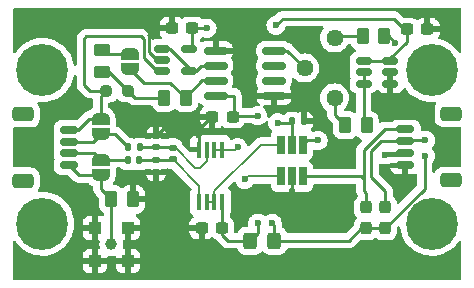
<source format=gbr>
%TF.GenerationSoftware,KiCad,Pcbnew,(6.0.4-0)*%
%TF.CreationDate,2022-11-03T14:14:05-06:00*%
%TF.ProjectId,howland,686f776c-616e-4642-9e6b-696361645f70,rev?*%
%TF.SameCoordinates,Original*%
%TF.FileFunction,Copper,L1,Top*%
%TF.FilePolarity,Positive*%
%FSLAX46Y46*%
G04 Gerber Fmt 4.6, Leading zero omitted, Abs format (unit mm)*
G04 Created by KiCad (PCBNEW (6.0.4-0)) date 2022-11-03 14:14:05*
%MOMM*%
%LPD*%
G01*
G04 APERTURE LIST*
G04 Aperture macros list*
%AMRoundRect*
0 Rectangle with rounded corners*
0 $1 Rounding radius*
0 $2 $3 $4 $5 $6 $7 $8 $9 X,Y pos of 4 corners*
0 Add a 4 corners polygon primitive as box body*
4,1,4,$2,$3,$4,$5,$6,$7,$8,$9,$2,$3,0*
0 Add four circle primitives for the rounded corners*
1,1,$1+$1,$2,$3*
1,1,$1+$1,$4,$5*
1,1,$1+$1,$6,$7*
1,1,$1+$1,$8,$9*
0 Add four rect primitives between the rounded corners*
20,1,$1+$1,$2,$3,$4,$5,0*
20,1,$1+$1,$4,$5,$6,$7,0*
20,1,$1+$1,$6,$7,$8,$9,0*
20,1,$1+$1,$8,$9,$2,$3,0*%
%AMFreePoly0*
4,1,22,0.500000,-0.750000,0.000000,-0.750000,0.000000,-0.745033,-0.079941,-0.743568,-0.215256,-0.701293,-0.333266,-0.622738,-0.424486,-0.514219,-0.481581,-0.384460,-0.499164,-0.250000,-0.500000,-0.250000,-0.500000,0.250000,-0.499164,0.250000,-0.499963,0.256109,-0.478152,0.396186,-0.417904,0.524511,-0.324060,0.630769,-0.204165,0.706417,-0.067858,0.745374,0.000000,0.744959,0.000000,0.750000,
0.500000,0.750000,0.500000,-0.750000,0.500000,-0.750000,$1*%
%AMFreePoly1*
4,1,20,0.000000,0.744959,0.073905,0.744508,0.209726,0.703889,0.328688,0.626782,0.421226,0.519385,0.479903,0.390333,0.500000,0.250000,0.500000,-0.250000,0.499851,-0.262216,0.476331,-0.402017,0.414519,-0.529596,0.319384,-0.634700,0.198574,-0.708877,0.061801,-0.746166,0.000000,-0.745033,0.000000,-0.750000,-0.500000,-0.750000,-0.500000,0.750000,0.000000,0.750000,0.000000,0.744959,
0.000000,0.744959,$1*%
G04 Aperture macros list end*
%TA.AperFunction,ComponentPad*%
%ADD10C,0.700000*%
%TD*%
%TA.AperFunction,ComponentPad*%
%ADD11C,4.400000*%
%TD*%
%TA.AperFunction,SMDPad,CuDef*%
%ADD12RoundRect,0.147500X0.147500X0.172500X-0.147500X0.172500X-0.147500X-0.172500X0.147500X-0.172500X0*%
%TD*%
%TA.AperFunction,SMDPad,CuDef*%
%ADD13RoundRect,0.250000X0.325000X0.450000X-0.325000X0.450000X-0.325000X-0.450000X0.325000X-0.450000X0*%
%TD*%
%TA.AperFunction,SMDPad,CuDef*%
%ADD14RoundRect,0.147500X-0.172500X0.147500X-0.172500X-0.147500X0.172500X-0.147500X0.172500X0.147500X0*%
%TD*%
%TA.AperFunction,SMDPad,CuDef*%
%ADD15RoundRect,0.147500X-0.147500X-0.172500X0.147500X-0.172500X0.147500X0.172500X-0.147500X0.172500X0*%
%TD*%
%TA.AperFunction,SMDPad,CuDef*%
%ADD16RoundRect,0.150000X-0.625000X0.150000X-0.625000X-0.150000X0.625000X-0.150000X0.625000X0.150000X0*%
%TD*%
%TA.AperFunction,SMDPad,CuDef*%
%ADD17RoundRect,0.250000X-0.650000X0.350000X-0.650000X-0.350000X0.650000X-0.350000X0.650000X0.350000X0*%
%TD*%
%TA.AperFunction,SMDPad,CuDef*%
%ADD18FreePoly0,270.000000*%
%TD*%
%TA.AperFunction,SMDPad,CuDef*%
%ADD19FreePoly1,270.000000*%
%TD*%
%TA.AperFunction,SMDPad,CuDef*%
%ADD20RoundRect,0.237500X0.237500X-0.287500X0.237500X0.287500X-0.237500X0.287500X-0.237500X-0.287500X0*%
%TD*%
%TA.AperFunction,SMDPad,CuDef*%
%ADD21RoundRect,0.150000X0.625000X-0.150000X0.625000X0.150000X-0.625000X0.150000X-0.625000X-0.150000X0*%
%TD*%
%TA.AperFunction,SMDPad,CuDef*%
%ADD22RoundRect,0.250000X0.650000X-0.350000X0.650000X0.350000X-0.650000X0.350000X-0.650000X-0.350000X0*%
%TD*%
%TA.AperFunction,SMDPad,CuDef*%
%ADD23R,0.450000X1.450000*%
%TD*%
%TA.AperFunction,SMDPad,CuDef*%
%ADD24RoundRect,0.150000X-0.512500X-0.150000X0.512500X-0.150000X0.512500X0.150000X-0.512500X0.150000X0*%
%TD*%
%TA.AperFunction,SMDPad,CuDef*%
%ADD25C,1.000000*%
%TD*%
%TA.AperFunction,SMDPad,CuDef*%
%ADD26R,1.000000X1.000000*%
%TD*%
%TA.AperFunction,SMDPad,CuDef*%
%ADD27R,0.650000X1.560000*%
%TD*%
%TA.AperFunction,SMDPad,CuDef*%
%ADD28RoundRect,0.237500X0.250000X0.237500X-0.250000X0.237500X-0.250000X-0.237500X0.250000X-0.237500X0*%
%TD*%
%TA.AperFunction,SMDPad,CuDef*%
%ADD29RoundRect,0.250000X-0.262500X-0.450000X0.262500X-0.450000X0.262500X0.450000X-0.262500X0.450000X0*%
%TD*%
%TA.AperFunction,ComponentPad*%
%ADD30C,1.440000*%
%TD*%
%TA.AperFunction,SMDPad,CuDef*%
%ADD31RoundRect,0.150000X0.825000X0.150000X-0.825000X0.150000X-0.825000X-0.150000X0.825000X-0.150000X0*%
%TD*%
%TA.AperFunction,SMDPad,CuDef*%
%ADD32RoundRect,0.237500X-0.300000X-0.237500X0.300000X-0.237500X0.300000X0.237500X-0.300000X0.237500X0*%
%TD*%
%TA.AperFunction,SMDPad,CuDef*%
%ADD33RoundRect,0.250000X0.262500X0.450000X-0.262500X0.450000X-0.262500X-0.450000X0.262500X-0.450000X0*%
%TD*%
%TA.AperFunction,SMDPad,CuDef*%
%ADD34RoundRect,0.250000X-0.450000X0.262500X-0.450000X-0.262500X0.450000X-0.262500X0.450000X0.262500X0*%
%TD*%
%TA.AperFunction,SMDPad,CuDef*%
%ADD35RoundRect,0.237500X0.300000X0.237500X-0.300000X0.237500X-0.300000X-0.237500X0.300000X-0.237500X0*%
%TD*%
%TA.AperFunction,SMDPad,CuDef*%
%ADD36FreePoly0,90.000000*%
%TD*%
%TA.AperFunction,SMDPad,CuDef*%
%ADD37FreePoly1,90.000000*%
%TD*%
%TA.AperFunction,SMDPad,CuDef*%
%ADD38RoundRect,0.150000X0.512500X0.150000X-0.512500X0.150000X-0.512500X-0.150000X0.512500X-0.150000X0*%
%TD*%
%TA.AperFunction,ViaPad*%
%ADD39C,0.600000*%
%TD*%
%TA.AperFunction,Conductor*%
%ADD40C,0.250000*%
%TD*%
%TA.AperFunction,Conductor*%
%ADD41C,0.200000*%
%TD*%
G04 APERTURE END LIST*
D10*
%TO.P,MH1,1,Pin_1*%
%TO.N,GNDPWR*%
X101350000Y-84000000D03*
X103000000Y-82350000D03*
X104166726Y-85166726D03*
X104166726Y-82833274D03*
D11*
X103000000Y-84000000D03*
D10*
X104650000Y-84000000D03*
X101833274Y-82833274D03*
X101833274Y-85166726D03*
X103000000Y-85650000D03*
%TD*%
D11*
%TO.P,MH2,1,Pin_1*%
%TO.N,GNDPWR*%
X136000000Y-84000000D03*
D10*
X137166726Y-82833274D03*
X134350000Y-84000000D03*
X137650000Y-84000000D03*
X137166726Y-85166726D03*
X136000000Y-82350000D03*
X136000000Y-85650000D03*
X134833274Y-85166726D03*
X134833274Y-82833274D03*
%TD*%
%TO.P,MH3,1,Pin_1*%
%TO.N,GNDPWR*%
X101833274Y-98166726D03*
D11*
X103000000Y-97000000D03*
D10*
X104166726Y-98166726D03*
X101833274Y-95833274D03*
X104166726Y-95833274D03*
X103000000Y-95350000D03*
X104650000Y-97000000D03*
X101350000Y-97000000D03*
X103000000Y-98650000D03*
%TD*%
D11*
%TO.P,MH4,1,Pin_1*%
%TO.N,GNDPWR*%
X136000000Y-97000000D03*
D10*
X134833274Y-95833274D03*
X134350000Y-97000000D03*
X137650000Y-97000000D03*
X136000000Y-95350000D03*
X137166726Y-98166726D03*
X137166726Y-95833274D03*
X134833274Y-98166726D03*
X136000000Y-98650000D03*
%TD*%
D12*
%TO.P,R3,1*%
%TO.N,/Channel1/buffer/in+*%
X111250000Y-90550000D03*
%TO.P,R3,2*%
%TO.N,/Channel1/V+*%
X110280000Y-90550000D03*
%TD*%
%TO.P,R4,1*%
%TO.N,/Channel1/buffer/in-*%
X111235000Y-91650000D03*
%TO.P,R4,2*%
%TO.N,/Channel1/V-*%
X110265000Y-91650000D03*
%TD*%
D13*
%TO.P,L1,1*%
%TO.N,VD*%
X122660000Y-98450000D03*
%TO.P,L1,2*%
%TO.N,+3V3*%
X120610000Y-98450000D03*
%TD*%
D14*
%TO.P,C1,1*%
%TO.N,GND*%
X112650000Y-89565000D03*
%TO.P,C1,2*%
%TO.N,/Channel1/buffer/in+*%
X112650000Y-90535000D03*
%TD*%
%TO.P,C2,1*%
%TO.N,/Channel1/buffer/in-*%
X112650000Y-91650000D03*
%TO.P,C2,2*%
%TO.N,GND*%
X112650000Y-92620000D03*
%TD*%
%TO.P,C3,1*%
%TO.N,/Channel1/buffer/in+*%
X114050000Y-90590000D03*
%TO.P,C3,2*%
%TO.N,/Channel1/buffer/in-*%
X114050000Y-91560000D03*
%TD*%
D15*
%TO.P,C4,1*%
%TO.N,VD*%
X124165000Y-88350000D03*
%TO.P,C4,2*%
%TO.N,GND*%
X125135000Y-88350000D03*
%TD*%
D16*
%TO.P,J1,1,Pin_1*%
%TO.N,/Channel1/I+*%
X105250000Y-89050000D03*
%TO.P,J1,2,Pin_2*%
%TO.N,/Channel1/V+*%
X105250000Y-90050000D03*
%TO.P,J1,3,Pin_3*%
%TO.N,/Channel1/V-*%
X105250000Y-91050000D03*
%TO.P,J1,4,Pin_4*%
%TO.N,/Channel1/I-*%
X105250000Y-92050000D03*
D17*
%TO.P,J1,MP*%
%TO.N,N/C*%
X101375000Y-93350000D03*
X101375000Y-87750000D03*
%TD*%
D18*
%TO.P,JP1,1,1*%
%TO.N,/Channel1/I+*%
X107950000Y-88100000D03*
D19*
%TO.P,JP1,2,2*%
%TO.N,/Channel1/V+*%
X107950000Y-89400000D03*
%TD*%
D18*
%TO.P,JP2,1,1*%
%TO.N,/Channel1/V-*%
X107950000Y-91600000D03*
D19*
%TO.P,JP2,2,2*%
%TO.N,/Channel1/I-*%
X107950000Y-92900000D03*
%TD*%
D20*
%TO.P,R1,1*%
%TO.N,VD*%
X132050000Y-97375000D03*
%TO.P,R1,2*%
%TO.N,/sda-tx*%
X132050000Y-95625000D03*
%TD*%
%TO.P,R2,1*%
%TO.N,VD*%
X130400000Y-97375000D03*
%TO.P,R2,2*%
%TO.N,/scl-rx*%
X130400000Y-95625000D03*
%TD*%
D21*
%TO.P,J2,1,gnd*%
%TO.N,GND*%
X133750000Y-92000000D03*
%TO.P,J2,2,VCC*%
%TO.N,VD*%
X133750000Y-91000000D03*
%TO.P,J2,3,SDA*%
%TO.N,/sda-tx*%
X133750000Y-90000000D03*
%TO.P,J2,4,SCL*%
%TO.N,/scl-rx*%
X133750000Y-89000000D03*
D22*
%TO.P,J2,MP*%
%TO.N,N/C*%
X137625000Y-87700000D03*
X137625000Y-93300000D03*
%TD*%
D23*
%TO.P,U2,1*%
%TO.N,/Channel1/buffer/out+*%
X118225000Y-90750000D03*
%TO.P,U2,2,-*%
X117575000Y-90750000D03*
%TO.P,U2,3,+*%
%TO.N,/Channel1/buffer/in+*%
X116925000Y-90750000D03*
%TO.P,U2,4,V-*%
%TO.N,GND*%
X116275000Y-90750000D03*
%TO.P,U2,5,+*%
%TO.N,/Channel1/buffer/in-*%
X116275000Y-95150000D03*
%TO.P,U2,6,-*%
%TO.N,/Channel1/buffer/out-*%
X116925000Y-95150000D03*
%TO.P,U2,7*%
X117575000Y-95150000D03*
%TO.P,U2,8,V+*%
%TO.N,+3V3*%
X118225000Y-95150000D03*
%TD*%
D24*
%TO.P,U5,1*%
%TO.N,Net-(U4-Pad6)*%
X113112500Y-82200000D03*
%TO.P,U5,2,V-*%
%TO.N,GND*%
X113112500Y-83150000D03*
%TO.P,U5,3,+*%
%TO.N,/Channel1/I+*%
X113112500Y-84100000D03*
%TO.P,U5,4,-*%
%TO.N,Net-(U4-Pad6)*%
X115387500Y-84100000D03*
%TO.P,U5,5,V+*%
%TO.N,+3V3*%
X115387500Y-82200000D03*
%TD*%
D25*
%TO.P,J3,1,In*%
%TO.N,/Channel1/I-*%
X108850000Y-98750000D03*
D26*
%TO.P,J3,2,Ext*%
%TO.N,GND*%
X110250000Y-97350000D03*
X107450000Y-100150000D03*
X107450000Y-97350000D03*
X110250000Y-100150000D03*
%TD*%
D27*
%TO.P,U1,1,Vin+*%
%TO.N,/Channel1/buffer/out+*%
X123200000Y-93000000D03*
%TO.P,U1,2,Vss*%
%TO.N,GND*%
X124150000Y-93000000D03*
%TO.P,U1,3,SCL*%
%TO.N,/scl-rx*%
X125100000Y-93000000D03*
%TO.P,U1,4,SDA*%
%TO.N,/sda-tx*%
X125100000Y-90300000D03*
%TO.P,U1,5,Vdd*%
%TO.N,VD*%
X124150000Y-90300000D03*
%TO.P,U1,6,Vin-*%
%TO.N,/Channel1/buffer/out-*%
X123200000Y-90300000D03*
%TD*%
D28*
%TO.P,R11,1*%
%TO.N,Net-(R11-Pad1)*%
X110262500Y-85750000D03*
%TO.P,R11,2*%
%TO.N,/Channel1/I+*%
X108437500Y-85750000D03*
%TD*%
D29*
%TO.P,R6,1*%
%TO.N,Net-(R6-Pad1)*%
X130137500Y-81150000D03*
%TO.P,R6,2*%
%TO.N,GND*%
X131962500Y-81150000D03*
%TD*%
D30*
%TO.P,RV1,1,1*%
%TO.N,Net-(R5-Pad2)*%
X127750000Y-86350000D03*
%TO.P,RV1,2,2*%
%TO.N,Net-(RV1-Pad2)*%
X125210000Y-83810000D03*
%TO.P,RV1,3,3*%
%TO.N,Net-(R6-Pad1)*%
X127750000Y-81270000D03*
%TD*%
D31*
%TO.P,U4,1,-*%
%TO.N,GND*%
X122625000Y-86155000D03*
%TO.P,U4,2,Rg*%
%TO.N,unconnected-(U4-Pad2)*%
X122625000Y-84885000D03*
%TO.P,U4,3,Rg*%
%TO.N,unconnected-(U4-Pad3)*%
X122625000Y-83615000D03*
%TO.P,U4,4,+*%
%TO.N,Net-(RV1-Pad2)*%
X122625000Y-82345000D03*
%TO.P,U4,5,V-*%
%TO.N,GND*%
X117675000Y-82345000D03*
%TO.P,U4,6,Ref*%
%TO.N,Net-(U4-Pad6)*%
X117675000Y-83615000D03*
%TO.P,U4,7*%
%TO.N,Net-(JP3-Pad1)*%
X117675000Y-84885000D03*
%TO.P,U4,8,V+*%
%TO.N,+3V3*%
X117675000Y-86155000D03*
%TD*%
D32*
%TO.P,C7,1*%
%TO.N,GND*%
X117387500Y-87950000D03*
%TO.P,C7,2*%
%TO.N,+3V3*%
X119112500Y-87950000D03*
%TD*%
D33*
%TO.P,R10,1*%
%TO.N,GND*%
X110662500Y-94950000D03*
%TO.P,R10,2*%
%TO.N,/Channel1/I-*%
X108837500Y-94950000D03*
%TD*%
D34*
%TO.P,R9,1*%
%TO.N,Net-(JP3-Pad2)*%
X108050000Y-82337500D03*
%TO.P,R9,2*%
%TO.N,Net-(R11-Pad1)*%
X108050000Y-84162500D03*
%TD*%
D33*
%TO.P,R5,1*%
%TO.N,Net-(R5-Pad1)*%
X130462500Y-88650000D03*
%TO.P,R5,2*%
%TO.N,Net-(R5-Pad2)*%
X128637500Y-88650000D03*
%TD*%
%TO.P,R7,1*%
%TO.N,Net-(JP3-Pad1)*%
X115162500Y-86350000D03*
%TO.P,R7,2*%
%TO.N,Net-(R11-Pad1)*%
X113337500Y-86350000D03*
%TD*%
D35*
%TO.P,C5,1*%
%TO.N,+3V3*%
X118212500Y-97350000D03*
%TO.P,C5,2*%
%TO.N,GND*%
X116487500Y-97350000D03*
%TD*%
D36*
%TO.P,JP3,1,A*%
%TO.N,Net-(JP3-Pad1)*%
X110450000Y-83900000D03*
D37*
%TO.P,JP3,2,B*%
%TO.N,Net-(JP3-Pad2)*%
X110450000Y-82600000D03*
%TD*%
D32*
%TO.P,C8,1*%
%TO.N,GND*%
X113987500Y-80450000D03*
%TO.P,C8,2*%
%TO.N,+3V3*%
X115712500Y-80450000D03*
%TD*%
D38*
%TO.P,U3,1,GNDF*%
%TO.N,GND*%
X132487500Y-85137500D03*
%TO.P,U3,2,GNDS*%
X132487500Y-84187500D03*
%TO.P,U3,3,ENABLE*%
%TO.N,+3V3*%
X132487500Y-83237500D03*
%TO.P,U3,4,VIN*%
X130212500Y-83237500D03*
%TO.P,U3,5,OUT_S*%
%TO.N,Net-(R5-Pad1)*%
X130212500Y-84187500D03*
%TO.P,U3,6,OUT_F*%
X130212500Y-85137500D03*
%TD*%
D35*
%TO.P,C6,1*%
%TO.N,GND*%
X135612500Y-80550000D03*
%TO.P,C6,2*%
%TO.N,+3V3*%
X133887500Y-80550000D03*
%TD*%
D39*
%TO.N,GND*%
X136950000Y-80550000D03*
X132908411Y-81708411D03*
X112250000Y-80250000D03*
X132050000Y-92200000D03*
X112650000Y-88750000D03*
X127550000Y-91850000D03*
X127450000Y-94350000D03*
X131850000Y-86350000D03*
X124150000Y-94650000D03*
X116150000Y-89150000D03*
X112650000Y-93650000D03*
%TO.N,+3V3*%
X116950000Y-80450000D03*
X121250000Y-87850000D03*
X121250000Y-96950000D03*
X122800000Y-80200000D03*
%TO.N,VD*%
X132000000Y-91200000D03*
X135450000Y-91250000D03*
X122465000Y-96965000D03*
X122950000Y-88450000D03*
%TO.N,/Channel1/buffer/out+*%
X120150000Y-93250000D03*
X119550000Y-90550000D03*
%TO.N,/sda-tx*%
X135450000Y-89950000D03*
X126350000Y-89950000D03*
%TD*%
D40*
%TO.N,GND*%
X133750000Y-92000000D02*
X132250000Y-92000000D01*
X132350000Y-81150000D02*
X132908411Y-81708411D01*
X112550000Y-80450000D02*
X113987500Y-80450000D01*
X112650000Y-89565000D02*
X114365000Y-87850000D01*
X124150000Y-94650000D02*
X127150000Y-94650000D01*
X112650000Y-92620000D02*
X112650000Y-93650000D01*
X111950000Y-81050000D02*
X112550000Y-80450000D01*
X112450000Y-80450000D02*
X112250000Y-80250000D01*
X127150000Y-94650000D02*
X127450000Y-94350000D01*
X132250000Y-92000000D02*
X132050000Y-92200000D01*
X132487500Y-85712500D02*
X131850000Y-86350000D01*
X132487500Y-84187500D02*
X132487500Y-85712500D01*
X135612500Y-80550000D02*
X136950000Y-80550000D01*
X124150000Y-93000000D02*
X124150000Y-94650000D01*
X112050000Y-82471072D02*
X112050000Y-81150000D01*
X116275000Y-90750000D02*
X116275000Y-88962500D01*
X116275000Y-88962500D02*
X117387500Y-87850000D01*
X112728928Y-83150000D02*
X112050000Y-82471072D01*
X114365000Y-87850000D02*
X117387500Y-87850000D01*
X112050000Y-81150000D02*
X111950000Y-81050000D01*
X116275000Y-89275000D02*
X116150000Y-89150000D01*
X112650000Y-89565000D02*
X112650000Y-88750000D01*
X132100000Y-92250000D02*
X132050000Y-92200000D01*
X116275000Y-90750000D02*
X116275000Y-89275000D01*
X113987500Y-80450000D02*
X112450000Y-80450000D01*
%TO.N,/Channel1/V+*%
X107300000Y-90050000D02*
X107950000Y-89400000D01*
X107950000Y-89400000D02*
X109130000Y-89400000D01*
X109130000Y-89400000D02*
X110280000Y-90550000D01*
X105250000Y-90050000D02*
X107300000Y-90050000D01*
D41*
%TO.N,/Channel1/buffer/in+*%
X116925000Y-91675000D02*
X116925000Y-90750000D01*
X115950000Y-92250000D02*
X116350000Y-92250000D01*
X116350000Y-92250000D02*
X116925000Y-91675000D01*
X114290000Y-90590000D02*
X115950000Y-92250000D01*
X114050000Y-90590000D02*
X114290000Y-90590000D01*
D40*
X111250000Y-90550000D02*
X114010000Y-90550000D01*
D41*
%TO.N,/Channel1/buffer/in-*%
X114050000Y-91560000D02*
X116275000Y-93785000D01*
D40*
X111235000Y-91650000D02*
X113960000Y-91650000D01*
D41*
X116275000Y-93785000D02*
X116275000Y-95150000D01*
D40*
%TO.N,/Channel1/V-*%
X107400000Y-91050000D02*
X107950000Y-91600000D01*
X105250000Y-91050000D02*
X107400000Y-91050000D01*
X107950000Y-91600000D02*
X110215000Y-91600000D01*
%TO.N,+3V3*%
X132487500Y-83012500D02*
X133887500Y-81612500D01*
X119250000Y-86150000D02*
X119250000Y-87712500D01*
X119250000Y-87712500D02*
X119112500Y-87850000D01*
X119112500Y-87850000D02*
X121250000Y-87850000D01*
X130212500Y-83237500D02*
X132487500Y-83237500D01*
X133887500Y-80787500D02*
X132750000Y-79650000D01*
X115712500Y-80450000D02*
X116950000Y-80450000D01*
X118225000Y-97962500D02*
X118712500Y-98450000D01*
X115712500Y-80450000D02*
X115712500Y-81875000D01*
X115712500Y-81875000D02*
X115387500Y-82200000D01*
X132487500Y-83237500D02*
X132487500Y-83012500D01*
X120610000Y-98450000D02*
X118712500Y-98450000D01*
X118225000Y-95150000D02*
X118225000Y-97962500D01*
X132750000Y-79650000D02*
X123350000Y-79650000D01*
X117675000Y-86155000D02*
X119245000Y-86155000D01*
X123350000Y-79650000D02*
X122800000Y-80200000D01*
X119245000Y-86155000D02*
X119250000Y-86150000D01*
X121250000Y-97810000D02*
X120610000Y-98450000D01*
X133887500Y-81612500D02*
X133887500Y-80850000D01*
X121250000Y-96950000D02*
X121250000Y-97810000D01*
%TO.N,VD*%
X122660000Y-97160000D02*
X122465000Y-96965000D01*
X132050000Y-97375000D02*
X130400000Y-97375000D01*
X130400000Y-97375000D02*
X130025000Y-97375000D01*
X130025000Y-97375000D02*
X128950000Y-98450000D01*
X133750000Y-91000000D02*
X132200000Y-91000000D01*
X122660000Y-98450000D02*
X122660000Y-97160000D01*
X135400000Y-94025000D02*
X135400000Y-91300000D01*
X132200000Y-91000000D02*
X132000000Y-91200000D01*
X132000000Y-91200000D02*
X133700000Y-91200000D01*
X122950000Y-88450000D02*
X124065000Y-88450000D01*
X135400000Y-91300000D02*
X135450000Y-91250000D01*
X124150000Y-90300000D02*
X124150000Y-88365000D01*
X132050000Y-97375000D02*
X135400000Y-94025000D01*
X122660000Y-98450000D02*
X128950000Y-98450000D01*
%TO.N,/Channel1/I+*%
X111350000Y-81150000D02*
X111600480Y-81400480D01*
X107950000Y-86237500D02*
X108437500Y-85750000D01*
X108437500Y-85750000D02*
X107050000Y-85750000D01*
X107950000Y-88100000D02*
X107950000Y-86237500D01*
X107050000Y-85750000D02*
X106550000Y-85250000D01*
X106550000Y-85250000D02*
X106550000Y-81350000D01*
X107202408Y-88100000D02*
X107950000Y-88100000D01*
X106550000Y-81350000D02*
X106750000Y-81150000D01*
X106975000Y-88100000D02*
X107202408Y-88100000D01*
X106750000Y-81150000D02*
X111350000Y-81150000D01*
X106025000Y-89050000D02*
X106975000Y-88100000D01*
X105250000Y-89050000D02*
X106025000Y-89050000D01*
X111600480Y-81400480D02*
X111600480Y-82971552D01*
X111600480Y-82971552D02*
X112728928Y-84100000D01*
%TO.N,/Channel1/I-*%
X105250000Y-92050000D02*
X106100000Y-92900000D01*
X107950000Y-94062500D02*
X108837500Y-94950000D01*
X108850000Y-94962500D02*
X108850000Y-98750000D01*
X107950000Y-92900000D02*
X107950000Y-94062500D01*
X106100000Y-92900000D02*
X107950000Y-92900000D01*
%TO.N,Net-(JP3-Pad1)*%
X117675000Y-84885000D02*
X117298928Y-84885000D01*
X117263928Y-84850000D02*
X116550000Y-84850000D01*
X116550000Y-84850000D02*
X115162500Y-86237500D01*
X113862500Y-85050000D02*
X111600000Y-85050000D01*
X111600000Y-85050000D02*
X110450000Y-83900000D01*
X115162500Y-86237500D02*
X115162500Y-86350000D01*
X117298928Y-84885000D02*
X117263928Y-84850000D01*
X115162500Y-86350000D02*
X113862500Y-85050000D01*
D41*
%TO.N,/Channel1/buffer/out-*%
X117575000Y-94225000D02*
X117575000Y-95150000D01*
X116925000Y-95150000D02*
X117575000Y-95150000D01*
X121500000Y-90300000D02*
X117575000Y-94225000D01*
X123200000Y-90300000D02*
X121500000Y-90300000D01*
%TO.N,/Channel1/buffer/out+*%
X120150000Y-93250000D02*
X120400000Y-93000000D01*
X118225000Y-90750000D02*
X119350000Y-90750000D01*
X120400000Y-93000000D02*
X123200000Y-93000000D01*
X117575000Y-90750000D02*
X118225000Y-90750000D01*
X119350000Y-90750000D02*
X119550000Y-90550000D01*
D40*
%TO.N,Net-(JP3-Pad2)*%
X110450000Y-82600000D02*
X108312500Y-82600000D01*
%TO.N,/scl-rx*%
X130225010Y-90774990D02*
X130225010Y-93225010D01*
X133750000Y-89000000D02*
X132000000Y-89000000D01*
X130400000Y-94399980D02*
X130400000Y-95625000D01*
X130225010Y-93225010D02*
X130225010Y-94224990D01*
X130225010Y-94224990D02*
X130400000Y-94399980D01*
X130000000Y-93000000D02*
X130225010Y-93225010D01*
X132000000Y-89000000D02*
X130225010Y-90774990D01*
X125100000Y-93000000D02*
X130000000Y-93000000D01*
%TO.N,/sda-tx*%
X133750000Y-90000000D02*
X131725020Y-90000000D01*
X130850010Y-90875010D02*
X131725020Y-90000000D01*
X133800000Y-89950000D02*
X135450000Y-89950000D01*
X126350000Y-89950000D02*
X125450000Y-89950000D01*
X132050000Y-94249990D02*
X132050000Y-95625000D01*
X125450000Y-89950000D02*
X125100000Y-90300000D01*
X130850010Y-90875010D02*
X130850010Y-93050000D01*
X130850010Y-93050000D02*
X132050000Y-94249990D01*
%TO.N,Net-(R5-Pad1)*%
X130212500Y-88400000D02*
X130212500Y-84187500D01*
%TO.N,Net-(R5-Pad2)*%
X127750000Y-86350000D02*
X127750000Y-87762500D01*
X127750000Y-87762500D02*
X128637500Y-88650000D01*
%TO.N,Net-(R6-Pad1)*%
X130137500Y-81150000D02*
X127870000Y-81150000D01*
%TO.N,Net-(R11-Pad1)*%
X108675000Y-84162500D02*
X110262500Y-85750000D01*
X108050000Y-84162500D02*
X108675000Y-84162500D01*
X113337500Y-86350000D02*
X110862500Y-86350000D01*
X110862500Y-86350000D02*
X110262500Y-85750000D01*
%TO.N,Net-(RV1-Pad2)*%
X123745000Y-82345000D02*
X125210000Y-83810000D01*
X122625000Y-82345000D02*
X123745000Y-82345000D01*
%TO.N,Net-(U4-Pad6)*%
X116000000Y-84100000D02*
X116485000Y-83615000D01*
X115387500Y-84100000D02*
X116000000Y-84100000D01*
X113112500Y-82200000D02*
X113800000Y-82200000D01*
X115387500Y-84100000D02*
X115387500Y-83787500D01*
X115387500Y-83787500D02*
X113800000Y-82200000D01*
X116485000Y-83615000D02*
X117675000Y-83615000D01*
%TD*%
%TA.AperFunction,Conductor*%
%TO.N,GND*%
G36*
X105833040Y-84383536D02*
G01*
X105890408Y-84425363D01*
X105916056Y-84491565D01*
X105916500Y-84502138D01*
X105916500Y-85171233D01*
X105915973Y-85182416D01*
X105914298Y-85189909D01*
X105914547Y-85197835D01*
X105914547Y-85197836D01*
X105916438Y-85257986D01*
X105916500Y-85261945D01*
X105916500Y-85289856D01*
X105916997Y-85293790D01*
X105916997Y-85293791D01*
X105917005Y-85293856D01*
X105917938Y-85305693D01*
X105919327Y-85349889D01*
X105924978Y-85369339D01*
X105928987Y-85388700D01*
X105931526Y-85408797D01*
X105934445Y-85416168D01*
X105934445Y-85416170D01*
X105947804Y-85449912D01*
X105951649Y-85461142D01*
X105961771Y-85495983D01*
X105963982Y-85503593D01*
X105968015Y-85510412D01*
X105968017Y-85510417D01*
X105974293Y-85521028D01*
X105982988Y-85538776D01*
X105990448Y-85557617D01*
X105995110Y-85564033D01*
X105995110Y-85564034D01*
X106016436Y-85593387D01*
X106022952Y-85603307D01*
X106045458Y-85641362D01*
X106059779Y-85655683D01*
X106072619Y-85670716D01*
X106084528Y-85687107D01*
X106109589Y-85707839D01*
X106118593Y-85715288D01*
X106127374Y-85723278D01*
X106546353Y-86142258D01*
X106553887Y-86150537D01*
X106558000Y-86157018D01*
X106593192Y-86190065D01*
X106607651Y-86203643D01*
X106610493Y-86206398D01*
X106630230Y-86226135D01*
X106633427Y-86228615D01*
X106642447Y-86236318D01*
X106674679Y-86266586D01*
X106681625Y-86270405D01*
X106681628Y-86270407D01*
X106692434Y-86276348D01*
X106708953Y-86287199D01*
X106724959Y-86299614D01*
X106732228Y-86302759D01*
X106732232Y-86302762D01*
X106765537Y-86317174D01*
X106776187Y-86322391D01*
X106814940Y-86343695D01*
X106822615Y-86345666D01*
X106822616Y-86345666D01*
X106834562Y-86348733D01*
X106853267Y-86355137D01*
X106871855Y-86363181D01*
X106879678Y-86364420D01*
X106879688Y-86364423D01*
X106915524Y-86370099D01*
X106927144Y-86372505D01*
X106962289Y-86381528D01*
X106969970Y-86383500D01*
X106990224Y-86383500D01*
X107009934Y-86385051D01*
X107029943Y-86388220D01*
X107037835Y-86387474D01*
X107049263Y-86386394D01*
X107073962Y-86384059D01*
X107085819Y-86383500D01*
X107190500Y-86383500D01*
X107258621Y-86403502D01*
X107305114Y-86457158D01*
X107316500Y-86509500D01*
X107316500Y-87078961D01*
X107296498Y-87147082D01*
X107241243Y-87194291D01*
X107226159Y-87200928D01*
X107207128Y-87212774D01*
X107106306Y-87275530D01*
X107106302Y-87275533D01*
X107102504Y-87277897D01*
X107099076Y-87280779D01*
X107099074Y-87280780D01*
X107017202Y-87349600D01*
X106992869Y-87370054D01*
X106989881Y-87373396D01*
X106937749Y-87431701D01*
X106877433Y-87469151D01*
X106876883Y-87469270D01*
X106875111Y-87469326D01*
X106870651Y-87470622D01*
X106870641Y-87470624D01*
X106855659Y-87474977D01*
X106836296Y-87478988D01*
X106816203Y-87481526D01*
X106808836Y-87484443D01*
X106808831Y-87484444D01*
X106775092Y-87497802D01*
X106763865Y-87501646D01*
X106721407Y-87513982D01*
X106714581Y-87518019D01*
X106703972Y-87524293D01*
X106686224Y-87532988D01*
X106667383Y-87540448D01*
X106660967Y-87545110D01*
X106660966Y-87545110D01*
X106631613Y-87566436D01*
X106621693Y-87572952D01*
X106590465Y-87591420D01*
X106590462Y-87591422D01*
X106583638Y-87595458D01*
X106569317Y-87609779D01*
X106554284Y-87622619D01*
X106537893Y-87634528D01*
X106532842Y-87640633D01*
X106532837Y-87640638D01*
X106509701Y-87668604D01*
X106501713Y-87677382D01*
X105974500Y-88204595D01*
X105912188Y-88238621D01*
X105885405Y-88241500D01*
X104558498Y-88241500D01*
X104556050Y-88241693D01*
X104556042Y-88241693D01*
X104527579Y-88243933D01*
X104527574Y-88243934D01*
X104521169Y-88244438D01*
X104462823Y-88261389D01*
X104369012Y-88288643D01*
X104369010Y-88288644D01*
X104361399Y-88290855D01*
X104354572Y-88294892D01*
X104354573Y-88294892D01*
X104225020Y-88371509D01*
X104225017Y-88371511D01*
X104218193Y-88375547D01*
X104100547Y-88493193D01*
X104096511Y-88500017D01*
X104096509Y-88500020D01*
X104049462Y-88579573D01*
X104015855Y-88636399D01*
X104013644Y-88644010D01*
X104013643Y-88644012D01*
X104002658Y-88681824D01*
X103969438Y-88796169D01*
X103968934Y-88802574D01*
X103968933Y-88802579D01*
X103966693Y-88831042D01*
X103966500Y-88833498D01*
X103966500Y-89266502D01*
X103966693Y-89268950D01*
X103966693Y-89268958D01*
X103968266Y-89288935D01*
X103969438Y-89303831D01*
X104015855Y-89463601D01*
X104019890Y-89470424D01*
X104019891Y-89470426D01*
X104029020Y-89485863D01*
X104046478Y-89554679D01*
X104029020Y-89614137D01*
X104019891Y-89629574D01*
X104015855Y-89636399D01*
X104013644Y-89644010D01*
X104013643Y-89644012D01*
X104006407Y-89668919D01*
X103969438Y-89796169D01*
X103968934Y-89802574D01*
X103968933Y-89802579D01*
X103966693Y-89831042D01*
X103966500Y-89833498D01*
X103966500Y-90266502D01*
X103966693Y-90268950D01*
X103966693Y-90268958D01*
X103968749Y-90295073D01*
X103969438Y-90303831D01*
X103983553Y-90352416D01*
X104004505Y-90424532D01*
X104015855Y-90463601D01*
X104019890Y-90470424D01*
X104019891Y-90470426D01*
X104029020Y-90485863D01*
X104046478Y-90554679D01*
X104029020Y-90614137D01*
X104020515Y-90628519D01*
X104015855Y-90636399D01*
X104013644Y-90644010D01*
X104013643Y-90644012D01*
X103999375Y-90693124D01*
X103969438Y-90796169D01*
X103968934Y-90802574D01*
X103968933Y-90802579D01*
X103966693Y-90831042D01*
X103966500Y-90833498D01*
X103966500Y-91266502D01*
X103966693Y-91268950D01*
X103966693Y-91268958D01*
X103967298Y-91276639D01*
X103969438Y-91303831D01*
X104015855Y-91463601D01*
X104019890Y-91470424D01*
X104019891Y-91470426D01*
X104029020Y-91485863D01*
X104046478Y-91554679D01*
X104029020Y-91614137D01*
X104024428Y-91621902D01*
X104015855Y-91636399D01*
X103969438Y-91796169D01*
X103968934Y-91802574D01*
X103968933Y-91802579D01*
X103966693Y-91831042D01*
X103966500Y-91833498D01*
X103966500Y-92266502D01*
X103966693Y-92268950D01*
X103966693Y-92268958D01*
X103967838Y-92283500D01*
X103969438Y-92303831D01*
X103986717Y-92363307D01*
X104011549Y-92448778D01*
X104015855Y-92463601D01*
X104021874Y-92473778D01*
X104096509Y-92599980D01*
X104096511Y-92599983D01*
X104100547Y-92606807D01*
X104218193Y-92724453D01*
X104225017Y-92728489D01*
X104225020Y-92728491D01*
X104332589Y-92792107D01*
X104361399Y-92809145D01*
X104369010Y-92811356D01*
X104369012Y-92811357D01*
X104414252Y-92824500D01*
X104521169Y-92855562D01*
X104527574Y-92856066D01*
X104527579Y-92856067D01*
X104556042Y-92858307D01*
X104556050Y-92858307D01*
X104558498Y-92858500D01*
X105110406Y-92858500D01*
X105178527Y-92878502D01*
X105199501Y-92895405D01*
X105596343Y-93292247D01*
X105603887Y-93300537D01*
X105608000Y-93307018D01*
X105613777Y-93312443D01*
X105657667Y-93353658D01*
X105660509Y-93356413D01*
X105680231Y-93376135D01*
X105683355Y-93378558D01*
X105683359Y-93378562D01*
X105683424Y-93378612D01*
X105692445Y-93386317D01*
X105724679Y-93416586D01*
X105731627Y-93420405D01*
X105731629Y-93420407D01*
X105742432Y-93426346D01*
X105758959Y-93437202D01*
X105768698Y-93444757D01*
X105768700Y-93444758D01*
X105774960Y-93449614D01*
X105815540Y-93467174D01*
X105826188Y-93472391D01*
X105850494Y-93485753D01*
X105864940Y-93493695D01*
X105872616Y-93495666D01*
X105872619Y-93495667D01*
X105884562Y-93498733D01*
X105903267Y-93505137D01*
X105921855Y-93513181D01*
X105929678Y-93514420D01*
X105929688Y-93514423D01*
X105965524Y-93520099D01*
X105977144Y-93522505D01*
X106012289Y-93531528D01*
X106019970Y-93533500D01*
X106040224Y-93533500D01*
X106059934Y-93535051D01*
X106079943Y-93538220D01*
X106087835Y-93537474D01*
X106123961Y-93534059D01*
X106135819Y-93533500D01*
X106849287Y-93533500D01*
X106917408Y-93553502D01*
X106946232Y-93579016D01*
X106966592Y-93603540D01*
X107072776Y-93699654D01*
X107076492Y-93702161D01*
X107076494Y-93702162D01*
X107189817Y-93778599D01*
X107189822Y-93778602D01*
X107193536Y-93781107D01*
X107245441Y-93806254D01*
X107298021Y-93853955D01*
X107316500Y-93919645D01*
X107316500Y-93983733D01*
X107315973Y-93994916D01*
X107314298Y-94002409D01*
X107314547Y-94010335D01*
X107314547Y-94010336D01*
X107316438Y-94070486D01*
X107316500Y-94074445D01*
X107316500Y-94102356D01*
X107316997Y-94106290D01*
X107316997Y-94106291D01*
X107317005Y-94106356D01*
X107317938Y-94118193D01*
X107319327Y-94162389D01*
X107323948Y-94178295D01*
X107324978Y-94181839D01*
X107328987Y-94201200D01*
X107331526Y-94221297D01*
X107334445Y-94228668D01*
X107334445Y-94228670D01*
X107347804Y-94262412D01*
X107351649Y-94273642D01*
X107355470Y-94286794D01*
X107363982Y-94316093D01*
X107368015Y-94322912D01*
X107368017Y-94322917D01*
X107374293Y-94333528D01*
X107382988Y-94351276D01*
X107390448Y-94370117D01*
X107395110Y-94376533D01*
X107395110Y-94376534D01*
X107416436Y-94405887D01*
X107422952Y-94415807D01*
X107441037Y-94446386D01*
X107445458Y-94453862D01*
X107459779Y-94468183D01*
X107472619Y-94483216D01*
X107484528Y-94499607D01*
X107490634Y-94504658D01*
X107518605Y-94527798D01*
X107527384Y-94535788D01*
X107779595Y-94787999D01*
X107813621Y-94850311D01*
X107816500Y-94877094D01*
X107816500Y-95450400D01*
X107816837Y-95453646D01*
X107816837Y-95453650D01*
X107826641Y-95548135D01*
X107827474Y-95556166D01*
X107883450Y-95723946D01*
X107976522Y-95874348D01*
X108101697Y-95999305D01*
X108107925Y-96003144D01*
X108107930Y-96003148D01*
X108156617Y-96033159D01*
X108204110Y-96085931D01*
X108216500Y-96140418D01*
X108216500Y-96227452D01*
X108196498Y-96295573D01*
X108142842Y-96342066D01*
X108072568Y-96352170D01*
X108061355Y-96350035D01*
X108052354Y-96347895D01*
X108001486Y-96342369D01*
X107994672Y-96342000D01*
X107722115Y-96342000D01*
X107706876Y-96346475D01*
X107705671Y-96347865D01*
X107704000Y-96355548D01*
X107704000Y-98339884D01*
X107708475Y-98355123D01*
X107709865Y-98356328D01*
X107717548Y-98357999D01*
X107744122Y-98357999D01*
X107812243Y-98378001D01*
X107858736Y-98431657D01*
X107868840Y-98501931D01*
X107864223Y-98522100D01*
X107860627Y-98533434D01*
X107860626Y-98533441D01*
X107858765Y-98539306D01*
X107836719Y-98735851D01*
X107839987Y-98774771D01*
X107852462Y-98923331D01*
X107853268Y-98932934D01*
X107854967Y-98938858D01*
X107867128Y-98981270D01*
X107866677Y-99052265D01*
X107827915Y-99111746D01*
X107763148Y-99140829D01*
X107746009Y-99142000D01*
X107722115Y-99142000D01*
X107706876Y-99146475D01*
X107705671Y-99147865D01*
X107704000Y-99155548D01*
X107704000Y-99877885D01*
X107708475Y-99893124D01*
X107709865Y-99894329D01*
X107717548Y-99896000D01*
X108439884Y-99896000D01*
X108455123Y-99891525D01*
X108456328Y-99890135D01*
X108457999Y-99882452D01*
X108457999Y-99856500D01*
X108478001Y-99788379D01*
X108531657Y-99741886D01*
X108601931Y-99731782D01*
X108622935Y-99736667D01*
X108632392Y-99739740D01*
X108828777Y-99763158D01*
X108834912Y-99762686D01*
X108834914Y-99762686D01*
X109019830Y-99748457D01*
X109019834Y-99748456D01*
X109025972Y-99747984D01*
X109082117Y-99732308D01*
X109153106Y-99733254D01*
X109212315Y-99772429D01*
X109240945Y-99837397D01*
X109242000Y-99853666D01*
X109242000Y-99877885D01*
X109246475Y-99893124D01*
X109247865Y-99894329D01*
X109255548Y-99896000D01*
X109977885Y-99896000D01*
X109993124Y-99891525D01*
X109994329Y-99890135D01*
X109996000Y-99882452D01*
X109996000Y-99877885D01*
X110504000Y-99877885D01*
X110508475Y-99893124D01*
X110509865Y-99894329D01*
X110517548Y-99896000D01*
X111239884Y-99896000D01*
X111255123Y-99891525D01*
X111256328Y-99890135D01*
X111257999Y-99882452D01*
X111257999Y-99605331D01*
X111257629Y-99598510D01*
X111252105Y-99547648D01*
X111248479Y-99532396D01*
X111203324Y-99411946D01*
X111194786Y-99396351D01*
X111118285Y-99294276D01*
X111105724Y-99281715D01*
X111003649Y-99205214D01*
X110988054Y-99196676D01*
X110867606Y-99151522D01*
X110852351Y-99147895D01*
X110801486Y-99142369D01*
X110794672Y-99142000D01*
X110522115Y-99142000D01*
X110506876Y-99146475D01*
X110505671Y-99147865D01*
X110504000Y-99155548D01*
X110504000Y-99877885D01*
X109996000Y-99877885D01*
X109996000Y-99160116D01*
X109991525Y-99144877D01*
X109990135Y-99143672D01*
X109982452Y-99142001D01*
X109957184Y-99142001D01*
X109889063Y-99121999D01*
X109842570Y-99068343D01*
X109832466Y-98998069D01*
X109835213Y-98986444D01*
X109834886Y-98986370D01*
X109836250Y-98980366D01*
X109838197Y-98974513D01*
X109862985Y-98778295D01*
X109863380Y-98750000D01*
X109844080Y-98553167D01*
X109834192Y-98520416D01*
X109833651Y-98449425D01*
X109871577Y-98389408D01*
X109935931Y-98359423D01*
X109954814Y-98358000D01*
X109977885Y-98358000D01*
X109993124Y-98353525D01*
X109994329Y-98352135D01*
X109996000Y-98344452D01*
X109996000Y-98339884D01*
X110504000Y-98339884D01*
X110508475Y-98355123D01*
X110509865Y-98356328D01*
X110517548Y-98357999D01*
X110794669Y-98357999D01*
X110801490Y-98357629D01*
X110852352Y-98352105D01*
X110867604Y-98348479D01*
X110988054Y-98303324D01*
X111003649Y-98294786D01*
X111105724Y-98218285D01*
X111118285Y-98205724D01*
X111194786Y-98103649D01*
X111203324Y-98088054D01*
X111248478Y-97967606D01*
X111252105Y-97952351D01*
X111257631Y-97901486D01*
X111258000Y-97894672D01*
X111258000Y-97633766D01*
X115442000Y-97633766D01*
X115442337Y-97640282D01*
X115452075Y-97734132D01*
X115454968Y-97747528D01*
X115505488Y-97898953D01*
X115511653Y-97912115D01*
X115595426Y-98047492D01*
X115604460Y-98058890D01*
X115717129Y-98171363D01*
X115728540Y-98180375D01*
X115864063Y-98263912D01*
X115877241Y-98270056D01*
X116028766Y-98320315D01*
X116042132Y-98323181D01*
X116134770Y-98332672D01*
X116141185Y-98333000D01*
X116215385Y-98333000D01*
X116230624Y-98328525D01*
X116231829Y-98327135D01*
X116233500Y-98319452D01*
X116233500Y-97622115D01*
X116229025Y-97606876D01*
X116227635Y-97605671D01*
X116219952Y-97604000D01*
X115460115Y-97604000D01*
X115444876Y-97608475D01*
X115443671Y-97609865D01*
X115442000Y-97617548D01*
X115442000Y-97633766D01*
X111258000Y-97633766D01*
X111258000Y-97622115D01*
X111253525Y-97606876D01*
X111252135Y-97605671D01*
X111244452Y-97604000D01*
X110522115Y-97604000D01*
X110506876Y-97608475D01*
X110505671Y-97609865D01*
X110504000Y-97617548D01*
X110504000Y-98339884D01*
X109996000Y-98339884D01*
X109996000Y-97222000D01*
X110016002Y-97153879D01*
X110069658Y-97107386D01*
X110122000Y-97096000D01*
X111239884Y-97096000D01*
X111255123Y-97091525D01*
X111256328Y-97090135D01*
X111257999Y-97082452D01*
X111257999Y-96805331D01*
X111257629Y-96798510D01*
X111252105Y-96747648D01*
X111248479Y-96732396D01*
X111203324Y-96611946D01*
X111194786Y-96596351D01*
X111118285Y-96494276D01*
X111105724Y-96481715D01*
X111003649Y-96405214D01*
X110980182Y-96392366D01*
X110980827Y-96391187D01*
X110931448Y-96354095D01*
X110906747Y-96287534D01*
X110921953Y-96218185D01*
X110972238Y-96168066D01*
X111019437Y-96153426D01*
X111074207Y-96147743D01*
X111087600Y-96144851D01*
X111241784Y-96093412D01*
X111254962Y-96087239D01*
X111392807Y-96001937D01*
X111404208Y-95992901D01*
X111518739Y-95878171D01*
X111527751Y-95866760D01*
X111612816Y-95728757D01*
X111618963Y-95715576D01*
X111670138Y-95561290D01*
X111673005Y-95547914D01*
X111682672Y-95453562D01*
X111683000Y-95447146D01*
X111683000Y-95222115D01*
X111678525Y-95206876D01*
X111677135Y-95205671D01*
X111669452Y-95204000D01*
X110534500Y-95204000D01*
X110466379Y-95183998D01*
X110419886Y-95130342D01*
X110408500Y-95078000D01*
X110408500Y-94677885D01*
X110916500Y-94677885D01*
X110920975Y-94693124D01*
X110922365Y-94694329D01*
X110930048Y-94696000D01*
X111664884Y-94696000D01*
X111680123Y-94691525D01*
X111681328Y-94690135D01*
X111682999Y-94682452D01*
X111682999Y-94452905D01*
X111682662Y-94446386D01*
X111672743Y-94350794D01*
X111669851Y-94337400D01*
X111618412Y-94183216D01*
X111612239Y-94170038D01*
X111526937Y-94032193D01*
X111517901Y-94020792D01*
X111403171Y-93906261D01*
X111391760Y-93897249D01*
X111253757Y-93812184D01*
X111240576Y-93806037D01*
X111086290Y-93754862D01*
X111072914Y-93751995D01*
X110978562Y-93742328D01*
X110972145Y-93742000D01*
X110934615Y-93742000D01*
X110919376Y-93746475D01*
X110918171Y-93747865D01*
X110916500Y-93755548D01*
X110916500Y-94677885D01*
X110408500Y-94677885D01*
X110408500Y-93760116D01*
X110404025Y-93744877D01*
X110402635Y-93743672D01*
X110394952Y-93742001D01*
X110352905Y-93742001D01*
X110346386Y-93742338D01*
X110250794Y-93752257D01*
X110237400Y-93755149D01*
X110083216Y-93806588D01*
X110070038Y-93812761D01*
X109932193Y-93898063D01*
X109920792Y-93907099D01*
X109839570Y-93988462D01*
X109777287Y-94022541D01*
X109706467Y-94017538D01*
X109661380Y-93988617D01*
X109578488Y-93905870D01*
X109578483Y-93905866D01*
X109573303Y-93900695D01*
X109567072Y-93896854D01*
X109428968Y-93811725D01*
X109428966Y-93811724D01*
X109422738Y-93807885D01*
X109305970Y-93769155D01*
X109261389Y-93754368D01*
X109261387Y-93754368D01*
X109254861Y-93752203D01*
X109248025Y-93751503D01*
X109248022Y-93751502D01*
X109204969Y-93747091D01*
X109150400Y-93741500D01*
X109088221Y-93741500D01*
X109020100Y-93721498D01*
X108973607Y-93667842D01*
X108963503Y-93597568D01*
X108993270Y-93532673D01*
X109011750Y-93511489D01*
X109022006Y-93495667D01*
X109080292Y-93405742D01*
X109089650Y-93391304D01*
X109093522Y-93382925D01*
X109148868Y-93263145D01*
X109148869Y-93263143D01*
X109150748Y-93259076D01*
X109191784Y-93121858D01*
X109213312Y-92977804D01*
X109213874Y-92885871D01*
X111829286Y-92885871D01*
X111868918Y-93022287D01*
X111875166Y-93036724D01*
X111951399Y-93165627D01*
X111961048Y-93178065D01*
X112066935Y-93283952D01*
X112079373Y-93293601D01*
X112208276Y-93369834D01*
X112222713Y-93376082D01*
X112367957Y-93418279D01*
X112378635Y-93420229D01*
X112393031Y-93417205D01*
X112396000Y-93405742D01*
X112396000Y-93403681D01*
X112904000Y-93403681D01*
X112908344Y-93418476D01*
X112919840Y-93420508D01*
X112932043Y-93418279D01*
X113077287Y-93376082D01*
X113091724Y-93369834D01*
X113220627Y-93293601D01*
X113233065Y-93283952D01*
X113338952Y-93178065D01*
X113348601Y-93165627D01*
X113424834Y-93036724D01*
X113431082Y-93022287D01*
X113469109Y-92891395D01*
X113469069Y-92877295D01*
X113461799Y-92874000D01*
X112922115Y-92874000D01*
X112906876Y-92878475D01*
X112905671Y-92879865D01*
X112904000Y-92887548D01*
X112904000Y-93403681D01*
X112396000Y-93403681D01*
X112396000Y-92892115D01*
X112391525Y-92876876D01*
X112390135Y-92875671D01*
X112382452Y-92874000D01*
X111843952Y-92874000D01*
X111830421Y-92877973D01*
X111829286Y-92885871D01*
X109213874Y-92885871D01*
X109214130Y-92843916D01*
X109214160Y-92839055D01*
X109214160Y-92839050D01*
X109214187Y-92834583D01*
X109213852Y-92832139D01*
X109213729Y-92828344D01*
X109213729Y-92400000D01*
X109211475Y-92368489D01*
X109226566Y-92299116D01*
X109276768Y-92248913D01*
X109337154Y-92233500D01*
X109548585Y-92233500D01*
X109616706Y-92253502D01*
X109637680Y-92270405D01*
X109712237Y-92344962D01*
X109719057Y-92348996D01*
X109719058Y-92348996D01*
X109814615Y-92405508D01*
X109854900Y-92429332D01*
X109862511Y-92431543D01*
X109862513Y-92431544D01*
X109913196Y-92446268D01*
X110014063Y-92475573D01*
X110020468Y-92476077D01*
X110020473Y-92476078D01*
X110048797Y-92478307D01*
X110048805Y-92478307D01*
X110051253Y-92478500D01*
X110264870Y-92478500D01*
X110478746Y-92478499D01*
X110515937Y-92475573D01*
X110614017Y-92447078D01*
X110667487Y-92431544D01*
X110667489Y-92431543D01*
X110675100Y-92429332D01*
X110685860Y-92422968D01*
X110754674Y-92405508D01*
X110814139Y-92422968D01*
X110824900Y-92429332D01*
X110832511Y-92431543D01*
X110832513Y-92431544D01*
X110883196Y-92446268D01*
X110984063Y-92475573D01*
X110990468Y-92476077D01*
X110990473Y-92476078D01*
X111018797Y-92478307D01*
X111018805Y-92478307D01*
X111021253Y-92478500D01*
X111234870Y-92478500D01*
X111448746Y-92478499D01*
X111485937Y-92475573D01*
X111584017Y-92447078D01*
X111637487Y-92431544D01*
X111637489Y-92431543D01*
X111645100Y-92429332D01*
X111651924Y-92425296D01*
X111651927Y-92425295D01*
X111733074Y-92377306D01*
X111801890Y-92359847D01*
X111827063Y-92365776D01*
X111830254Y-92366000D01*
X112115614Y-92366000D01*
X112179753Y-92383547D01*
X112208071Y-92400294D01*
X112208075Y-92400296D01*
X112214900Y-92404332D01*
X112222511Y-92406543D01*
X112222513Y-92406544D01*
X112269590Y-92420221D01*
X112374063Y-92450573D01*
X112380468Y-92451077D01*
X112380473Y-92451078D01*
X112408797Y-92453307D01*
X112408805Y-92453307D01*
X112411253Y-92453500D01*
X112649855Y-92453500D01*
X112888746Y-92453499D01*
X112925937Y-92450573D01*
X113030410Y-92420221D01*
X113077487Y-92406544D01*
X113077489Y-92406543D01*
X113085100Y-92404332D01*
X113091925Y-92400296D01*
X113091929Y-92400294D01*
X113120247Y-92383547D01*
X113184386Y-92366000D01*
X113456048Y-92366000D01*
X113471287Y-92361525D01*
X113480384Y-92351027D01*
X113540109Y-92312642D01*
X113611106Y-92312641D01*
X113613512Y-92313511D01*
X113614900Y-92314332D01*
X113774063Y-92360573D01*
X113780468Y-92361077D01*
X113780473Y-92361078D01*
X113808797Y-92363307D01*
X113808805Y-92363307D01*
X113811253Y-92363500D01*
X113940761Y-92363500D01*
X114008882Y-92383502D01*
X114029856Y-92400405D01*
X115611401Y-93981950D01*
X115645427Y-94044262D01*
X115640362Y-94115077D01*
X115623135Y-94146606D01*
X115599385Y-94178295D01*
X115548255Y-94314684D01*
X115541500Y-94376866D01*
X115541500Y-95923134D01*
X115548255Y-95985316D01*
X115599385Y-96121705D01*
X115686739Y-96238261D01*
X115752484Y-96287534D01*
X115763592Y-96295859D01*
X115806106Y-96352719D01*
X115811131Y-96423537D01*
X115777071Y-96485830D01*
X115754328Y-96503830D01*
X115727507Y-96520427D01*
X115716110Y-96529460D01*
X115603637Y-96642129D01*
X115594625Y-96653540D01*
X115511088Y-96789063D01*
X115504944Y-96802241D01*
X115454685Y-96953766D01*
X115451819Y-96967132D01*
X115442328Y-97059770D01*
X115442000Y-97066185D01*
X115442000Y-97077885D01*
X115446475Y-97093124D01*
X115447865Y-97094329D01*
X115455548Y-97096000D01*
X116615500Y-97096000D01*
X116683621Y-97116002D01*
X116730114Y-97169658D01*
X116741500Y-97222000D01*
X116741500Y-98314885D01*
X116745975Y-98330124D01*
X116747365Y-98331329D01*
X116755048Y-98333000D01*
X116833766Y-98333000D01*
X116840282Y-98332663D01*
X116934132Y-98322925D01*
X116947528Y-98320032D01*
X117098953Y-98269512D01*
X117112115Y-98263347D01*
X117247492Y-98179574D01*
X117258894Y-98170536D01*
X117260567Y-98168861D01*
X117261993Y-98168081D01*
X117264627Y-98165993D01*
X117264984Y-98166444D01*
X117322849Y-98134781D01*
X117393669Y-98139784D01*
X117438754Y-98168701D01*
X117440593Y-98170536D01*
X117446997Y-98176929D01*
X117595080Y-98268209D01*
X117602028Y-98270514D01*
X117602031Y-98270515D01*
X117643264Y-98284191D01*
X117701624Y-98324621D01*
X117712050Y-98339646D01*
X117720458Y-98353862D01*
X117734779Y-98368183D01*
X117747619Y-98383216D01*
X117759528Y-98399607D01*
X117790206Y-98424986D01*
X117793593Y-98427788D01*
X117802374Y-98435778D01*
X118208853Y-98842258D01*
X118216387Y-98850537D01*
X118220500Y-98857018D01*
X118241595Y-98876827D01*
X118270151Y-98903643D01*
X118272993Y-98906398D01*
X118292730Y-98926135D01*
X118295927Y-98928615D01*
X118304947Y-98936318D01*
X118337179Y-98966586D01*
X118344125Y-98970405D01*
X118344128Y-98970407D01*
X118354934Y-98976348D01*
X118371453Y-98987199D01*
X118387459Y-98999614D01*
X118394728Y-99002759D01*
X118394732Y-99002762D01*
X118428037Y-99017174D01*
X118438687Y-99022391D01*
X118477440Y-99043695D01*
X118485115Y-99045666D01*
X118485116Y-99045666D01*
X118497062Y-99048733D01*
X118515767Y-99055137D01*
X118534355Y-99063181D01*
X118542178Y-99064420D01*
X118542188Y-99064423D01*
X118578024Y-99070099D01*
X118589644Y-99072505D01*
X118621459Y-99080673D01*
X118632470Y-99083500D01*
X118652724Y-99083500D01*
X118672434Y-99085051D01*
X118692443Y-99088220D01*
X118700335Y-99087474D01*
X118719080Y-99085702D01*
X118736462Y-99084059D01*
X118748319Y-99083500D01*
X119455803Y-99083500D01*
X119523924Y-99103502D01*
X119570417Y-99157158D01*
X119575326Y-99169623D01*
X119590071Y-99213817D01*
X119593450Y-99223946D01*
X119597301Y-99230170D01*
X119597302Y-99230171D01*
X119673126Y-99352700D01*
X119686522Y-99374348D01*
X119691704Y-99379521D01*
X119736380Y-99424119D01*
X119811697Y-99499305D01*
X119817927Y-99503145D01*
X119817928Y-99503146D01*
X119955090Y-99587694D01*
X119962262Y-99592115D01*
X120002994Y-99605625D01*
X120123611Y-99645632D01*
X120123613Y-99645632D01*
X120130139Y-99647797D01*
X120136975Y-99648497D01*
X120136978Y-99648498D01*
X120180031Y-99652909D01*
X120234600Y-99658500D01*
X120985400Y-99658500D01*
X120988646Y-99658163D01*
X120988650Y-99658163D01*
X121084308Y-99648238D01*
X121084312Y-99648237D01*
X121091166Y-99647526D01*
X121097702Y-99645345D01*
X121097704Y-99645345D01*
X121238084Y-99598510D01*
X121258946Y-99591550D01*
X121409348Y-99498478D01*
X121534305Y-99373303D01*
X121536906Y-99369084D01*
X121594030Y-99328583D01*
X121664953Y-99325351D01*
X121726365Y-99360976D01*
X121732922Y-99368530D01*
X121736522Y-99374348D01*
X121741704Y-99379521D01*
X121786380Y-99424119D01*
X121861697Y-99499305D01*
X121867927Y-99503145D01*
X121867928Y-99503146D01*
X122005090Y-99587694D01*
X122012262Y-99592115D01*
X122052994Y-99605625D01*
X122173611Y-99645632D01*
X122173613Y-99645632D01*
X122180139Y-99647797D01*
X122186975Y-99648497D01*
X122186978Y-99648498D01*
X122230031Y-99652909D01*
X122284600Y-99658500D01*
X123035400Y-99658500D01*
X123038646Y-99658163D01*
X123038650Y-99658163D01*
X123134308Y-99648238D01*
X123134312Y-99648237D01*
X123141166Y-99647526D01*
X123147702Y-99645345D01*
X123147704Y-99645345D01*
X123288084Y-99598510D01*
X123308946Y-99591550D01*
X123459348Y-99498478D01*
X123584305Y-99373303D01*
X123591904Y-99360976D01*
X123673275Y-99228968D01*
X123673276Y-99228966D01*
X123677115Y-99222738D01*
X123694663Y-99169832D01*
X123735094Y-99111473D01*
X123800658Y-99084236D01*
X123814256Y-99083500D01*
X128871233Y-99083500D01*
X128882416Y-99084027D01*
X128889909Y-99085702D01*
X128897835Y-99085453D01*
X128897836Y-99085453D01*
X128957986Y-99083562D01*
X128961945Y-99083500D01*
X128989856Y-99083500D01*
X128993791Y-99083003D01*
X128993856Y-99082995D01*
X129005693Y-99082062D01*
X129037951Y-99081048D01*
X129041970Y-99080922D01*
X129049889Y-99080673D01*
X129069343Y-99075021D01*
X129088700Y-99071013D01*
X129100930Y-99069468D01*
X129100931Y-99069468D01*
X129108797Y-99068474D01*
X129116168Y-99065555D01*
X129116170Y-99065555D01*
X129149912Y-99052196D01*
X129161142Y-99048351D01*
X129195983Y-99038229D01*
X129195984Y-99038229D01*
X129203593Y-99036018D01*
X129210412Y-99031985D01*
X129210417Y-99031983D01*
X129221028Y-99025707D01*
X129238776Y-99017012D01*
X129257617Y-99009552D01*
X129264940Y-99004232D01*
X129293387Y-98983564D01*
X129303307Y-98977048D01*
X129334535Y-98958580D01*
X129334538Y-98958578D01*
X129341362Y-98954542D01*
X129355683Y-98940221D01*
X129370717Y-98927380D01*
X129380694Y-98920131D01*
X129387107Y-98915472D01*
X129415298Y-98881395D01*
X129423288Y-98872616D01*
X129870918Y-98424986D01*
X129933230Y-98390960D01*
X129999677Y-98394487D01*
X130003663Y-98395809D01*
X130003665Y-98395809D01*
X130010191Y-98397974D01*
X130017027Y-98398674D01*
X130017030Y-98398675D01*
X130068526Y-98403951D01*
X130112928Y-98408500D01*
X130687072Y-98408500D01*
X130690318Y-98408163D01*
X130690322Y-98408163D01*
X130784235Y-98398419D01*
X130784239Y-98398418D01*
X130791093Y-98397707D01*
X130797629Y-98395526D01*
X130797631Y-98395526D01*
X130938650Y-98348478D01*
X130956107Y-98342654D01*
X131072683Y-98270515D01*
X131097805Y-98254969D01*
X131097806Y-98254968D01*
X131104031Y-98251116D01*
X131135879Y-98219213D01*
X131198159Y-98185134D01*
X131268979Y-98190137D01*
X131314067Y-98219057D01*
X131340041Y-98244985D01*
X131346997Y-98251929D01*
X131353227Y-98255769D01*
X131353228Y-98255770D01*
X131464925Y-98324621D01*
X131495080Y-98343209D01*
X131660191Y-98397974D01*
X131667027Y-98398674D01*
X131667030Y-98398675D01*
X131718526Y-98403951D01*
X131762928Y-98408500D01*
X132337072Y-98408500D01*
X132340318Y-98408163D01*
X132340322Y-98408163D01*
X132434235Y-98398419D01*
X132434239Y-98398418D01*
X132441093Y-98397707D01*
X132447629Y-98395526D01*
X132447631Y-98395526D01*
X132588650Y-98348478D01*
X132606107Y-98342654D01*
X132754031Y-98251116D01*
X132769963Y-98235156D01*
X132871758Y-98133184D01*
X132871762Y-98133179D01*
X132876929Y-98128003D01*
X132968209Y-97979920D01*
X133022974Y-97814809D01*
X133033500Y-97712072D01*
X133033500Y-97339594D01*
X133053502Y-97271473D01*
X133070405Y-97250499D01*
X133089843Y-97231061D01*
X133152155Y-97197035D01*
X133222970Y-97202100D01*
X133279806Y-97244647D01*
X133303118Y-97298818D01*
X133356565Y-97609865D01*
X133358241Y-97619619D01*
X133359329Y-97623258D01*
X133359330Y-97623261D01*
X133443920Y-97906107D01*
X133451814Y-97932504D01*
X133453327Y-97935975D01*
X133453329Y-97935981D01*
X133501931Y-98047492D01*
X133582297Y-98231881D01*
X133584220Y-98235152D01*
X133584222Y-98235156D01*
X133626584Y-98307215D01*
X133747802Y-98513414D01*
X133750103Y-98516429D01*
X133943631Y-98770012D01*
X133943636Y-98770017D01*
X133945931Y-98773025D01*
X134007931Y-98836670D01*
X134166665Y-98999614D01*
X134173814Y-99006953D01*
X134293683Y-99103502D01*
X134425196Y-99209431D01*
X134425201Y-99209435D01*
X134428149Y-99211809D01*
X134705253Y-99384627D01*
X135001112Y-99522903D01*
X135004721Y-99524086D01*
X135252557Y-99605331D01*
X135311440Y-99624634D01*
X135631742Y-99688346D01*
X135635514Y-99688633D01*
X135635522Y-99688634D01*
X135953602Y-99712829D01*
X135953607Y-99712829D01*
X135957379Y-99713116D01*
X136283633Y-99698586D01*
X136289844Y-99697552D01*
X136602037Y-99645590D01*
X136602042Y-99645589D01*
X136605778Y-99644967D01*
X136919149Y-99553034D01*
X136922616Y-99551544D01*
X136922620Y-99551543D01*
X137215721Y-99425616D01*
X137215723Y-99425615D01*
X137219205Y-99424119D01*
X137501601Y-99260091D01*
X137730255Y-99087474D01*
X137759221Y-99065607D01*
X137759222Y-99065606D01*
X137762245Y-99063324D01*
X137950968Y-98881395D01*
X137994632Y-98839303D01*
X137994635Y-98839300D01*
X137997363Y-98836670D01*
X138203549Y-98583410D01*
X138258939Y-98495622D01*
X138312205Y-98448685D01*
X138382392Y-98437996D01*
X138447217Y-98466951D01*
X138486096Y-98526355D01*
X138491500Y-98562859D01*
X138491500Y-101615500D01*
X138471498Y-101683621D01*
X138417842Y-101730114D01*
X138365500Y-101741500D01*
X100634500Y-101741500D01*
X100566379Y-101721498D01*
X100519886Y-101667842D01*
X100508500Y-101615500D01*
X100508500Y-100694669D01*
X106442001Y-100694669D01*
X106442371Y-100701490D01*
X106447895Y-100752352D01*
X106451521Y-100767604D01*
X106496676Y-100888054D01*
X106505214Y-100903649D01*
X106581715Y-101005724D01*
X106594276Y-101018285D01*
X106696351Y-101094786D01*
X106711946Y-101103324D01*
X106832394Y-101148478D01*
X106847649Y-101152105D01*
X106898514Y-101157631D01*
X106905328Y-101158000D01*
X107177885Y-101158000D01*
X107193124Y-101153525D01*
X107194329Y-101152135D01*
X107196000Y-101144452D01*
X107196000Y-101139884D01*
X107704000Y-101139884D01*
X107708475Y-101155123D01*
X107709865Y-101156328D01*
X107717548Y-101157999D01*
X107994669Y-101157999D01*
X108001490Y-101157629D01*
X108052352Y-101152105D01*
X108067604Y-101148479D01*
X108188054Y-101103324D01*
X108203649Y-101094786D01*
X108305724Y-101018285D01*
X108318285Y-101005724D01*
X108394786Y-100903649D01*
X108403324Y-100888054D01*
X108448478Y-100767606D01*
X108452105Y-100752351D01*
X108457631Y-100701486D01*
X108458000Y-100694672D01*
X108458000Y-100694669D01*
X109242001Y-100694669D01*
X109242371Y-100701490D01*
X109247895Y-100752352D01*
X109251521Y-100767604D01*
X109296676Y-100888054D01*
X109305214Y-100903649D01*
X109381715Y-101005724D01*
X109394276Y-101018285D01*
X109496351Y-101094786D01*
X109511946Y-101103324D01*
X109632394Y-101148478D01*
X109647649Y-101152105D01*
X109698514Y-101157631D01*
X109705328Y-101158000D01*
X109977885Y-101158000D01*
X109993124Y-101153525D01*
X109994329Y-101152135D01*
X109996000Y-101144452D01*
X109996000Y-101139884D01*
X110504000Y-101139884D01*
X110508475Y-101155123D01*
X110509865Y-101156328D01*
X110517548Y-101157999D01*
X110794669Y-101157999D01*
X110801490Y-101157629D01*
X110852352Y-101152105D01*
X110867604Y-101148479D01*
X110988054Y-101103324D01*
X111003649Y-101094786D01*
X111105724Y-101018285D01*
X111118285Y-101005724D01*
X111194786Y-100903649D01*
X111203324Y-100888054D01*
X111248478Y-100767606D01*
X111252105Y-100752351D01*
X111257631Y-100701486D01*
X111258000Y-100694672D01*
X111258000Y-100422115D01*
X111253525Y-100406876D01*
X111252135Y-100405671D01*
X111244452Y-100404000D01*
X110522115Y-100404000D01*
X110506876Y-100408475D01*
X110505671Y-100409865D01*
X110504000Y-100417548D01*
X110504000Y-101139884D01*
X109996000Y-101139884D01*
X109996000Y-100422115D01*
X109991525Y-100406876D01*
X109990135Y-100405671D01*
X109982452Y-100404000D01*
X109260116Y-100404000D01*
X109244877Y-100408475D01*
X109243672Y-100409865D01*
X109242001Y-100417548D01*
X109242001Y-100694669D01*
X108458000Y-100694669D01*
X108458000Y-100422115D01*
X108453525Y-100406876D01*
X108452135Y-100405671D01*
X108444452Y-100404000D01*
X107722115Y-100404000D01*
X107706876Y-100408475D01*
X107705671Y-100409865D01*
X107704000Y-100417548D01*
X107704000Y-101139884D01*
X107196000Y-101139884D01*
X107196000Y-100422115D01*
X107191525Y-100406876D01*
X107190135Y-100405671D01*
X107182452Y-100404000D01*
X106460116Y-100404000D01*
X106444877Y-100408475D01*
X106443672Y-100409865D01*
X106442001Y-100417548D01*
X106442001Y-100694669D01*
X100508500Y-100694669D01*
X100508500Y-99877885D01*
X106442000Y-99877885D01*
X106446475Y-99893124D01*
X106447865Y-99894329D01*
X106455548Y-99896000D01*
X107177885Y-99896000D01*
X107193124Y-99891525D01*
X107194329Y-99890135D01*
X107196000Y-99882452D01*
X107196000Y-99160116D01*
X107191525Y-99144877D01*
X107190135Y-99143672D01*
X107182452Y-99142001D01*
X106905331Y-99142001D01*
X106898510Y-99142371D01*
X106847648Y-99147895D01*
X106832396Y-99151521D01*
X106711946Y-99196676D01*
X106696351Y-99205214D01*
X106594276Y-99281715D01*
X106581715Y-99294276D01*
X106505214Y-99396351D01*
X106496676Y-99411946D01*
X106451522Y-99532394D01*
X106447895Y-99547649D01*
X106442369Y-99598514D01*
X106442000Y-99605328D01*
X106442000Y-99877885D01*
X100508500Y-99877885D01*
X100508500Y-98569306D01*
X100528502Y-98501185D01*
X100582158Y-98454692D01*
X100652432Y-98444588D01*
X100717012Y-98474082D01*
X100743122Y-98505453D01*
X100747802Y-98513414D01*
X100750103Y-98516429D01*
X100943631Y-98770012D01*
X100943636Y-98770017D01*
X100945931Y-98773025D01*
X101007931Y-98836670D01*
X101166665Y-98999614D01*
X101173814Y-99006953D01*
X101293683Y-99103502D01*
X101425196Y-99209431D01*
X101425201Y-99209435D01*
X101428149Y-99211809D01*
X101705253Y-99384627D01*
X102001112Y-99522903D01*
X102004721Y-99524086D01*
X102252557Y-99605331D01*
X102311440Y-99624634D01*
X102631742Y-99688346D01*
X102635514Y-99688633D01*
X102635522Y-99688634D01*
X102953602Y-99712829D01*
X102953607Y-99712829D01*
X102957379Y-99713116D01*
X103283633Y-99698586D01*
X103289844Y-99697552D01*
X103602037Y-99645590D01*
X103602042Y-99645589D01*
X103605778Y-99644967D01*
X103919149Y-99553034D01*
X103922616Y-99551544D01*
X103922620Y-99551543D01*
X104215721Y-99425616D01*
X104215723Y-99425615D01*
X104219205Y-99424119D01*
X104501601Y-99260091D01*
X104730255Y-99087474D01*
X104759221Y-99065607D01*
X104759222Y-99065606D01*
X104762245Y-99063324D01*
X104950968Y-98881395D01*
X104994632Y-98839303D01*
X104994635Y-98839300D01*
X104997363Y-98836670D01*
X105203549Y-98583410D01*
X105231377Y-98539306D01*
X105375788Y-98310428D01*
X105375790Y-98310425D01*
X105377815Y-98307215D01*
X105379659Y-98303324D01*
X105461754Y-98130040D01*
X105517638Y-98012084D01*
X105518840Y-98008482D01*
X105556811Y-97894669D01*
X106442001Y-97894669D01*
X106442371Y-97901490D01*
X106447895Y-97952352D01*
X106451521Y-97967604D01*
X106496676Y-98088054D01*
X106505214Y-98103649D01*
X106581715Y-98205724D01*
X106594276Y-98218285D01*
X106696351Y-98294786D01*
X106711946Y-98303324D01*
X106832394Y-98348478D01*
X106847649Y-98352105D01*
X106898514Y-98357631D01*
X106905328Y-98358000D01*
X107177885Y-98358000D01*
X107193124Y-98353525D01*
X107194329Y-98352135D01*
X107196000Y-98344452D01*
X107196000Y-97622115D01*
X107191525Y-97606876D01*
X107190135Y-97605671D01*
X107182452Y-97604000D01*
X106460116Y-97604000D01*
X106444877Y-97608475D01*
X106443672Y-97609865D01*
X106442001Y-97617548D01*
X106442001Y-97894669D01*
X105556811Y-97894669D01*
X105619790Y-97705897D01*
X105619792Y-97705891D01*
X105620992Y-97702293D01*
X105686381Y-97382329D01*
X105692077Y-97312306D01*
X105708026Y-97116211D01*
X105711143Y-97077885D01*
X106442000Y-97077885D01*
X106446475Y-97093124D01*
X106447865Y-97094329D01*
X106455548Y-97096000D01*
X107177885Y-97096000D01*
X107193124Y-97091525D01*
X107194329Y-97090135D01*
X107196000Y-97082452D01*
X107196000Y-96360116D01*
X107191525Y-96344877D01*
X107190135Y-96343672D01*
X107182452Y-96342001D01*
X106905331Y-96342001D01*
X106898510Y-96342371D01*
X106847648Y-96347895D01*
X106832396Y-96351521D01*
X106711946Y-96396676D01*
X106696351Y-96405214D01*
X106594276Y-96481715D01*
X106581715Y-96494276D01*
X106505214Y-96596351D01*
X106496676Y-96611946D01*
X106451522Y-96732394D01*
X106447895Y-96747649D01*
X106442369Y-96798514D01*
X106442000Y-96805328D01*
X106442000Y-97077885D01*
X105711143Y-97077885D01*
X105712856Y-97056826D01*
X105713451Y-97000000D01*
X105712711Y-96987717D01*
X105694026Y-96677793D01*
X105694026Y-96677789D01*
X105693798Y-96674015D01*
X105689814Y-96652197D01*
X105635805Y-96356473D01*
X105635804Y-96356469D01*
X105635125Y-96352751D01*
X105633133Y-96346334D01*
X105546116Y-96066093D01*
X105538282Y-96040863D01*
X105404670Y-95742869D01*
X105236226Y-95463084D01*
X105233899Y-95460100D01*
X105233894Y-95460093D01*
X105037726Y-95208558D01*
X105037724Y-95208556D01*
X105035390Y-95205563D01*
X104805070Y-94974034D01*
X104548603Y-94771852D01*
X104269705Y-94601945D01*
X104266261Y-94600379D01*
X104266257Y-94600377D01*
X104131317Y-94539024D01*
X103972414Y-94466775D01*
X103661037Y-94368300D01*
X103403830Y-94319932D01*
X103343809Y-94308645D01*
X103343807Y-94308645D01*
X103340086Y-94307945D01*
X103014208Y-94286586D01*
X103010428Y-94286794D01*
X103010427Y-94286794D01*
X102778986Y-94299531D01*
X102709869Y-94283302D01*
X102660498Y-94232282D01*
X102646548Y-94162670D01*
X102664802Y-94107605D01*
X102713275Y-94028968D01*
X102713276Y-94028966D01*
X102717115Y-94022738D01*
X102755635Y-93906603D01*
X102770632Y-93861389D01*
X102770632Y-93861387D01*
X102772797Y-93854861D01*
X102773879Y-93844307D01*
X102781788Y-93767111D01*
X102783500Y-93750400D01*
X102783500Y-92949600D01*
X102776888Y-92885871D01*
X102773238Y-92850692D01*
X102773237Y-92850688D01*
X102772526Y-92843834D01*
X102760571Y-92807999D01*
X102718868Y-92683002D01*
X102716550Y-92676054D01*
X102623478Y-92525652D01*
X102571512Y-92473776D01*
X102503483Y-92405866D01*
X102498303Y-92400695D01*
X102434033Y-92361078D01*
X102353968Y-92311725D01*
X102353966Y-92311724D01*
X102347738Y-92307885D01*
X102267995Y-92281436D01*
X102186389Y-92254368D01*
X102186387Y-92254368D01*
X102179861Y-92252203D01*
X102173025Y-92251503D01*
X102173022Y-92251502D01*
X102129969Y-92247091D01*
X102075400Y-92241500D01*
X100674600Y-92241500D01*
X100671359Y-92241836D01*
X100671345Y-92241837D01*
X100647502Y-92244311D01*
X100577681Y-92231445D01*
X100525899Y-92182874D01*
X100508500Y-92118984D01*
X100508500Y-88981051D01*
X100528502Y-88912930D01*
X100582158Y-88866437D01*
X100647343Y-88855707D01*
X100674600Y-88858500D01*
X102075400Y-88858500D01*
X102078646Y-88858163D01*
X102078650Y-88858163D01*
X102174308Y-88848238D01*
X102174312Y-88848237D01*
X102181166Y-88847526D01*
X102187702Y-88845345D01*
X102187704Y-88845345D01*
X102328120Y-88798498D01*
X102348946Y-88791550D01*
X102499348Y-88698478D01*
X102624305Y-88573303D01*
X102638478Y-88550311D01*
X102713275Y-88428968D01*
X102713276Y-88428966D01*
X102717115Y-88422738D01*
X102752564Y-88315862D01*
X102770632Y-88261389D01*
X102770632Y-88261387D01*
X102772797Y-88254861D01*
X102773819Y-88244892D01*
X102779289Y-88191500D01*
X102783500Y-88150400D01*
X102783500Y-87349600D01*
X102782465Y-87339627D01*
X102773238Y-87250692D01*
X102773237Y-87250688D01*
X102772526Y-87243834D01*
X102768908Y-87232988D01*
X102718868Y-87083002D01*
X102716550Y-87076054D01*
X102623478Y-86925652D01*
X102618297Y-86920480D01*
X102618293Y-86920475D01*
X102606535Y-86908738D01*
X102572454Y-86846456D01*
X102577456Y-86775636D01*
X102619953Y-86718763D01*
X102686451Y-86693893D01*
X102705108Y-86693927D01*
X102953602Y-86712829D01*
X102953607Y-86712829D01*
X102957379Y-86713116D01*
X103283633Y-86698586D01*
X103289844Y-86697552D01*
X103602037Y-86645590D01*
X103602042Y-86645589D01*
X103605778Y-86644967D01*
X103919149Y-86553034D01*
X103922616Y-86551544D01*
X103922620Y-86551543D01*
X104215721Y-86425616D01*
X104215723Y-86425615D01*
X104219205Y-86424119D01*
X104501601Y-86260091D01*
X104762245Y-86063324D01*
X104902745Y-85927882D01*
X104994632Y-85839303D01*
X104994635Y-85839300D01*
X104997363Y-85836670D01*
X105095197Y-85716500D01*
X105201155Y-85586351D01*
X105201158Y-85586347D01*
X105203549Y-85583410D01*
X105222854Y-85552813D01*
X105375788Y-85310428D01*
X105375790Y-85310425D01*
X105377815Y-85307215D01*
X105399263Y-85261945D01*
X105475275Y-85101502D01*
X105517638Y-85012084D01*
X105531597Y-84970245D01*
X105619790Y-84705897D01*
X105619792Y-84705891D01*
X105620992Y-84702293D01*
X105667052Y-84476910D01*
X105700288Y-84414173D01*
X105762166Y-84379365D01*
X105833040Y-84383536D01*
G37*
%TD.AperFunction*%
%TA.AperFunction,Conductor*%
G36*
X119314882Y-93449833D02*
G01*
X119371718Y-93492380D01*
X119390408Y-93528116D01*
X119411418Y-93591273D01*
X119415065Y-93597295D01*
X119415066Y-93597297D01*
X119498159Y-93734500D01*
X119505380Y-93746424D01*
X119510269Y-93751487D01*
X119510270Y-93751488D01*
X119563156Y-93806252D01*
X119631382Y-93876902D01*
X119675650Y-93905870D01*
X119775960Y-93971511D01*
X119783159Y-93976222D01*
X119789763Y-93978678D01*
X119789765Y-93978679D01*
X119946558Y-94036990D01*
X119946560Y-94036990D01*
X119953168Y-94039448D01*
X120032310Y-94050008D01*
X120125980Y-94062507D01*
X120125984Y-94062507D01*
X120132961Y-94063438D01*
X120139972Y-94062800D01*
X120139976Y-94062800D01*
X120282459Y-94049832D01*
X120313600Y-94046998D01*
X120320302Y-94044820D01*
X120320304Y-94044820D01*
X120479409Y-93993124D01*
X120479412Y-93993123D01*
X120486108Y-93990947D01*
X120626764Y-93907099D01*
X120635860Y-93901677D01*
X120635862Y-93901676D01*
X120641912Y-93898069D01*
X120773266Y-93772982D01*
X120777167Y-93767111D01*
X120845160Y-93664773D01*
X120899518Y-93619102D01*
X120950108Y-93608500D01*
X122240500Y-93608500D01*
X122308621Y-93628502D01*
X122355114Y-93682158D01*
X122366500Y-93734500D01*
X122366500Y-93828134D01*
X122373255Y-93890316D01*
X122424385Y-94026705D01*
X122511739Y-94143261D01*
X122628295Y-94230615D01*
X122764684Y-94281745D01*
X122826866Y-94288500D01*
X123573134Y-94288500D01*
X123635316Y-94281745D01*
X123642716Y-94278971D01*
X123646942Y-94277966D01*
X123705239Y-94277966D01*
X123722646Y-94282105D01*
X123773514Y-94287631D01*
X123780328Y-94288000D01*
X123877885Y-94288000D01*
X123893124Y-94283525D01*
X123894329Y-94282135D01*
X123896000Y-94274452D01*
X123896000Y-94174910D01*
X123916002Y-94106789D01*
X123921174Y-94099345D01*
X123932808Y-94083822D01*
X123975615Y-94026705D01*
X124026745Y-93890316D01*
X124027539Y-93883010D01*
X124062635Y-93821576D01*
X124125590Y-93788756D01*
X124196295Y-93795182D01*
X124252302Y-93838814D01*
X124272454Y-93882940D01*
X124273255Y-93890316D01*
X124324385Y-94026705D01*
X124367192Y-94083822D01*
X124378826Y-94099345D01*
X124403674Y-94165851D01*
X124404000Y-94174910D01*
X124404000Y-94269884D01*
X124408475Y-94285123D01*
X124409865Y-94286328D01*
X124417548Y-94287999D01*
X124519669Y-94287999D01*
X124526490Y-94287629D01*
X124577349Y-94282105D01*
X124594764Y-94277965D01*
X124653058Y-94277966D01*
X124657284Y-94278971D01*
X124664684Y-94281745D01*
X124726866Y-94288500D01*
X125473134Y-94288500D01*
X125535316Y-94281745D01*
X125671705Y-94230615D01*
X125788261Y-94143261D01*
X125875615Y-94026705D01*
X125926745Y-93890316D01*
X125933500Y-93828134D01*
X125933500Y-93759500D01*
X125953502Y-93691379D01*
X126007158Y-93644886D01*
X126059500Y-93633500D01*
X129465510Y-93633500D01*
X129533631Y-93653502D01*
X129580124Y-93707158D01*
X129591510Y-93759500D01*
X129591510Y-94146223D01*
X129590983Y-94157406D01*
X129589308Y-94164899D01*
X129589557Y-94172825D01*
X129589557Y-94172826D01*
X129591448Y-94232976D01*
X129591510Y-94236935D01*
X129591510Y-94264846D01*
X129592007Y-94268780D01*
X129592007Y-94268781D01*
X129592015Y-94268846D01*
X129592948Y-94280683D01*
X129594337Y-94324879D01*
X129599844Y-94343834D01*
X129599988Y-94344329D01*
X129603997Y-94363690D01*
X129606536Y-94383787D01*
X129609455Y-94391158D01*
X129609455Y-94391160D01*
X129622814Y-94424902D01*
X129626659Y-94436132D01*
X129636018Y-94468345D01*
X129638992Y-94478583D01*
X129643025Y-94485402D01*
X129643027Y-94485407D01*
X129649303Y-94496018D01*
X129657998Y-94513766D01*
X129665458Y-94532607D01*
X129670120Y-94539023D01*
X129670120Y-94539024D01*
X129691446Y-94568377D01*
X129697962Y-94578297D01*
X129710866Y-94600116D01*
X129728326Y-94668932D01*
X129705810Y-94736263D01*
X129691587Y-94753273D01*
X129656922Y-94787999D01*
X129573071Y-94871997D01*
X129569231Y-94878227D01*
X129569230Y-94878228D01*
X129486364Y-95012662D01*
X129481791Y-95020080D01*
X129427026Y-95185191D01*
X129426326Y-95192027D01*
X129426325Y-95192030D01*
X129424804Y-95206876D01*
X129416500Y-95287928D01*
X129416500Y-95962072D01*
X129416837Y-95965318D01*
X129416837Y-95965322D01*
X129426111Y-96054697D01*
X129427293Y-96066093D01*
X129429474Y-96072629D01*
X129429474Y-96072631D01*
X129462920Y-96172881D01*
X129482346Y-96231107D01*
X129490102Y-96243640D01*
X129566555Y-96367187D01*
X129573884Y-96379031D01*
X129605787Y-96410879D01*
X129639866Y-96473159D01*
X129634863Y-96543979D01*
X129605943Y-96589067D01*
X129583104Y-96611946D01*
X129573071Y-96621997D01*
X129569231Y-96628227D01*
X129569230Y-96628228D01*
X129495618Y-96747649D01*
X129481791Y-96770080D01*
X129427026Y-96935191D01*
X129426326Y-96942027D01*
X129426325Y-96942030D01*
X129423753Y-96967132D01*
X129416500Y-97037928D01*
X129416500Y-97041147D01*
X129416472Y-97041695D01*
X129393022Y-97108707D01*
X129379731Y-97124365D01*
X128724499Y-97779596D01*
X128662187Y-97813621D01*
X128635404Y-97816500D01*
X123814197Y-97816500D01*
X123746076Y-97796498D01*
X123699583Y-97742842D01*
X123694674Y-97730377D01*
X123678867Y-97682998D01*
X123678866Y-97682996D01*
X123676550Y-97676054D01*
X123632996Y-97605671D01*
X123587332Y-97531880D01*
X123583478Y-97525652D01*
X123458303Y-97400695D01*
X123354278Y-97336573D01*
X123306785Y-97283801D01*
X123295547Y-97220785D01*
X123295702Y-97220092D01*
X123293562Y-97152001D01*
X123293500Y-97148044D01*
X123293500Y-97120144D01*
X123292996Y-97116153D01*
X123292063Y-97104311D01*
X123292029Y-97103204D01*
X123290674Y-97060111D01*
X123285021Y-97040652D01*
X123281012Y-97021292D01*
X123279170Y-97006711D01*
X123278705Y-96987723D01*
X123278299Y-96987717D01*
X123278561Y-96968962D01*
X123278561Y-96968957D01*
X123278616Y-96965000D01*
X123258397Y-96784745D01*
X123245479Y-96747649D01*
X123201064Y-96620106D01*
X123201062Y-96620103D01*
X123198745Y-96613448D01*
X123102626Y-96459624D01*
X123078939Y-96435771D01*
X122979778Y-96335915D01*
X122979774Y-96335912D01*
X122974815Y-96330918D01*
X122963697Y-96323862D01*
X122915538Y-96293300D01*
X122821666Y-96233727D01*
X122765755Y-96213818D01*
X122657425Y-96175243D01*
X122657420Y-96175242D01*
X122650790Y-96172881D01*
X122643802Y-96172048D01*
X122643799Y-96172047D01*
X122503889Y-96155364D01*
X122470680Y-96151404D01*
X122463677Y-96152140D01*
X122463676Y-96152140D01*
X122297288Y-96169628D01*
X122297286Y-96169629D01*
X122290288Y-96170364D01*
X122118579Y-96228818D01*
X122061340Y-96264032D01*
X121970090Y-96320169D01*
X121970087Y-96320171D01*
X121964088Y-96323862D01*
X121953925Y-96333815D01*
X121891262Y-96367187D01*
X121820503Y-96361384D01*
X121776359Y-96332578D01*
X121774711Y-96330918D01*
X121759815Y-96315918D01*
X121748697Y-96308862D01*
X121691062Y-96272286D01*
X121606666Y-96218727D01*
X121577463Y-96208328D01*
X121442425Y-96160243D01*
X121442420Y-96160242D01*
X121435790Y-96157881D01*
X121428802Y-96157048D01*
X121428799Y-96157047D01*
X121289342Y-96140418D01*
X121255680Y-96136404D01*
X121248677Y-96137140D01*
X121248676Y-96137140D01*
X121082288Y-96154628D01*
X121082286Y-96154629D01*
X121075288Y-96155364D01*
X120903579Y-96213818D01*
X120871218Y-96233727D01*
X120755095Y-96305166D01*
X120755092Y-96305168D01*
X120749088Y-96308862D01*
X120744053Y-96313793D01*
X120744050Y-96313795D01*
X120644915Y-96410876D01*
X120619493Y-96435771D01*
X120521235Y-96588238D01*
X120518826Y-96594858D01*
X120518824Y-96594861D01*
X120488639Y-96677793D01*
X120459197Y-96758685D01*
X120436463Y-96938640D01*
X120451893Y-97096000D01*
X120452599Y-97103204D01*
X120439340Y-97172952D01*
X120390477Y-97224459D01*
X120327200Y-97241500D01*
X120234600Y-97241500D01*
X120231354Y-97241837D01*
X120231350Y-97241837D01*
X120135692Y-97251762D01*
X120135688Y-97251763D01*
X120128834Y-97252474D01*
X120122298Y-97254655D01*
X120122296Y-97254655D01*
X120071887Y-97271473D01*
X119961054Y-97308450D01*
X119810652Y-97401522D01*
X119685695Y-97526697D01*
X119681855Y-97532927D01*
X119681854Y-97532928D01*
X119617659Y-97637072D01*
X119592885Y-97677262D01*
X119582406Y-97708855D01*
X119575337Y-97730168D01*
X119534906Y-97788527D01*
X119469342Y-97815764D01*
X119455744Y-97816500D01*
X119379686Y-97816500D01*
X119311565Y-97796498D01*
X119265072Y-97742842D01*
X119254342Y-97677659D01*
X119258172Y-97640274D01*
X119258172Y-97640273D01*
X119258500Y-97637072D01*
X119258500Y-97062928D01*
X119257867Y-97056826D01*
X119248419Y-96965765D01*
X119248418Y-96965761D01*
X119247707Y-96958907D01*
X119242077Y-96942030D01*
X119194972Y-96800841D01*
X119192654Y-96793893D01*
X119101116Y-96645969D01*
X119075208Y-96620106D01*
X118983184Y-96528242D01*
X118983179Y-96528238D01*
X118978003Y-96523071D01*
X118971772Y-96519230D01*
X118918384Y-96486321D01*
X118870890Y-96433548D01*
X118858500Y-96379061D01*
X118858500Y-96219874D01*
X118878502Y-96151753D01*
X118883661Y-96144327D01*
X118900615Y-96121705D01*
X118951745Y-95985316D01*
X118958500Y-95923134D01*
X118958500Y-94376866D01*
X118951745Y-94314684D01*
X118900615Y-94178295D01*
X118813261Y-94061739D01*
X118806081Y-94056358D01*
X118799731Y-94050008D01*
X118800873Y-94048866D01*
X118764461Y-94000175D01*
X118759431Y-93929357D01*
X118793443Y-93867106D01*
X119181755Y-93478794D01*
X119244067Y-93444768D01*
X119314882Y-93449833D01*
G37*
%TD.AperFunction*%
%TA.AperFunction,Conductor*%
G36*
X133859115Y-91820990D02*
G01*
X133917613Y-91822993D01*
X133975991Y-91863397D01*
X134003258Y-91928949D01*
X134004000Y-91942604D01*
X134004000Y-92789884D01*
X134008475Y-92805123D01*
X134009865Y-92806328D01*
X134017548Y-92807999D01*
X134438984Y-92807999D01*
X134443920Y-92807805D01*
X134472336Y-92805570D01*
X134484931Y-92803270D01*
X134605346Y-92768285D01*
X134676343Y-92768487D01*
X134735959Y-92807041D01*
X134765268Y-92871706D01*
X134766500Y-92889282D01*
X134766500Y-93710405D01*
X134746498Y-93778526D01*
X134729595Y-93799500D01*
X133240134Y-95288961D01*
X133177822Y-95322987D01*
X133107007Y-95317922D01*
X133050171Y-95275375D01*
X133025712Y-95212869D01*
X133023419Y-95190766D01*
X133023418Y-95190763D01*
X133022707Y-95183907D01*
X132967654Y-95018893D01*
X132876116Y-94870969D01*
X132855422Y-94850311D01*
X132758184Y-94753242D01*
X132758179Y-94753238D01*
X132753003Y-94748071D01*
X132743386Y-94742143D01*
X132741559Y-94740114D01*
X132741027Y-94739693D01*
X132741099Y-94739602D01*
X132695892Y-94689372D01*
X132683500Y-94634882D01*
X132683500Y-94328757D01*
X132684027Y-94317574D01*
X132685702Y-94310081D01*
X132685371Y-94299531D01*
X132683562Y-94242004D01*
X132683500Y-94238045D01*
X132683500Y-94210134D01*
X132682995Y-94206134D01*
X132682062Y-94194291D01*
X132681299Y-94169997D01*
X132680673Y-94150100D01*
X132675022Y-94130648D01*
X132671014Y-94111296D01*
X132669467Y-94099053D01*
X132668474Y-94091193D01*
X132665556Y-94083822D01*
X132652200Y-94050087D01*
X132648355Y-94038860D01*
X132645481Y-94028968D01*
X132636018Y-93996397D01*
X132631326Y-93988462D01*
X132625707Y-93978962D01*
X132617012Y-93961214D01*
X132609552Y-93942373D01*
X132600096Y-93929357D01*
X132583564Y-93906603D01*
X132577048Y-93896683D01*
X132558580Y-93865455D01*
X132558578Y-93865452D01*
X132554542Y-93858628D01*
X132540221Y-93844307D01*
X132527380Y-93829273D01*
X132515472Y-93812883D01*
X132481395Y-93784692D01*
X132472626Y-93776712D01*
X131520413Y-92824498D01*
X131486389Y-92762188D01*
X131483510Y-92735405D01*
X131483510Y-92265871D01*
X132473456Y-92265871D01*
X132514107Y-92405790D01*
X132520352Y-92420221D01*
X132596911Y-92549678D01*
X132606551Y-92562104D01*
X132712896Y-92668449D01*
X132725322Y-92678089D01*
X132854779Y-92754648D01*
X132869210Y-92760893D01*
X133015065Y-92803269D01*
X133027667Y-92805570D01*
X133056084Y-92807807D01*
X133061014Y-92808000D01*
X133477885Y-92808000D01*
X133493124Y-92803525D01*
X133494329Y-92802135D01*
X133496000Y-92794452D01*
X133496000Y-92272115D01*
X133491525Y-92256876D01*
X133490135Y-92255671D01*
X133482452Y-92254000D01*
X132488122Y-92254000D01*
X132474591Y-92257973D01*
X132473456Y-92265871D01*
X131483510Y-92265871D01*
X131483510Y-92051858D01*
X131503512Y-91983737D01*
X131557168Y-91937244D01*
X131627442Y-91927140D01*
X131653424Y-91933758D01*
X131803168Y-91989448D01*
X131886995Y-92000633D01*
X131975980Y-92012507D01*
X131975984Y-92012507D01*
X131982961Y-92013438D01*
X131989972Y-92012800D01*
X131989976Y-92012800D01*
X132132459Y-91999832D01*
X132163600Y-91996998D01*
X132170302Y-91994820D01*
X132170304Y-91994820D01*
X132329409Y-91943124D01*
X132329412Y-91943123D01*
X132336108Y-91940947D01*
X132463755Y-91864854D01*
X132486541Y-91851271D01*
X132551058Y-91833500D01*
X133739856Y-91833500D01*
X133858797Y-91818474D01*
X133859115Y-91820990D01*
G37*
%TD.AperFunction*%
%TA.AperFunction,Conductor*%
G36*
X132683621Y-84066002D02*
G01*
X132730114Y-84119658D01*
X132741500Y-84172000D01*
X132741500Y-85927383D01*
X132745975Y-85942623D01*
X132747365Y-85943828D01*
X132755048Y-85945499D01*
X133063984Y-85945499D01*
X133068920Y-85945305D01*
X133097336Y-85943070D01*
X133109931Y-85940770D01*
X133255790Y-85898393D01*
X133270221Y-85892148D01*
X133399678Y-85815589D01*
X133412104Y-85805949D01*
X133518449Y-85699604D01*
X133528091Y-85687174D01*
X133586731Y-85588018D01*
X133638624Y-85539565D01*
X133708474Y-85526859D01*
X133774105Y-85553934D01*
X133795348Y-85575713D01*
X133800048Y-85581872D01*
X133943631Y-85770012D01*
X133943636Y-85770017D01*
X133945931Y-85773025D01*
X134007251Y-85835972D01*
X134171075Y-86004141D01*
X134173814Y-86006953D01*
X134246635Y-86065607D01*
X134425196Y-86209431D01*
X134425201Y-86209435D01*
X134428149Y-86211809D01*
X134705253Y-86384627D01*
X135001112Y-86522903D01*
X135004721Y-86524086D01*
X135305382Y-86622648D01*
X135311440Y-86624634D01*
X135631742Y-86688346D01*
X135635514Y-86688633D01*
X135635522Y-86688634D01*
X135953602Y-86712829D01*
X135953607Y-86712829D01*
X135957379Y-86713116D01*
X136253446Y-86699930D01*
X136322387Y-86716881D01*
X136371221Y-86768415D01*
X136384442Y-86838170D01*
X136366310Y-86891921D01*
X136286725Y-87021032D01*
X136282885Y-87027262D01*
X136272729Y-87057881D01*
X136238468Y-87161177D01*
X136227203Y-87195139D01*
X136226503Y-87201975D01*
X136226502Y-87201978D01*
X136223325Y-87232988D01*
X136216500Y-87299600D01*
X136216500Y-88100400D01*
X136216837Y-88103646D01*
X136216837Y-88103650D01*
X136226205Y-88193933D01*
X136227474Y-88206166D01*
X136229655Y-88212702D01*
X136229655Y-88212704D01*
X136255988Y-88291634D01*
X136283450Y-88373946D01*
X136376522Y-88524348D01*
X136501697Y-88649305D01*
X136507927Y-88653145D01*
X136507928Y-88653146D01*
X136523115Y-88662507D01*
X136652262Y-88742115D01*
X136694483Y-88756119D01*
X136813611Y-88795632D01*
X136813613Y-88795632D01*
X136820139Y-88797797D01*
X136826975Y-88798497D01*
X136826978Y-88798498D01*
X136866811Y-88802579D01*
X136924600Y-88808500D01*
X138325400Y-88808500D01*
X138328641Y-88808164D01*
X138328655Y-88808163D01*
X138352498Y-88805689D01*
X138422319Y-88818555D01*
X138474101Y-88867126D01*
X138491500Y-88931016D01*
X138491500Y-92068949D01*
X138471498Y-92137070D01*
X138417842Y-92183563D01*
X138352657Y-92194293D01*
X138325400Y-92191500D01*
X136924600Y-92191500D01*
X136921354Y-92191837D01*
X136921350Y-92191837D01*
X136825692Y-92201762D01*
X136825688Y-92201763D01*
X136818834Y-92202474D01*
X136812298Y-92204655D01*
X136812296Y-92204655D01*
X136701859Y-92241500D01*
X136651054Y-92258450D01*
X136500652Y-92351522D01*
X136375695Y-92476697D01*
X136371855Y-92482927D01*
X136371854Y-92482928D01*
X136295494Y-92606807D01*
X136282885Y-92627262D01*
X136279092Y-92638696D01*
X136238664Y-92697054D01*
X136173100Y-92724292D01*
X136103218Y-92711759D01*
X136051205Y-92663435D01*
X136033500Y-92599028D01*
X136033500Y-91864854D01*
X136053502Y-91796733D01*
X136064236Y-91783737D01*
X136063637Y-91783235D01*
X136068161Y-91777843D01*
X136073266Y-91772982D01*
X136173643Y-91621902D01*
X136238055Y-91452338D01*
X136263299Y-91272717D01*
X136263616Y-91250000D01*
X136243397Y-91069745D01*
X136241080Y-91063091D01*
X136186064Y-90905106D01*
X136186062Y-90905103D01*
X136183745Y-90898448D01*
X136143160Y-90833498D01*
X136091359Y-90750598D01*
X136087626Y-90744624D01*
X136077995Y-90734925D01*
X136032667Y-90689280D01*
X135998860Y-90626849D01*
X136004172Y-90556052D01*
X136035181Y-90509251D01*
X136068159Y-90477846D01*
X136068162Y-90477843D01*
X136073266Y-90472982D01*
X136173643Y-90321902D01*
X136224693Y-90187513D01*
X136235555Y-90158920D01*
X136235556Y-90158918D01*
X136238055Y-90152338D01*
X136242424Y-90121252D01*
X136262748Y-89976639D01*
X136262748Y-89976636D01*
X136263299Y-89972717D01*
X136263616Y-89950000D01*
X136243397Y-89769745D01*
X136232043Y-89737140D01*
X136186064Y-89605106D01*
X136186062Y-89605103D01*
X136183745Y-89598448D01*
X136144171Y-89535116D01*
X136091359Y-89450598D01*
X136087626Y-89444624D01*
X136082664Y-89439627D01*
X135964778Y-89320915D01*
X135964774Y-89320912D01*
X135959815Y-89315918D01*
X135952066Y-89311000D01*
X135885818Y-89268958D01*
X135806666Y-89218727D01*
X135709074Y-89183976D01*
X135642425Y-89160243D01*
X135642420Y-89160242D01*
X135635790Y-89157881D01*
X135628802Y-89157048D01*
X135628799Y-89157047D01*
X135504202Y-89142190D01*
X135455680Y-89136404D01*
X135448677Y-89137140D01*
X135448676Y-89137140D01*
X135282288Y-89154628D01*
X135282286Y-89154629D01*
X135275288Y-89155364D01*
X135250155Y-89163920D01*
X135200105Y-89180958D01*
X135129172Y-89183976D01*
X135067869Y-89148165D01*
X135035657Y-89084897D01*
X135033500Y-89061680D01*
X135033500Y-88783498D01*
X135033307Y-88781042D01*
X135031067Y-88752579D01*
X135031066Y-88752574D01*
X135030562Y-88746169D01*
X134995605Y-88625844D01*
X134986357Y-88594012D01*
X134986356Y-88594010D01*
X134984145Y-88586399D01*
X134942980Y-88516793D01*
X134903491Y-88450020D01*
X134903489Y-88450017D01*
X134899453Y-88443193D01*
X134781807Y-88325547D01*
X134774983Y-88321511D01*
X134774980Y-88321509D01*
X134645427Y-88244892D01*
X134645428Y-88244892D01*
X134638601Y-88240855D01*
X134630990Y-88238644D01*
X134630988Y-88238643D01*
X134558377Y-88217548D01*
X134478831Y-88194438D01*
X134472426Y-88193934D01*
X134472421Y-88193933D01*
X134443958Y-88191693D01*
X134443950Y-88191693D01*
X134441502Y-88191500D01*
X133058498Y-88191500D01*
X133056050Y-88191693D01*
X133056042Y-88191693D01*
X133027579Y-88193933D01*
X133027574Y-88193934D01*
X133021169Y-88194438D01*
X132941623Y-88217548D01*
X132869012Y-88238643D01*
X132869010Y-88238644D01*
X132861399Y-88240855D01*
X132854572Y-88244892D01*
X132854573Y-88244892D01*
X132725020Y-88321509D01*
X132725017Y-88321511D01*
X132718193Y-88325547D01*
X132712585Y-88331155D01*
X132706325Y-88336011D01*
X132705156Y-88334504D01*
X132651833Y-88363621D01*
X132625050Y-88366500D01*
X132078767Y-88366500D01*
X132067584Y-88365973D01*
X132060091Y-88364298D01*
X132052165Y-88364547D01*
X132052164Y-88364547D01*
X131992001Y-88366438D01*
X131988043Y-88366500D01*
X131960144Y-88366500D01*
X131956154Y-88367004D01*
X131944320Y-88367936D01*
X131900111Y-88369326D01*
X131892497Y-88371538D01*
X131892492Y-88371539D01*
X131880659Y-88374977D01*
X131861296Y-88378988D01*
X131841203Y-88381526D01*
X131833836Y-88384443D01*
X131833831Y-88384444D01*
X131800092Y-88397802D01*
X131788865Y-88401646D01*
X131746407Y-88413982D01*
X131739581Y-88418019D01*
X131728972Y-88424293D01*
X131711224Y-88432988D01*
X131692383Y-88440448D01*
X131685967Y-88445110D01*
X131685966Y-88445110D01*
X131683559Y-88446859D01*
X131681353Y-88447646D01*
X131679021Y-88448928D01*
X131678814Y-88448552D01*
X131616691Y-88470716D01*
X131547539Y-88454634D01*
X131498060Y-88403719D01*
X131483500Y-88344921D01*
X131483500Y-88149600D01*
X131479778Y-88113726D01*
X131473238Y-88050692D01*
X131473237Y-88050688D01*
X131472526Y-88043834D01*
X131445362Y-87962412D01*
X131418868Y-87883002D01*
X131416550Y-87876054D01*
X131323478Y-87725652D01*
X131198303Y-87600695D01*
X131183256Y-87591420D01*
X131053968Y-87511725D01*
X131053966Y-87511724D01*
X131047738Y-87507885D01*
X130947478Y-87474631D01*
X130932333Y-87469607D01*
X130873973Y-87429176D01*
X130846736Y-87363612D01*
X130846000Y-87350014D01*
X130846000Y-86032678D01*
X130866002Y-85964557D01*
X130919658Y-85918064D01*
X130936847Y-85911681D01*
X130980988Y-85898857D01*
X130980990Y-85898856D01*
X130988601Y-85896645D01*
X131037759Y-85867573D01*
X131124980Y-85815991D01*
X131124983Y-85815989D01*
X131131807Y-85811953D01*
X131249453Y-85694307D01*
X131251893Y-85690181D01*
X131308320Y-85649434D01*
X131379212Y-85645586D01*
X131440931Y-85680675D01*
X131449877Y-85691000D01*
X131456552Y-85699605D01*
X131562896Y-85805949D01*
X131575322Y-85815589D01*
X131704779Y-85892148D01*
X131719210Y-85898393D01*
X131865065Y-85940769D01*
X131877667Y-85943070D01*
X131906084Y-85945307D01*
X131911014Y-85945500D01*
X132215385Y-85945500D01*
X132230624Y-85941025D01*
X132231829Y-85939635D01*
X132233500Y-85931952D01*
X132233500Y-84172000D01*
X132253502Y-84103879D01*
X132307158Y-84057386D01*
X132359500Y-84046000D01*
X132615500Y-84046000D01*
X132683621Y-84066002D01*
G37*
%TD.AperFunction*%
%TA.AperFunction,Conductor*%
G36*
X138433621Y-78778502D02*
G01*
X138480114Y-78832158D01*
X138491500Y-78884500D01*
X138491500Y-82433521D01*
X138471498Y-82501642D01*
X138417842Y-82548135D01*
X138347568Y-82558239D01*
X138282988Y-82528745D01*
X138257557Y-82498515D01*
X138236226Y-82463084D01*
X138233899Y-82460100D01*
X138233894Y-82460093D01*
X138037726Y-82208558D01*
X138037724Y-82208556D01*
X138035390Y-82205563D01*
X137805070Y-81974034D01*
X137548603Y-81771852D01*
X137269705Y-81601945D01*
X137266261Y-81600379D01*
X137266257Y-81600377D01*
X137136176Y-81541233D01*
X136972414Y-81466775D01*
X136661037Y-81368300D01*
X136657312Y-81367600D01*
X136657306Y-81367598D01*
X136634416Y-81363294D01*
X136571165Y-81331047D01*
X136535389Y-81269724D01*
X136538445Y-81198793D01*
X136550441Y-81173348D01*
X136588912Y-81110937D01*
X136595056Y-81097759D01*
X136645315Y-80946234D01*
X136648181Y-80932868D01*
X136657672Y-80840230D01*
X136658000Y-80833815D01*
X136658000Y-80822115D01*
X136653525Y-80806876D01*
X136652135Y-80805671D01*
X136644452Y-80804000D01*
X135484500Y-80804000D01*
X135416379Y-80783998D01*
X135369886Y-80730342D01*
X135358500Y-80678000D01*
X135358500Y-80277885D01*
X135866500Y-80277885D01*
X135870975Y-80293124D01*
X135872365Y-80294329D01*
X135880048Y-80296000D01*
X136639885Y-80296000D01*
X136655124Y-80291525D01*
X136656329Y-80290135D01*
X136658000Y-80282452D01*
X136658000Y-80266234D01*
X136657663Y-80259718D01*
X136647925Y-80165868D01*
X136645032Y-80152472D01*
X136594512Y-80001047D01*
X136588347Y-79987885D01*
X136504574Y-79852508D01*
X136495540Y-79841110D01*
X136382871Y-79728637D01*
X136371460Y-79719625D01*
X136235937Y-79636088D01*
X136222759Y-79629944D01*
X136071234Y-79579685D01*
X136057868Y-79576819D01*
X135965230Y-79567328D01*
X135958815Y-79567000D01*
X135884615Y-79567000D01*
X135869376Y-79571475D01*
X135868171Y-79572865D01*
X135866500Y-79580548D01*
X135866500Y-80277885D01*
X135358500Y-80277885D01*
X135358500Y-79585115D01*
X135354025Y-79569876D01*
X135352635Y-79568671D01*
X135344952Y-79567000D01*
X135266234Y-79567000D01*
X135259718Y-79567337D01*
X135165868Y-79577075D01*
X135152472Y-79579968D01*
X135001047Y-79630488D01*
X134987885Y-79636653D01*
X134852508Y-79720426D01*
X134841106Y-79729464D01*
X134839433Y-79731139D01*
X134838007Y-79731919D01*
X134835373Y-79734007D01*
X134835016Y-79733556D01*
X134777151Y-79765219D01*
X134706331Y-79760216D01*
X134661246Y-79731299D01*
X134658185Y-79728244D01*
X134653003Y-79723071D01*
X134616205Y-79700388D01*
X134511150Y-79635631D01*
X134511148Y-79635630D01*
X134504920Y-79631791D01*
X134339809Y-79577026D01*
X134332973Y-79576326D01*
X134332970Y-79576325D01*
X134281474Y-79571049D01*
X134237072Y-79566500D01*
X133614595Y-79566500D01*
X133546474Y-79546498D01*
X133525500Y-79529595D01*
X133253652Y-79257747D01*
X133246112Y-79249461D01*
X133242000Y-79242982D01*
X133192348Y-79196356D01*
X133189507Y-79193602D01*
X133169770Y-79173865D01*
X133166573Y-79171385D01*
X133157551Y-79163680D01*
X133144116Y-79151064D01*
X133125321Y-79133414D01*
X133118375Y-79129595D01*
X133118372Y-79129593D01*
X133107566Y-79123652D01*
X133091047Y-79112801D01*
X133090583Y-79112441D01*
X133075041Y-79100386D01*
X133067772Y-79097241D01*
X133067768Y-79097238D01*
X133034463Y-79082826D01*
X133023813Y-79077609D01*
X132985060Y-79056305D01*
X132965437Y-79051267D01*
X132946734Y-79044863D01*
X132935420Y-79039967D01*
X132935419Y-79039967D01*
X132928145Y-79036819D01*
X132920322Y-79035580D01*
X132920312Y-79035577D01*
X132884476Y-79029901D01*
X132872856Y-79027495D01*
X132837711Y-79018472D01*
X132837710Y-79018472D01*
X132830030Y-79016500D01*
X132809776Y-79016500D01*
X132790065Y-79014949D01*
X132787534Y-79014548D01*
X132770057Y-79011780D01*
X132762165Y-79012526D01*
X132726039Y-79015941D01*
X132714181Y-79016500D01*
X123428763Y-79016500D01*
X123417579Y-79015973D01*
X123410091Y-79014299D01*
X123402168Y-79014548D01*
X123342033Y-79016438D01*
X123338075Y-79016500D01*
X123310144Y-79016500D01*
X123306229Y-79016995D01*
X123306225Y-79016995D01*
X123306167Y-79017003D01*
X123306138Y-79017006D01*
X123294296Y-79017939D01*
X123250110Y-79019327D01*
X123232744Y-79024372D01*
X123230658Y-79024978D01*
X123211306Y-79028986D01*
X123199068Y-79030532D01*
X123199066Y-79030533D01*
X123191203Y-79031526D01*
X123150086Y-79047806D01*
X123138885Y-79051641D01*
X123096406Y-79063982D01*
X123089587Y-79068015D01*
X123089582Y-79068017D01*
X123078971Y-79074293D01*
X123061221Y-79082990D01*
X123042383Y-79090448D01*
X123035967Y-79095109D01*
X123035966Y-79095110D01*
X123006625Y-79116428D01*
X122996701Y-79122947D01*
X122965460Y-79141422D01*
X122965455Y-79141426D01*
X122958637Y-79145458D01*
X122944313Y-79159782D01*
X122929281Y-79172621D01*
X122912893Y-79184528D01*
X122884712Y-79218593D01*
X122876722Y-79227373D01*
X122738908Y-79365187D01*
X122676596Y-79399213D01*
X122662986Y-79401402D01*
X122654210Y-79402324D01*
X122632288Y-79404628D01*
X122632286Y-79404628D01*
X122625288Y-79405364D01*
X122453579Y-79463818D01*
X122391109Y-79502250D01*
X122305095Y-79555166D01*
X122305092Y-79555168D01*
X122299088Y-79558862D01*
X122294053Y-79563793D01*
X122294050Y-79563795D01*
X122174525Y-79680843D01*
X122169493Y-79685771D01*
X122071235Y-79838238D01*
X122068826Y-79844858D01*
X122068824Y-79844861D01*
X122014581Y-79993893D01*
X122009197Y-80008685D01*
X121986463Y-80188640D01*
X122004163Y-80369160D01*
X122061418Y-80541273D01*
X122065065Y-80547295D01*
X122065066Y-80547297D01*
X122148176Y-80684528D01*
X122155380Y-80696424D01*
X122160269Y-80701487D01*
X122160270Y-80701488D01*
X122214599Y-80757747D01*
X122281382Y-80826902D01*
X122433159Y-80926222D01*
X122439763Y-80928678D01*
X122439765Y-80928679D01*
X122596558Y-80986990D01*
X122596560Y-80986990D01*
X122603168Y-80989448D01*
X122686995Y-81000633D01*
X122775980Y-81012507D01*
X122775984Y-81012507D01*
X122782961Y-81013438D01*
X122789972Y-81012800D01*
X122789976Y-81012800D01*
X122942119Y-80998953D01*
X122963600Y-80996998D01*
X122970302Y-80994820D01*
X122970304Y-80994820D01*
X123129409Y-80943124D01*
X123129412Y-80943123D01*
X123136108Y-80940947D01*
X123275253Y-80858000D01*
X123285860Y-80851677D01*
X123285862Y-80851676D01*
X123291912Y-80848069D01*
X123423266Y-80722982D01*
X123523643Y-80571902D01*
X123588055Y-80402338D01*
X123589513Y-80391964D01*
X123590426Y-80389948D01*
X123590788Y-80388538D01*
X123591036Y-80388602D01*
X123618801Y-80327290D01*
X123678406Y-80288717D01*
X123714287Y-80283500D01*
X126698989Y-80283500D01*
X126767110Y-80303502D01*
X126813603Y-80357158D01*
X126823707Y-80427432D01*
X126802204Y-80481768D01*
X126682024Y-80653404D01*
X126679703Y-80658382D01*
X126679701Y-80658385D01*
X126597749Y-80834132D01*
X126591178Y-80848223D01*
X126589756Y-80853531D01*
X126589755Y-80853533D01*
X126537865Y-81047187D01*
X126535542Y-81055858D01*
X126516807Y-81270000D01*
X126535542Y-81484142D01*
X126536966Y-81489455D01*
X126536966Y-81489457D01*
X126575595Y-81633619D01*
X126591178Y-81691777D01*
X126593500Y-81696757D01*
X126593501Y-81696759D01*
X126672626Y-81866441D01*
X126682024Y-81886596D01*
X126805319Y-82062681D01*
X126957319Y-82214681D01*
X127133403Y-82337976D01*
X127138381Y-82340297D01*
X127138384Y-82340299D01*
X127323241Y-82426499D01*
X127328223Y-82428822D01*
X127333531Y-82430244D01*
X127333533Y-82430245D01*
X127530543Y-82483034D01*
X127530545Y-82483034D01*
X127535858Y-82484458D01*
X127750000Y-82503193D01*
X127964142Y-82484458D01*
X127969455Y-82483034D01*
X127969457Y-82483034D01*
X128166467Y-82430245D01*
X128166469Y-82430244D01*
X128171777Y-82428822D01*
X128176759Y-82426499D01*
X128361616Y-82340299D01*
X128361619Y-82340297D01*
X128366597Y-82337976D01*
X128542681Y-82214681D01*
X128694681Y-82062681D01*
X128817976Y-81886596D01*
X128820299Y-81881615D01*
X128820302Y-81881610D01*
X128832128Y-81856249D01*
X128879046Y-81802964D01*
X128946322Y-81783500D01*
X129045803Y-81783500D01*
X129113924Y-81803502D01*
X129160417Y-81857158D01*
X129165326Y-81869623D01*
X129168371Y-81878748D01*
X129183450Y-81923946D01*
X129187301Y-81930170D01*
X129187302Y-81930171D01*
X129216108Y-81976720D01*
X129276522Y-82074348D01*
X129401697Y-82199305D01*
X129407927Y-82203145D01*
X129407928Y-82203146D01*
X129426641Y-82214681D01*
X129478738Y-82246794D01*
X129526230Y-82299565D01*
X129537654Y-82369637D01*
X129509380Y-82434761D01*
X129451207Y-82472805D01*
X129451289Y-82472994D01*
X129450193Y-82473468D01*
X129447776Y-82475049D01*
X129444016Y-82476141D01*
X129444008Y-82476144D01*
X129436399Y-82478355D01*
X129407589Y-82495393D01*
X129300020Y-82559009D01*
X129300017Y-82559011D01*
X129293193Y-82563047D01*
X129175547Y-82680693D01*
X129171511Y-82687517D01*
X129171509Y-82687520D01*
X129130533Y-82756807D01*
X129090855Y-82823899D01*
X129088644Y-82831510D01*
X129088643Y-82831512D01*
X129077690Y-82869214D01*
X129044438Y-82983669D01*
X129043934Y-82990074D01*
X129043933Y-82990079D01*
X129041693Y-83018542D01*
X129041500Y-83020998D01*
X129041500Y-83454002D01*
X129044438Y-83491331D01*
X129059505Y-83543193D01*
X129080889Y-83616796D01*
X129090855Y-83651101D01*
X129094887Y-83657919D01*
X129096853Y-83662462D01*
X129105549Y-83732924D01*
X129096853Y-83762538D01*
X129094887Y-83767081D01*
X129090855Y-83773899D01*
X129044438Y-83933669D01*
X129041500Y-83970998D01*
X129041500Y-84404002D01*
X129041693Y-84406450D01*
X129041693Y-84406458D01*
X129043633Y-84431101D01*
X129044438Y-84441331D01*
X129090855Y-84601101D01*
X129094887Y-84607919D01*
X129096853Y-84612462D01*
X129105549Y-84682924D01*
X129096853Y-84712538D01*
X129094887Y-84717081D01*
X129090855Y-84723899D01*
X129088645Y-84731505D01*
X129088644Y-84731508D01*
X129081912Y-84754681D01*
X129044438Y-84883669D01*
X129043934Y-84890074D01*
X129043933Y-84890079D01*
X129041693Y-84918542D01*
X129041500Y-84920998D01*
X129041500Y-85354002D01*
X129041693Y-85356450D01*
X129041693Y-85356458D01*
X129043457Y-85378861D01*
X129044438Y-85391331D01*
X129068479Y-85474082D01*
X129087504Y-85539565D01*
X129090855Y-85551101D01*
X129094892Y-85557927D01*
X129171509Y-85687480D01*
X129171511Y-85687483D01*
X129175547Y-85694307D01*
X129293193Y-85811953D01*
X129300017Y-85815989D01*
X129300020Y-85815991D01*
X129387241Y-85867573D01*
X129436399Y-85896645D01*
X129444010Y-85898856D01*
X129444012Y-85898857D01*
X129488153Y-85911681D01*
X129547989Y-85949894D01*
X129577666Y-86014390D01*
X129579000Y-86032678D01*
X129579000Y-87504161D01*
X129558998Y-87572282D01*
X129505342Y-87618775D01*
X129435068Y-87628879D01*
X129376219Y-87603606D01*
X129373303Y-87600695D01*
X129275565Y-87540448D01*
X129228968Y-87511725D01*
X129228966Y-87511724D01*
X129222738Y-87507885D01*
X129123523Y-87474977D01*
X129061389Y-87454368D01*
X129061387Y-87454368D01*
X129054861Y-87452203D01*
X129048025Y-87451503D01*
X129048022Y-87451502D01*
X129004969Y-87447091D01*
X128950400Y-87441500D01*
X128700052Y-87441500D01*
X128631931Y-87421498D01*
X128585438Y-87367842D01*
X128575334Y-87297568D01*
X128604828Y-87232988D01*
X128610957Y-87226405D01*
X128694681Y-87142681D01*
X128817976Y-86966596D01*
X128820995Y-86960123D01*
X128906499Y-86776759D01*
X128906500Y-86776757D01*
X128908822Y-86771777D01*
X128914250Y-86751522D01*
X128963034Y-86569457D01*
X128963034Y-86569455D01*
X128964458Y-86564142D01*
X128983193Y-86350000D01*
X128964458Y-86135858D01*
X128958629Y-86114103D01*
X128910245Y-85933533D01*
X128910244Y-85933531D01*
X128908822Y-85928223D01*
X128896128Y-85901000D01*
X128820299Y-85738385D01*
X128820297Y-85738382D01*
X128817976Y-85733404D01*
X128694681Y-85557319D01*
X128542681Y-85405319D01*
X128366597Y-85282024D01*
X128361619Y-85279703D01*
X128361616Y-85279701D01*
X128176759Y-85193501D01*
X128176758Y-85193500D01*
X128171777Y-85191178D01*
X128166469Y-85189756D01*
X128166467Y-85189755D01*
X127969457Y-85136966D01*
X127969455Y-85136966D01*
X127964142Y-85135542D01*
X127750000Y-85116807D01*
X127535858Y-85135542D01*
X127530545Y-85136966D01*
X127530543Y-85136966D01*
X127333533Y-85189755D01*
X127333531Y-85189756D01*
X127328223Y-85191178D01*
X127323243Y-85193500D01*
X127323241Y-85193501D01*
X127138385Y-85279701D01*
X127138382Y-85279703D01*
X127133404Y-85282024D01*
X126957319Y-85405319D01*
X126805319Y-85557319D01*
X126682024Y-85733404D01*
X126679703Y-85738382D01*
X126679701Y-85738385D01*
X126603872Y-85901000D01*
X126591178Y-85928223D01*
X126589756Y-85933531D01*
X126589755Y-85933533D01*
X126541371Y-86114103D01*
X126535542Y-86135858D01*
X126516807Y-86350000D01*
X126535542Y-86564142D01*
X126536966Y-86569455D01*
X126536966Y-86569457D01*
X126585751Y-86751522D01*
X126591178Y-86771777D01*
X126593500Y-86776757D01*
X126593501Y-86776759D01*
X126679006Y-86960123D01*
X126682024Y-86966596D01*
X126805319Y-87142681D01*
X126957319Y-87294681D01*
X127062770Y-87368518D01*
X127107099Y-87423975D01*
X127116500Y-87471731D01*
X127116500Y-87683733D01*
X127115973Y-87694916D01*
X127114298Y-87702409D01*
X127114547Y-87710335D01*
X127114547Y-87710336D01*
X127116438Y-87770486D01*
X127116500Y-87774445D01*
X127116500Y-87802356D01*
X127116997Y-87806290D01*
X127116997Y-87806291D01*
X127117005Y-87806356D01*
X127117938Y-87818193D01*
X127119327Y-87862389D01*
X127124372Y-87879753D01*
X127124978Y-87881839D01*
X127128987Y-87901200D01*
X127131526Y-87921297D01*
X127134445Y-87928668D01*
X127134445Y-87928670D01*
X127147804Y-87962412D01*
X127151649Y-87973642D01*
X127161771Y-88008483D01*
X127163982Y-88016093D01*
X127168015Y-88022912D01*
X127168017Y-88022917D01*
X127174293Y-88033528D01*
X127182988Y-88051276D01*
X127190448Y-88070117D01*
X127195110Y-88076533D01*
X127195110Y-88076534D01*
X127216436Y-88105887D01*
X127222952Y-88115807D01*
X127245458Y-88153862D01*
X127259779Y-88168183D01*
X127272619Y-88183216D01*
X127284528Y-88199607D01*
X127318605Y-88227798D01*
X127327384Y-88235788D01*
X127579595Y-88487999D01*
X127613621Y-88550311D01*
X127616500Y-88577094D01*
X127616500Y-89150400D01*
X127616837Y-89153646D01*
X127616837Y-89153650D01*
X127626208Y-89243963D01*
X127627474Y-89256166D01*
X127629655Y-89262702D01*
X127629655Y-89262704D01*
X127645437Y-89310008D01*
X127683450Y-89423946D01*
X127776522Y-89574348D01*
X127901697Y-89699305D01*
X127907927Y-89703145D01*
X127907928Y-89703146D01*
X128045090Y-89787694D01*
X128052262Y-89792115D01*
X128110848Y-89811547D01*
X128213611Y-89845632D01*
X128213613Y-89845632D01*
X128220139Y-89847797D01*
X128226975Y-89848497D01*
X128226978Y-89848498D01*
X128270031Y-89852909D01*
X128324600Y-89858500D01*
X128950400Y-89858500D01*
X128953646Y-89858163D01*
X128953650Y-89858163D01*
X129049308Y-89848238D01*
X129049312Y-89848237D01*
X129056166Y-89847526D01*
X129062702Y-89845345D01*
X129062704Y-89845345D01*
X129215128Y-89794492D01*
X129223946Y-89791550D01*
X129374348Y-89698478D01*
X129460784Y-89611891D01*
X129523066Y-89577812D01*
X129593886Y-89582815D01*
X129638975Y-89611736D01*
X129711961Y-89684595D01*
X129726697Y-89699305D01*
X129732927Y-89703145D01*
X129732928Y-89703146D01*
X129870090Y-89787694D01*
X129877262Y-89792115D01*
X130009879Y-89836102D01*
X130068238Y-89876531D01*
X130095475Y-89942095D01*
X130082942Y-90011977D01*
X130059306Y-90044789D01*
X129832757Y-90271338D01*
X129824471Y-90278878D01*
X129817992Y-90282990D01*
X129812567Y-90288767D01*
X129771367Y-90332641D01*
X129768612Y-90335483D01*
X129748875Y-90355220D01*
X129746395Y-90358417D01*
X129738692Y-90367437D01*
X129708424Y-90399669D01*
X129704605Y-90406615D01*
X129704603Y-90406618D01*
X129698662Y-90417424D01*
X129687811Y-90433943D01*
X129675396Y-90449949D01*
X129672251Y-90457218D01*
X129672248Y-90457222D01*
X129657836Y-90490527D01*
X129652619Y-90501177D01*
X129631315Y-90539930D01*
X129629344Y-90547605D01*
X129629344Y-90547606D01*
X129626277Y-90559552D01*
X129619873Y-90578256D01*
X129611829Y-90596845D01*
X129610590Y-90604668D01*
X129610587Y-90604678D01*
X129604911Y-90640514D01*
X129602505Y-90652134D01*
X129591510Y-90694960D01*
X129591510Y-90715214D01*
X129589959Y-90734924D01*
X129586790Y-90754933D01*
X129587536Y-90762825D01*
X129590951Y-90798951D01*
X129591510Y-90810809D01*
X129591510Y-92240500D01*
X129571508Y-92308621D01*
X129517852Y-92355114D01*
X129465510Y-92366500D01*
X126059500Y-92366500D01*
X125991379Y-92346498D01*
X125944886Y-92292842D01*
X125933500Y-92240500D01*
X125933500Y-92171866D01*
X125926745Y-92109684D01*
X125875615Y-91973295D01*
X125788261Y-91856739D01*
X125671705Y-91769385D01*
X125663297Y-91766233D01*
X125655425Y-91761923D01*
X125656728Y-91759543D01*
X125611196Y-91725336D01*
X125586499Y-91658773D01*
X125601709Y-91589425D01*
X125651997Y-91539309D01*
X125659097Y-91536067D01*
X125663299Y-91533766D01*
X125671705Y-91530615D01*
X125788261Y-91443261D01*
X125875615Y-91326705D01*
X125926745Y-91190316D01*
X125933500Y-91128134D01*
X125933500Y-90839044D01*
X125953502Y-90770923D01*
X126007158Y-90724430D01*
X126077432Y-90714326D01*
X126103413Y-90720944D01*
X126153168Y-90739448D01*
X126236732Y-90750598D01*
X126325980Y-90762507D01*
X126325984Y-90762507D01*
X126332961Y-90763438D01*
X126339972Y-90762800D01*
X126339976Y-90762800D01*
X126482459Y-90749832D01*
X126513600Y-90746998D01*
X126520302Y-90744820D01*
X126520304Y-90744820D01*
X126679409Y-90693124D01*
X126679412Y-90693123D01*
X126686108Y-90690947D01*
X126814958Y-90614137D01*
X126835860Y-90601677D01*
X126835862Y-90601676D01*
X126841912Y-90598069D01*
X126973266Y-90472982D01*
X127073643Y-90321902D01*
X127124693Y-90187513D01*
X127135555Y-90158920D01*
X127135556Y-90158918D01*
X127138055Y-90152338D01*
X127142424Y-90121252D01*
X127162748Y-89976639D01*
X127162748Y-89976636D01*
X127163299Y-89972717D01*
X127163616Y-89950000D01*
X127143397Y-89769745D01*
X127132043Y-89737140D01*
X127086064Y-89605106D01*
X127086062Y-89605103D01*
X127083745Y-89598448D01*
X127044171Y-89535116D01*
X126991359Y-89450598D01*
X126987626Y-89444624D01*
X126982664Y-89439627D01*
X126864778Y-89320915D01*
X126864774Y-89320912D01*
X126859815Y-89315918D01*
X126852066Y-89311000D01*
X126785818Y-89268958D01*
X126706666Y-89218727D01*
X126609074Y-89183976D01*
X126542425Y-89160243D01*
X126542420Y-89160242D01*
X126535790Y-89157881D01*
X126528802Y-89157048D01*
X126528799Y-89157047D01*
X126404202Y-89142190D01*
X126355680Y-89136404D01*
X126348677Y-89137140D01*
X126348676Y-89137140D01*
X126182288Y-89154628D01*
X126182286Y-89154629D01*
X126175288Y-89155364D01*
X126091240Y-89183976D01*
X126010249Y-89211547D01*
X126010246Y-89211548D01*
X126003579Y-89213818D01*
X125983396Y-89226234D01*
X125914897Y-89244893D01*
X125847182Y-89223555D01*
X125816548Y-89194482D01*
X125793643Y-89163920D01*
X125793642Y-89163919D01*
X125788261Y-89156739D01*
X125781081Y-89151358D01*
X125774731Y-89145008D01*
X125776084Y-89143655D01*
X125740301Y-89095808D01*
X125735269Y-89024990D01*
X125769282Y-88962735D01*
X125798952Y-88933065D01*
X125808601Y-88920627D01*
X125884834Y-88791724D01*
X125891082Y-88777287D01*
X125933279Y-88632043D01*
X125935229Y-88621365D01*
X125932205Y-88606969D01*
X125920742Y-88604000D01*
X125094500Y-88604000D01*
X125026379Y-88583998D01*
X124979886Y-88530342D01*
X124968500Y-88478000D01*
X124968499Y-88113726D01*
X124968499Y-88111254D01*
X124965874Y-88077885D01*
X125389000Y-88077885D01*
X125393475Y-88093124D01*
X125394865Y-88094329D01*
X125402548Y-88096000D01*
X125918681Y-88096000D01*
X125933476Y-88091656D01*
X125935508Y-88080160D01*
X125933279Y-88067957D01*
X125891082Y-87922713D01*
X125884834Y-87908276D01*
X125808601Y-87779373D01*
X125798952Y-87766935D01*
X125693065Y-87661048D01*
X125680627Y-87651399D01*
X125551724Y-87575166D01*
X125537287Y-87568918D01*
X125406395Y-87530891D01*
X125392295Y-87530931D01*
X125389000Y-87538201D01*
X125389000Y-88077885D01*
X124965874Y-88077885D01*
X124965573Y-88074063D01*
X124934739Y-87967931D01*
X124921544Y-87922513D01*
X124921543Y-87922511D01*
X124919332Y-87914900D01*
X124915296Y-87908075D01*
X124915294Y-87908071D01*
X124898547Y-87879753D01*
X124881000Y-87815614D01*
X124881000Y-87543952D01*
X124877027Y-87530421D01*
X124869129Y-87529286D01*
X124732713Y-87568918D01*
X124718276Y-87575166D01*
X124714628Y-87577323D01*
X124711397Y-87578143D01*
X124711001Y-87578314D01*
X124710973Y-87578250D01*
X124645811Y-87594781D01*
X124586355Y-87577323D01*
X124581929Y-87574706D01*
X124581925Y-87574704D01*
X124575100Y-87570668D01*
X124567489Y-87568457D01*
X124567487Y-87568456D01*
X124487937Y-87545345D01*
X124415937Y-87524427D01*
X124409532Y-87523923D01*
X124409527Y-87523922D01*
X124381203Y-87521693D01*
X124381195Y-87521693D01*
X124378747Y-87521500D01*
X124165130Y-87521500D01*
X123951254Y-87521501D01*
X123914063Y-87524427D01*
X123842063Y-87545345D01*
X123762513Y-87568456D01*
X123762511Y-87568457D01*
X123754900Y-87570668D01*
X123748077Y-87574703D01*
X123643746Y-87636404D01*
X123612237Y-87655038D01*
X123526019Y-87741256D01*
X123463707Y-87775282D01*
X123392892Y-87770217D01*
X123369418Y-87758550D01*
X123306666Y-87718727D01*
X123241698Y-87695593D01*
X123142425Y-87660243D01*
X123142420Y-87660242D01*
X123135790Y-87657881D01*
X123128802Y-87657048D01*
X123128799Y-87657047D01*
X122991187Y-87640638D01*
X122955680Y-87636404D01*
X122948677Y-87637140D01*
X122948676Y-87637140D01*
X122782288Y-87654628D01*
X122782286Y-87654629D01*
X122775288Y-87655364D01*
X122603579Y-87713818D01*
X122547258Y-87748467D01*
X122455095Y-87805166D01*
X122455092Y-87805168D01*
X122449088Y-87808862D01*
X122444053Y-87813793D01*
X122444050Y-87813795D01*
X122332827Y-87922713D01*
X122319493Y-87935771D01*
X122315680Y-87941688D01*
X122315679Y-87941689D01*
X122290956Y-87980052D01*
X122237241Y-88026476D01*
X122166954Y-88036490D01*
X122102411Y-88006915D01*
X122064104Y-87947140D01*
X122060271Y-87894261D01*
X122063299Y-87872717D01*
X122063616Y-87850000D01*
X122043397Y-87669745D01*
X122041023Y-87662928D01*
X121986064Y-87505106D01*
X121986062Y-87505103D01*
X121983745Y-87498448D01*
X121971585Y-87478988D01*
X121891359Y-87350598D01*
X121887626Y-87344624D01*
X121846110Y-87302817D01*
X121764778Y-87220915D01*
X121764774Y-87220912D01*
X121759815Y-87215918D01*
X121751863Y-87210871D01*
X121727460Y-87195385D01*
X121680661Y-87141996D01*
X121670156Y-87071781D01*
X121699280Y-87007033D01*
X121758785Y-86968309D01*
X121794974Y-86963000D01*
X122352885Y-86963000D01*
X122368124Y-86958525D01*
X122369329Y-86957135D01*
X122371000Y-86949452D01*
X122371000Y-86944884D01*
X122879000Y-86944884D01*
X122883475Y-86960123D01*
X122884865Y-86961328D01*
X122892548Y-86962999D01*
X123513984Y-86962999D01*
X123518920Y-86962805D01*
X123547336Y-86960570D01*
X123559931Y-86958270D01*
X123705790Y-86915893D01*
X123720221Y-86909648D01*
X123849678Y-86833089D01*
X123862104Y-86823449D01*
X123968449Y-86717104D01*
X123978089Y-86704678D01*
X124054648Y-86575221D01*
X124060893Y-86560790D01*
X124099939Y-86426395D01*
X124099899Y-86412294D01*
X124092630Y-86409000D01*
X122897115Y-86409000D01*
X122881876Y-86413475D01*
X122880671Y-86414865D01*
X122879000Y-86422548D01*
X122879000Y-86944884D01*
X122371000Y-86944884D01*
X122371000Y-86427115D01*
X122366525Y-86411876D01*
X122365135Y-86410671D01*
X122357452Y-86409000D01*
X121163122Y-86409000D01*
X121149591Y-86412973D01*
X121148456Y-86420871D01*
X121189107Y-86560790D01*
X121195352Y-86575221D01*
X121271911Y-86704678D01*
X121281551Y-86717104D01*
X121390290Y-86825843D01*
X121424316Y-86888155D01*
X121419251Y-86958970D01*
X121376704Y-87015806D01*
X121310184Y-87040617D01*
X121286278Y-87040052D01*
X121262676Y-87037238D01*
X121262674Y-87037238D01*
X121255680Y-87036404D01*
X121248677Y-87037140D01*
X121248676Y-87037140D01*
X121082288Y-87054628D01*
X121082286Y-87054629D01*
X121075288Y-87055364D01*
X120903579Y-87113818D01*
X120767039Y-87197819D01*
X120701019Y-87216500D01*
X120023722Y-87216500D01*
X119955601Y-87196498D01*
X119934705Y-87179674D01*
X119920483Y-87165477D01*
X119886403Y-87103195D01*
X119883500Y-87076303D01*
X119883500Y-86209776D01*
X119885051Y-86190065D01*
X119886980Y-86177886D01*
X119888220Y-86170057D01*
X119884059Y-86126038D01*
X119883500Y-86114181D01*
X119883500Y-86110144D01*
X119880002Y-86082455D01*
X119879567Y-86078521D01*
X119873903Y-86018598D01*
X119873903Y-86018596D01*
X119873157Y-86010708D01*
X119870558Y-86003488D01*
X119870457Y-86002909D01*
X119869608Y-85999373D01*
X119869436Y-85998813D01*
X119868474Y-85991203D01*
X119843399Y-85927872D01*
X119842004Y-85924178D01*
X119837505Y-85911681D01*
X119818939Y-85860111D01*
X119814624Y-85853761D01*
X119814380Y-85853221D01*
X119812685Y-85850018D01*
X119812374Y-85849511D01*
X119809552Y-85842383D01*
X119804898Y-85835977D01*
X119804895Y-85835972D01*
X119769513Y-85787273D01*
X119767237Y-85784035D01*
X119743570Y-85749210D01*
X119728972Y-85727729D01*
X119723215Y-85722654D01*
X119722843Y-85722189D01*
X119720402Y-85719508D01*
X119719983Y-85719102D01*
X119715472Y-85712893D01*
X119690411Y-85692160D01*
X119663005Y-85669488D01*
X119659996Y-85666918D01*
X119633655Y-85643695D01*
X119608910Y-85621880D01*
X119602075Y-85618398D01*
X119601614Y-85618052D01*
X119598565Y-85616049D01*
X119598056Y-85615759D01*
X119592144Y-85610867D01*
X119580363Y-85605323D01*
X119543587Y-85588018D01*
X119530512Y-85581865D01*
X119527010Y-85580150D01*
X119466296Y-85549215D01*
X119458805Y-85547540D01*
X119458253Y-85547312D01*
X119454836Y-85546142D01*
X119454264Y-85545985D01*
X119447318Y-85542717D01*
X119410475Y-85535689D01*
X119380429Y-85529957D01*
X119376573Y-85529159D01*
X119310091Y-85514298D01*
X119302422Y-85514539D01*
X119301840Y-85514456D01*
X119298211Y-85514171D01*
X119297626Y-85514162D01*
X119290094Y-85512725D01*
X119222116Y-85517002D01*
X119218214Y-85517186D01*
X119206236Y-85517563D01*
X119204438Y-85517619D01*
X119135722Y-85499765D01*
X119087568Y-85447596D01*
X119075263Y-85377673D01*
X119092028Y-85327544D01*
X119109145Y-85298601D01*
X119113045Y-85285179D01*
X119128529Y-85231881D01*
X119155562Y-85138831D01*
X119157296Y-85116807D01*
X119158307Y-85103958D01*
X119158307Y-85103950D01*
X119158500Y-85101502D01*
X121141500Y-85101502D01*
X121141693Y-85103950D01*
X121141693Y-85103958D01*
X121142705Y-85116807D01*
X121144438Y-85138831D01*
X121171471Y-85231881D01*
X121186956Y-85285179D01*
X121190855Y-85298601D01*
X121207970Y-85327541D01*
X121256272Y-85409214D01*
X121275547Y-85441807D01*
X121278487Y-85444747D01*
X121303820Y-85509266D01*
X121289921Y-85578889D01*
X121277874Y-85597636D01*
X121271910Y-85605324D01*
X121195352Y-85734779D01*
X121189107Y-85749210D01*
X121150061Y-85883605D01*
X121150101Y-85897706D01*
X121157370Y-85901000D01*
X124086878Y-85901000D01*
X124100409Y-85897027D01*
X124101544Y-85889129D01*
X124060893Y-85749210D01*
X124054648Y-85734779D01*
X123978089Y-85605323D01*
X123972129Y-85597640D01*
X123946180Y-85531556D01*
X123960078Y-85461933D01*
X123970421Y-85445839D01*
X123974453Y-85441807D01*
X124059145Y-85298601D01*
X124063045Y-85285179D01*
X124078529Y-85231881D01*
X124105562Y-85138831D01*
X124107296Y-85116807D01*
X124108307Y-85103958D01*
X124108307Y-85103950D01*
X124108500Y-85101502D01*
X124108500Y-84750052D01*
X124128502Y-84681931D01*
X124182158Y-84635438D01*
X124252432Y-84625334D01*
X124317012Y-84654828D01*
X124323595Y-84660957D01*
X124417319Y-84754681D01*
X124593403Y-84877976D01*
X124598381Y-84880297D01*
X124598384Y-84880299D01*
X124783241Y-84966499D01*
X124788223Y-84968822D01*
X124793531Y-84970244D01*
X124793533Y-84970245D01*
X124990543Y-85023034D01*
X124990545Y-85023034D01*
X124995858Y-85024458D01*
X125210000Y-85043193D01*
X125424142Y-85024458D01*
X125429455Y-85023034D01*
X125429457Y-85023034D01*
X125626467Y-84970245D01*
X125626469Y-84970244D01*
X125631777Y-84968822D01*
X125636759Y-84966499D01*
X125821616Y-84880299D01*
X125821619Y-84880297D01*
X125826597Y-84877976D01*
X126002681Y-84754681D01*
X126154681Y-84602681D01*
X126277976Y-84426596D01*
X126298056Y-84383536D01*
X126366499Y-84236759D01*
X126366500Y-84236757D01*
X126368822Y-84231777D01*
X126398865Y-84119658D01*
X126423034Y-84029457D01*
X126423034Y-84029455D01*
X126424458Y-84024142D01*
X126443193Y-83810000D01*
X126424458Y-83595858D01*
X126416866Y-83567523D01*
X126370245Y-83393533D01*
X126370244Y-83393531D01*
X126368822Y-83388223D01*
X126359196Y-83367579D01*
X126280299Y-83198385D01*
X126280297Y-83198382D01*
X126277976Y-83193404D01*
X126154681Y-83017319D01*
X126002681Y-82865319D01*
X125826597Y-82742024D01*
X125821619Y-82739703D01*
X125821616Y-82739701D01*
X125636759Y-82653501D01*
X125636758Y-82653500D01*
X125631777Y-82651178D01*
X125626469Y-82649756D01*
X125626467Y-82649755D01*
X125429457Y-82596966D01*
X125429455Y-82596966D01*
X125424142Y-82595542D01*
X125210000Y-82576807D01*
X124995858Y-82595542D01*
X124990542Y-82596967D01*
X124990539Y-82596967D01*
X124983780Y-82598778D01*
X124912803Y-82597090D01*
X124862071Y-82566167D01*
X124568289Y-82272384D01*
X124248647Y-81952742D01*
X124241113Y-81944463D01*
X124237000Y-81937982D01*
X124187348Y-81891356D01*
X124184507Y-81888602D01*
X124164770Y-81868865D01*
X124161573Y-81866385D01*
X124152551Y-81858680D01*
X124126100Y-81833841D01*
X124120321Y-81828414D01*
X124113375Y-81824595D01*
X124113372Y-81824593D01*
X124102566Y-81818652D01*
X124086047Y-81807801D01*
X124085583Y-81807441D01*
X124070041Y-81795386D01*
X124062772Y-81792241D01*
X124062768Y-81792238D01*
X124029463Y-81777826D01*
X124018813Y-81772609D01*
X123980060Y-81751305D01*
X123960437Y-81746267D01*
X123941744Y-81739867D01*
X123936273Y-81737500D01*
X123897218Y-81710958D01*
X123856807Y-81670547D01*
X123849983Y-81666511D01*
X123849980Y-81666509D01*
X123738156Y-81600377D01*
X123713601Y-81585855D01*
X123705990Y-81583644D01*
X123705988Y-81583643D01*
X123640922Y-81564740D01*
X123553831Y-81539438D01*
X123547426Y-81538934D01*
X123547421Y-81538933D01*
X123518958Y-81536693D01*
X123518950Y-81536693D01*
X123516502Y-81536500D01*
X121733498Y-81536500D01*
X121731050Y-81536693D01*
X121731042Y-81536693D01*
X121702579Y-81538933D01*
X121702574Y-81538934D01*
X121696169Y-81539438D01*
X121609078Y-81564740D01*
X121544012Y-81583643D01*
X121544010Y-81583644D01*
X121536399Y-81585855D01*
X121511844Y-81600377D01*
X121400020Y-81666509D01*
X121400017Y-81666511D01*
X121393193Y-81670547D01*
X121275547Y-81788193D01*
X121271511Y-81795017D01*
X121271509Y-81795020D01*
X121227389Y-81869623D01*
X121190855Y-81931399D01*
X121188644Y-81939010D01*
X121188643Y-81939012D01*
X121177688Y-81976720D01*
X121144438Y-82091169D01*
X121141500Y-82128498D01*
X121141500Y-82561502D01*
X121141693Y-82563950D01*
X121141693Y-82563958D01*
X121143271Y-82583998D01*
X121144438Y-82598831D01*
X121146233Y-82605008D01*
X121188586Y-82750790D01*
X121190855Y-82758601D01*
X121275547Y-82901807D01*
X121278229Y-82904489D01*
X121303502Y-82968861D01*
X121289600Y-83038484D01*
X121279428Y-83054312D01*
X121275547Y-83058193D01*
X121190855Y-83201399D01*
X121188644Y-83209010D01*
X121188643Y-83209012D01*
X121181529Y-83233500D01*
X121144438Y-83361169D01*
X121143934Y-83367574D01*
X121143933Y-83367579D01*
X121141693Y-83396042D01*
X121141500Y-83398498D01*
X121141500Y-83831502D01*
X121144438Y-83868831D01*
X121190855Y-84028601D01*
X121275547Y-84171807D01*
X121278229Y-84174489D01*
X121303502Y-84238861D01*
X121289600Y-84308484D01*
X121279428Y-84324312D01*
X121275547Y-84328193D01*
X121190855Y-84471399D01*
X121188644Y-84479010D01*
X121188643Y-84479012D01*
X121178594Y-84513601D01*
X121144438Y-84631169D01*
X121143934Y-84637574D01*
X121143933Y-84637579D01*
X121141972Y-84662500D01*
X121141500Y-84668498D01*
X121141500Y-85101502D01*
X119158500Y-85101502D01*
X119158500Y-84668498D01*
X119158028Y-84662500D01*
X119156067Y-84637579D01*
X119156066Y-84637574D01*
X119155562Y-84631169D01*
X119121406Y-84513601D01*
X119111357Y-84479012D01*
X119111356Y-84479010D01*
X119109145Y-84471399D01*
X119024453Y-84328193D01*
X119021771Y-84325511D01*
X118996498Y-84261139D01*
X119010400Y-84191516D01*
X119020572Y-84175688D01*
X119024453Y-84171807D01*
X119109145Y-84028601D01*
X119155562Y-83868831D01*
X119158500Y-83831502D01*
X119158500Y-83398498D01*
X119158307Y-83396042D01*
X119156067Y-83367579D01*
X119156066Y-83367574D01*
X119155562Y-83361169D01*
X119118471Y-83233500D01*
X119111357Y-83209012D01*
X119111356Y-83209010D01*
X119109145Y-83201399D01*
X119055363Y-83110458D01*
X119028493Y-83065024D01*
X119028492Y-83065023D01*
X119024453Y-83058193D01*
X119021513Y-83055253D01*
X118996180Y-82990734D01*
X119010079Y-82921111D01*
X119022126Y-82902364D01*
X119028090Y-82894676D01*
X119104648Y-82765221D01*
X119110893Y-82750790D01*
X119149939Y-82616395D01*
X119149899Y-82602294D01*
X119142630Y-82599000D01*
X117547000Y-82599000D01*
X117478879Y-82578998D01*
X117432386Y-82525342D01*
X117421000Y-82473000D01*
X117421000Y-82072885D01*
X117929000Y-82072885D01*
X117933475Y-82088124D01*
X117934865Y-82089329D01*
X117942548Y-82091000D01*
X119136878Y-82091000D01*
X119150409Y-82087027D01*
X119151544Y-82079129D01*
X119110893Y-81939210D01*
X119104648Y-81924779D01*
X119028089Y-81795322D01*
X119018449Y-81782896D01*
X118912104Y-81676551D01*
X118899678Y-81666911D01*
X118770221Y-81590352D01*
X118755790Y-81584107D01*
X118609935Y-81541731D01*
X118597333Y-81539430D01*
X118568916Y-81537193D01*
X118563986Y-81537000D01*
X117947115Y-81537000D01*
X117931876Y-81541475D01*
X117930671Y-81542865D01*
X117929000Y-81550548D01*
X117929000Y-82072885D01*
X117421000Y-82072885D01*
X117421000Y-81555116D01*
X117416525Y-81539877D01*
X117415135Y-81538672D01*
X117407452Y-81537001D01*
X116786017Y-81537001D01*
X116781080Y-81537195D01*
X116752664Y-81539430D01*
X116740069Y-81541730D01*
X116594210Y-81584107D01*
X116579775Y-81590354D01*
X116536138Y-81616160D01*
X116467322Y-81633619D01*
X116399991Y-81611102D01*
X116355522Y-81555757D01*
X116346000Y-81507706D01*
X116346000Y-81428640D01*
X116366002Y-81360519D01*
X116405696Y-81321497D01*
X116479031Y-81276116D01*
X116522741Y-81232330D01*
X116585022Y-81198250D01*
X116655832Y-81203249D01*
X116753168Y-81239448D01*
X116828825Y-81249543D01*
X116925980Y-81262507D01*
X116925984Y-81262507D01*
X116932961Y-81263438D01*
X116939972Y-81262800D01*
X116939976Y-81262800D01*
X117085636Y-81249543D01*
X117113600Y-81246998D01*
X117120302Y-81244820D01*
X117120304Y-81244820D01*
X117279409Y-81193124D01*
X117279412Y-81193123D01*
X117286108Y-81190947D01*
X117413611Y-81114940D01*
X117435860Y-81101677D01*
X117435862Y-81101676D01*
X117441912Y-81098069D01*
X117573266Y-80972982D01*
X117673643Y-80821902D01*
X117718430Y-80704000D01*
X117735555Y-80658920D01*
X117735556Y-80658918D01*
X117738055Y-80652338D01*
X117739035Y-80645366D01*
X117762748Y-80476639D01*
X117762748Y-80476636D01*
X117763299Y-80472717D01*
X117763616Y-80450000D01*
X117743397Y-80269745D01*
X117739905Y-80259718D01*
X117686064Y-80105106D01*
X117686062Y-80105103D01*
X117683745Y-80098448D01*
X117587626Y-79944624D01*
X117538427Y-79895080D01*
X117464778Y-79820915D01*
X117464774Y-79820912D01*
X117459815Y-79815918D01*
X117306666Y-79718727D01*
X117255164Y-79700388D01*
X117142425Y-79660243D01*
X117142420Y-79660242D01*
X117135790Y-79657881D01*
X117128802Y-79657048D01*
X117128799Y-79657047D01*
X117005698Y-79642368D01*
X116955680Y-79636404D01*
X116948677Y-79637140D01*
X116948676Y-79637140D01*
X116782288Y-79654628D01*
X116782286Y-79654629D01*
X116775288Y-79655364D01*
X116651895Y-79697370D01*
X116580964Y-79700388D01*
X116522274Y-79667265D01*
X116478003Y-79623071D01*
X116471772Y-79619230D01*
X116336150Y-79535631D01*
X116336148Y-79535630D01*
X116329920Y-79531791D01*
X116164809Y-79477026D01*
X116157973Y-79476326D01*
X116157970Y-79476325D01*
X116106474Y-79471049D01*
X116062072Y-79466500D01*
X115362928Y-79466500D01*
X115359682Y-79466837D01*
X115359678Y-79466837D01*
X115265765Y-79476581D01*
X115265761Y-79476582D01*
X115258907Y-79477293D01*
X115252371Y-79479474D01*
X115252369Y-79479474D01*
X115119605Y-79523768D01*
X115093893Y-79532346D01*
X114945969Y-79623884D01*
X114940797Y-79629065D01*
X114938727Y-79631139D01*
X114936962Y-79632105D01*
X114935059Y-79633613D01*
X114934801Y-79633287D01*
X114876446Y-79665219D01*
X114805625Y-79660218D01*
X114760530Y-79631292D01*
X114757869Y-79628636D01*
X114746460Y-79619625D01*
X114610937Y-79536088D01*
X114597759Y-79529944D01*
X114446234Y-79479685D01*
X114432868Y-79476819D01*
X114340230Y-79467328D01*
X114333815Y-79467000D01*
X114259615Y-79467000D01*
X114244376Y-79471475D01*
X114243171Y-79472865D01*
X114241500Y-79480548D01*
X114241500Y-80578000D01*
X114221498Y-80646121D01*
X114167842Y-80692614D01*
X114115500Y-80704000D01*
X112960115Y-80704000D01*
X112944876Y-80708475D01*
X112943671Y-80709865D01*
X112942000Y-80717548D01*
X112942000Y-80733766D01*
X112942337Y-80740282D01*
X112952075Y-80834132D01*
X112954968Y-80847528D01*
X113005488Y-80998953D01*
X113011653Y-81012115D01*
X113095426Y-81147492D01*
X113104460Y-81158890D01*
X113121928Y-81176328D01*
X113156006Y-81238611D01*
X113151003Y-81309431D01*
X113108505Y-81366303D01*
X113042006Y-81391171D01*
X113032909Y-81391500D01*
X112533498Y-81391500D01*
X112531050Y-81391693D01*
X112531042Y-81391693D01*
X112502579Y-81393933D01*
X112502574Y-81393934D01*
X112496169Y-81394438D01*
X112489993Y-81396232D01*
X112489989Y-81396233D01*
X112392461Y-81424567D01*
X112321465Y-81424364D01*
X112261849Y-81385810D01*
X112232541Y-81321145D01*
X112231519Y-81309247D01*
X112231402Y-81308508D01*
X112231153Y-81300590D01*
X112225502Y-81281138D01*
X112221494Y-81261786D01*
X112219947Y-81249543D01*
X112218954Y-81241683D01*
X112213198Y-81227144D01*
X112202680Y-81200577D01*
X112198835Y-81189350D01*
X112196028Y-81179688D01*
X112186498Y-81146887D01*
X112182464Y-81140065D01*
X112182461Y-81140059D01*
X112176186Y-81129448D01*
X112167490Y-81111698D01*
X112162952Y-81100236D01*
X112162949Y-81100231D01*
X112160032Y-81092863D01*
X112134053Y-81057105D01*
X112127537Y-81047187D01*
X112109055Y-81015937D01*
X112105022Y-81009117D01*
X112090698Y-80994793D01*
X112077856Y-80979758D01*
X112065952Y-80963373D01*
X112031886Y-80935191D01*
X112023107Y-80927202D01*
X111853652Y-80757747D01*
X111846112Y-80749461D01*
X111842000Y-80742982D01*
X111835707Y-80737072D01*
X111792349Y-80696357D01*
X111789507Y-80693602D01*
X111769770Y-80673865D01*
X111766573Y-80671385D01*
X111757551Y-80663680D01*
X111752482Y-80658920D01*
X111725321Y-80633414D01*
X111718375Y-80629595D01*
X111718372Y-80629593D01*
X111707566Y-80623652D01*
X111691047Y-80612801D01*
X111690583Y-80612441D01*
X111675041Y-80600386D01*
X111667772Y-80597241D01*
X111667768Y-80597238D01*
X111634463Y-80582826D01*
X111623813Y-80577609D01*
X111585060Y-80556305D01*
X111565437Y-80551267D01*
X111546734Y-80544863D01*
X111535420Y-80539967D01*
X111535419Y-80539967D01*
X111528145Y-80536819D01*
X111520322Y-80535580D01*
X111520312Y-80535577D01*
X111484476Y-80529901D01*
X111472856Y-80527495D01*
X111437711Y-80518472D01*
X111437710Y-80518472D01*
X111430030Y-80516500D01*
X111409776Y-80516500D01*
X111390065Y-80514949D01*
X111377886Y-80513020D01*
X111370057Y-80511780D01*
X111340786Y-80514547D01*
X111326039Y-80515941D01*
X111314181Y-80516500D01*
X106828768Y-80516500D01*
X106817585Y-80515973D01*
X106810092Y-80514298D01*
X106802166Y-80514547D01*
X106802165Y-80514547D01*
X106742002Y-80516438D01*
X106738044Y-80516500D01*
X106710144Y-80516500D01*
X106706154Y-80517004D01*
X106694320Y-80517936D01*
X106650111Y-80519326D01*
X106642497Y-80521538D01*
X106642492Y-80521539D01*
X106630659Y-80524977D01*
X106611296Y-80528988D01*
X106591203Y-80531526D01*
X106583836Y-80534443D01*
X106583831Y-80534444D01*
X106550092Y-80547802D01*
X106538865Y-80551646D01*
X106496407Y-80563982D01*
X106489581Y-80568019D01*
X106478972Y-80574293D01*
X106461224Y-80582988D01*
X106442383Y-80590448D01*
X106435967Y-80595110D01*
X106435966Y-80595110D01*
X106406613Y-80616436D01*
X106396693Y-80622952D01*
X106365465Y-80641420D01*
X106365462Y-80641422D01*
X106358638Y-80645458D01*
X106344314Y-80659782D01*
X106329287Y-80672617D01*
X106312893Y-80684528D01*
X106307840Y-80690636D01*
X106284708Y-80718597D01*
X106276720Y-80727375D01*
X106157744Y-80846352D01*
X106149462Y-80853888D01*
X106142982Y-80858000D01*
X106137555Y-80863779D01*
X106137554Y-80863780D01*
X106096356Y-80907652D01*
X106093601Y-80910494D01*
X106073865Y-80930230D01*
X106071385Y-80933427D01*
X106063682Y-80942447D01*
X106033414Y-80974679D01*
X106029595Y-80981625D01*
X106029593Y-80981628D01*
X106023652Y-80992434D01*
X106012801Y-81008953D01*
X106000386Y-81024959D01*
X105997241Y-81032228D01*
X105997238Y-81032232D01*
X105982826Y-81065537D01*
X105977609Y-81076187D01*
X105956305Y-81114940D01*
X105954334Y-81122615D01*
X105954334Y-81122616D01*
X105951267Y-81134562D01*
X105944863Y-81153266D01*
X105936819Y-81171855D01*
X105935580Y-81179678D01*
X105935577Y-81179688D01*
X105929901Y-81215524D01*
X105927495Y-81227144D01*
X105920856Y-81253003D01*
X105916500Y-81269970D01*
X105916500Y-81290224D01*
X105914949Y-81309934D01*
X105911780Y-81329943D01*
X105915340Y-81367598D01*
X105915941Y-81373961D01*
X105916500Y-81385819D01*
X105916500Y-83502182D01*
X105896498Y-83570303D01*
X105842842Y-83616796D01*
X105772568Y-83626900D01*
X105707988Y-83597406D01*
X105669604Y-83537680D01*
X105666550Y-83524819D01*
X105635805Y-83356473D01*
X105635804Y-83356469D01*
X105635125Y-83352751D01*
X105617019Y-83294438D01*
X105545784Y-83065024D01*
X105538282Y-83040863D01*
X105404670Y-82742869D01*
X105236226Y-82463084D01*
X105233899Y-82460100D01*
X105233894Y-82460093D01*
X105037726Y-82208558D01*
X105037724Y-82208556D01*
X105035390Y-82205563D01*
X104805070Y-81974034D01*
X104548603Y-81771852D01*
X104269705Y-81601945D01*
X104266261Y-81600379D01*
X104266257Y-81600377D01*
X104136176Y-81541233D01*
X103972414Y-81466775D01*
X103661037Y-81368300D01*
X103410280Y-81321145D01*
X103343809Y-81308645D01*
X103343807Y-81308645D01*
X103340086Y-81307945D01*
X103014208Y-81286586D01*
X103010428Y-81286794D01*
X103010427Y-81286794D01*
X102948104Y-81290224D01*
X102688124Y-81304532D01*
X102684397Y-81305193D01*
X102684393Y-81305193D01*
X102588917Y-81322114D01*
X102366557Y-81361522D01*
X102362941Y-81362624D01*
X102362933Y-81362626D01*
X102078014Y-81449463D01*
X102054167Y-81456731D01*
X101755477Y-81588781D01*
X101730041Y-81603914D01*
X101478074Y-81753817D01*
X101478068Y-81753821D01*
X101474814Y-81755757D01*
X101471812Y-81758073D01*
X101219486Y-81952742D01*
X101216244Y-81955243D01*
X100983513Y-82184347D01*
X100981149Y-82187314D01*
X100981146Y-82187317D01*
X100857338Y-82342687D01*
X100779991Y-82439751D01*
X100778000Y-82442981D01*
X100741760Y-82501773D01*
X100688988Y-82549266D01*
X100618916Y-82560690D01*
X100553792Y-82532416D01*
X100514293Y-82473422D01*
X100508500Y-82435657D01*
X100508500Y-80177885D01*
X112942000Y-80177885D01*
X112946475Y-80193124D01*
X112947865Y-80194329D01*
X112955548Y-80196000D01*
X113715385Y-80196000D01*
X113730624Y-80191525D01*
X113731829Y-80190135D01*
X113733500Y-80182452D01*
X113733500Y-79485115D01*
X113729025Y-79469876D01*
X113727635Y-79468671D01*
X113719952Y-79467000D01*
X113641234Y-79467000D01*
X113634718Y-79467337D01*
X113540868Y-79477075D01*
X113527472Y-79479968D01*
X113376047Y-79530488D01*
X113362885Y-79536653D01*
X113227508Y-79620426D01*
X113216110Y-79629460D01*
X113103637Y-79742129D01*
X113094625Y-79753540D01*
X113011088Y-79889063D01*
X113004944Y-79902241D01*
X112954685Y-80053766D01*
X112951819Y-80067132D01*
X112942328Y-80159770D01*
X112942000Y-80166185D01*
X112942000Y-80177885D01*
X100508500Y-80177885D01*
X100508500Y-78884500D01*
X100528502Y-78816379D01*
X100582158Y-78769886D01*
X100634500Y-78758500D01*
X138365500Y-78758500D01*
X138433621Y-78778502D01*
G37*
%TD.AperFunction*%
%TA.AperFunction,Conductor*%
G36*
X109393850Y-86440138D02*
G01*
X109438937Y-86469059D01*
X109541812Y-86571754D01*
X109541817Y-86571758D01*
X109546997Y-86576929D01*
X109553227Y-86580769D01*
X109553228Y-86580770D01*
X109669114Y-86652203D01*
X109695080Y-86668209D01*
X109860191Y-86722974D01*
X109867027Y-86723674D01*
X109867030Y-86723675D01*
X109918526Y-86728951D01*
X109962928Y-86733500D01*
X110295569Y-86733500D01*
X110363690Y-86753502D01*
X110381821Y-86767650D01*
X110420166Y-86803658D01*
X110423009Y-86806413D01*
X110442730Y-86826134D01*
X110445925Y-86828612D01*
X110454947Y-86836318D01*
X110487179Y-86866586D01*
X110494128Y-86870406D01*
X110504932Y-86876346D01*
X110521456Y-86887199D01*
X110537459Y-86899613D01*
X110578043Y-86917176D01*
X110588673Y-86922383D01*
X110627440Y-86943695D01*
X110635117Y-86945666D01*
X110635122Y-86945668D01*
X110647058Y-86948732D01*
X110665766Y-86955137D01*
X110684355Y-86963181D01*
X110692183Y-86964421D01*
X110692190Y-86964423D01*
X110728024Y-86970099D01*
X110739644Y-86972505D01*
X110774789Y-86981528D01*
X110782470Y-86983500D01*
X110802724Y-86983500D01*
X110822434Y-86985051D01*
X110842443Y-86988220D01*
X110850335Y-86987474D01*
X110886461Y-86984059D01*
X110898319Y-86983500D01*
X112245803Y-86983500D01*
X112313924Y-87003502D01*
X112360417Y-87057158D01*
X112365326Y-87069623D01*
X112368442Y-87078961D01*
X112383450Y-87123946D01*
X112387301Y-87130170D01*
X112387302Y-87130171D01*
X112446854Y-87226405D01*
X112476522Y-87274348D01*
X112481704Y-87279521D01*
X112500055Y-87297840D01*
X112601697Y-87399305D01*
X112607927Y-87403145D01*
X112607928Y-87403146D01*
X112745090Y-87487694D01*
X112752262Y-87492115D01*
X112818189Y-87513982D01*
X112913611Y-87545632D01*
X112913613Y-87545632D01*
X112920139Y-87547797D01*
X112926975Y-87548497D01*
X112926978Y-87548498D01*
X112970031Y-87552909D01*
X113024600Y-87558500D01*
X113650400Y-87558500D01*
X113653646Y-87558163D01*
X113653650Y-87558163D01*
X113749308Y-87548238D01*
X113749312Y-87548237D01*
X113756166Y-87547526D01*
X113762702Y-87545345D01*
X113762704Y-87545345D01*
X113903270Y-87498448D01*
X113923946Y-87491550D01*
X114074348Y-87398478D01*
X114160784Y-87311891D01*
X114223066Y-87277812D01*
X114293886Y-87282815D01*
X114338975Y-87311736D01*
X114376905Y-87349600D01*
X114426697Y-87399305D01*
X114432927Y-87403145D01*
X114432928Y-87403146D01*
X114570090Y-87487694D01*
X114577262Y-87492115D01*
X114643189Y-87513982D01*
X114738611Y-87545632D01*
X114738613Y-87545632D01*
X114745139Y-87547797D01*
X114751975Y-87548497D01*
X114751978Y-87548498D01*
X114795031Y-87552909D01*
X114849600Y-87558500D01*
X115475400Y-87558500D01*
X115478646Y-87558163D01*
X115478650Y-87558163D01*
X115574308Y-87548238D01*
X115574312Y-87548237D01*
X115581166Y-87547526D01*
X115587702Y-87545345D01*
X115587704Y-87545345D01*
X115728270Y-87498448D01*
X115748946Y-87491550D01*
X115899348Y-87398478D01*
X115927723Y-87370054D01*
X116019134Y-87278483D01*
X116024305Y-87273303D01*
X116049156Y-87232988D01*
X116113275Y-87128968D01*
X116113276Y-87128966D01*
X116117115Y-87122738D01*
X116152583Y-87015806D01*
X116170632Y-86961389D01*
X116170632Y-86961387D01*
X116172797Y-86954861D01*
X116173820Y-86944884D01*
X116182566Y-86859517D01*
X116209407Y-86793790D01*
X116267523Y-86753008D01*
X116338460Y-86750120D01*
X116397005Y-86783265D01*
X116443193Y-86829453D01*
X116450017Y-86833489D01*
X116450020Y-86833491D01*
X116494028Y-86859517D01*
X116586399Y-86914145D01*
X116590321Y-86915285D01*
X116643580Y-86959601D01*
X116664940Y-87027309D01*
X116646303Y-87095816D01*
X116621154Y-87124151D01*
X116621282Y-87124279D01*
X116619102Y-87126462D01*
X116617230Y-87128572D01*
X116616111Y-87129459D01*
X116503637Y-87242129D01*
X116494625Y-87253540D01*
X116411088Y-87389063D01*
X116404944Y-87402241D01*
X116354685Y-87553766D01*
X116351819Y-87567132D01*
X116342328Y-87659770D01*
X116342000Y-87666185D01*
X116342000Y-87677885D01*
X116346475Y-87693124D01*
X116347865Y-87694329D01*
X116355548Y-87696000D01*
X117515500Y-87696000D01*
X117583621Y-87716002D01*
X117630114Y-87769658D01*
X117641500Y-87822000D01*
X117641500Y-88914885D01*
X117645975Y-88930124D01*
X117647365Y-88931329D01*
X117655048Y-88933000D01*
X117733766Y-88933000D01*
X117740282Y-88932663D01*
X117834132Y-88922925D01*
X117847528Y-88920032D01*
X117998953Y-88869512D01*
X118012115Y-88863347D01*
X118147492Y-88779574D01*
X118158894Y-88770536D01*
X118160567Y-88768861D01*
X118161993Y-88768081D01*
X118164627Y-88765993D01*
X118164984Y-88766444D01*
X118222849Y-88734781D01*
X118293669Y-88739784D01*
X118338754Y-88768701D01*
X118341421Y-88771363D01*
X118346997Y-88776929D01*
X118353227Y-88780769D01*
X118353228Y-88780770D01*
X118486307Y-88862801D01*
X118495080Y-88868209D01*
X118660191Y-88922974D01*
X118667027Y-88923674D01*
X118667030Y-88923675D01*
X118714370Y-88928525D01*
X118762928Y-88933500D01*
X119462072Y-88933500D01*
X119465318Y-88933163D01*
X119465322Y-88933163D01*
X119559235Y-88923419D01*
X119559239Y-88923418D01*
X119566093Y-88922707D01*
X119572629Y-88920526D01*
X119572631Y-88920526D01*
X119713129Y-88873652D01*
X119731107Y-88867654D01*
X119879031Y-88776116D01*
X119887052Y-88768081D01*
X119996758Y-88658184D01*
X119996762Y-88658179D01*
X120001929Y-88653003D01*
X120010285Y-88639448D01*
X120048720Y-88577094D01*
X120069500Y-88543383D01*
X120122271Y-88495891D01*
X120176759Y-88483500D01*
X120703903Y-88483500D01*
X120772896Y-88504068D01*
X120883159Y-88576222D01*
X120889763Y-88578678D01*
X120889765Y-88578679D01*
X121046558Y-88636990D01*
X121046560Y-88636990D01*
X121053168Y-88639448D01*
X121136995Y-88650633D01*
X121225980Y-88662507D01*
X121225984Y-88662507D01*
X121232961Y-88663438D01*
X121239972Y-88662800D01*
X121239976Y-88662800D01*
X121388251Y-88649305D01*
X121413600Y-88646998D01*
X121420302Y-88644820D01*
X121420304Y-88644820D01*
X121579409Y-88593124D01*
X121579412Y-88593123D01*
X121586108Y-88590947D01*
X121708276Y-88518120D01*
X121735860Y-88501677D01*
X121735862Y-88501676D01*
X121741912Y-88498069D01*
X121873266Y-88372982D01*
X121911217Y-88315861D01*
X121965574Y-88270192D01*
X122035994Y-88261160D01*
X122100118Y-88291634D01*
X122137587Y-88351938D01*
X122141170Y-88401382D01*
X122136463Y-88438640D01*
X122154163Y-88619160D01*
X122211418Y-88791273D01*
X122215065Y-88797295D01*
X122215066Y-88797297D01*
X122297290Y-88933065D01*
X122305380Y-88946424D01*
X122310269Y-88951487D01*
X122310270Y-88951488D01*
X122431382Y-89076902D01*
X122430324Y-89077924D01*
X122465598Y-89130156D01*
X122467215Y-89201134D01*
X122446368Y-89243963D01*
X122432323Y-89262704D01*
X122424385Y-89273295D01*
X122373255Y-89409684D01*
X122366500Y-89471866D01*
X122366500Y-89565500D01*
X122346498Y-89633621D01*
X122292842Y-89680114D01*
X122240500Y-89691500D01*
X121548136Y-89691500D01*
X121531690Y-89690422D01*
X121508188Y-89687328D01*
X121500000Y-89686250D01*
X121491812Y-89687328D01*
X121460129Y-89691499D01*
X121460120Y-89691500D01*
X121460115Y-89691500D01*
X121341150Y-89707162D01*
X121333521Y-89710322D01*
X121275327Y-89734427D01*
X121220717Y-89757047D01*
X121193124Y-89768476D01*
X121186573Y-89773503D01*
X121186571Y-89773504D01*
X121130718Y-89816362D01*
X121097928Y-89841523D01*
X121097925Y-89841526D01*
X121066013Y-89866013D01*
X121060983Y-89872568D01*
X121046548Y-89891379D01*
X121035681Y-89903770D01*
X120543880Y-90395571D01*
X120481568Y-90429597D01*
X120410753Y-90424532D01*
X120353917Y-90381985D01*
X120335794Y-90347913D01*
X120331466Y-90335483D01*
X120306584Y-90264033D01*
X120286064Y-90205106D01*
X120286062Y-90205103D01*
X120283745Y-90198448D01*
X120267892Y-90173077D01*
X120191359Y-90050598D01*
X120187626Y-90044624D01*
X120182664Y-90039627D01*
X120064778Y-89920915D01*
X120064774Y-89920912D01*
X120059815Y-89915918D01*
X120048697Y-89908862D01*
X119969338Y-89858500D01*
X119906666Y-89818727D01*
X119830344Y-89791550D01*
X119742425Y-89760243D01*
X119742420Y-89760242D01*
X119735790Y-89757881D01*
X119728802Y-89757048D01*
X119728799Y-89757047D01*
X119599934Y-89741681D01*
X119555680Y-89736404D01*
X119548677Y-89737140D01*
X119548676Y-89737140D01*
X119382288Y-89754628D01*
X119382286Y-89754629D01*
X119375288Y-89755364D01*
X119203579Y-89813818D01*
X119098515Y-89878454D01*
X119030015Y-89897112D01*
X118962301Y-89875773D01*
X118914512Y-89815365D01*
X118903768Y-89786705D01*
X118903767Y-89786704D01*
X118900615Y-89778295D01*
X118813261Y-89661739D01*
X118696705Y-89574385D01*
X118560316Y-89523255D01*
X118498134Y-89516500D01*
X117951866Y-89516500D01*
X117948471Y-89516869D01*
X117948467Y-89516869D01*
X117922469Y-89519693D01*
X117913606Y-89520656D01*
X117886394Y-89520656D01*
X117877531Y-89519693D01*
X117851533Y-89516869D01*
X117851529Y-89516869D01*
X117848134Y-89516500D01*
X117301866Y-89516500D01*
X117298471Y-89516869D01*
X117298467Y-89516869D01*
X117272469Y-89519693D01*
X117263606Y-89520656D01*
X117236394Y-89520656D01*
X117227531Y-89519693D01*
X117201533Y-89516869D01*
X117201529Y-89516869D01*
X117198134Y-89516500D01*
X116651866Y-89516500D01*
X116611280Y-89520909D01*
X116584067Y-89520909D01*
X116551483Y-89517369D01*
X116544672Y-89517000D01*
X116518115Y-89517000D01*
X116502876Y-89521475D01*
X116480611Y-89547170D01*
X116480082Y-89546712D01*
X116473318Y-89559100D01*
X116453161Y-89574207D01*
X116453295Y-89574385D01*
X116336739Y-89661739D01*
X116282263Y-89734427D01*
X116276826Y-89741681D01*
X116219967Y-89784196D01*
X116149149Y-89789222D01*
X116086855Y-89755162D01*
X116052865Y-89692831D01*
X116050000Y-89666116D01*
X116050000Y-89535116D01*
X116045525Y-89519877D01*
X116044135Y-89518672D01*
X116036452Y-89517001D01*
X116005331Y-89517001D01*
X115998510Y-89517371D01*
X115947648Y-89522895D01*
X115932396Y-89526521D01*
X115811946Y-89571676D01*
X115796351Y-89580214D01*
X115694276Y-89656715D01*
X115681715Y-89669276D01*
X115605214Y-89771351D01*
X115596676Y-89786946D01*
X115551522Y-89907394D01*
X115547895Y-89922649D01*
X115542369Y-89973514D01*
X115542000Y-89980328D01*
X115542000Y-90506885D01*
X115546475Y-90522124D01*
X115547865Y-90523329D01*
X115555548Y-90525000D01*
X116050000Y-90525000D01*
X116050000Y-90525552D01*
X116101000Y-90525553D01*
X116160725Y-90563938D01*
X116190218Y-90628519D01*
X116191500Y-90646449D01*
X116191500Y-90849000D01*
X116171498Y-90917121D01*
X116117842Y-90963614D01*
X116065500Y-90975000D01*
X115587739Y-90975000D01*
X115519618Y-90954998D01*
X115498644Y-90938095D01*
X114888606Y-90328057D01*
X114856704Y-90274115D01*
X114831544Y-90187513D01*
X114831543Y-90187511D01*
X114829332Y-90179900D01*
X114744962Y-90037237D01*
X114627763Y-89920038D01*
X114620797Y-89915918D01*
X114491923Y-89839703D01*
X114485100Y-89835668D01*
X114477489Y-89833457D01*
X114477487Y-89833456D01*
X114413833Y-89814963D01*
X114325937Y-89789427D01*
X114319532Y-89788923D01*
X114319527Y-89788922D01*
X114291203Y-89786693D01*
X114291195Y-89786693D01*
X114288747Y-89786500D01*
X114050145Y-89786500D01*
X113811254Y-89786501D01*
X113774063Y-89789427D01*
X113699209Y-89811174D01*
X113622516Y-89833455D01*
X113622514Y-89833456D01*
X113614900Y-89835668D01*
X113608074Y-89839705D01*
X113607066Y-89840141D01*
X113536604Y-89848837D01*
X113506236Y-89834227D01*
X113504389Y-89838303D01*
X113461799Y-89819000D01*
X113184386Y-89819000D01*
X113120247Y-89801453D01*
X113091929Y-89784706D01*
X113091925Y-89784704D01*
X113085100Y-89780668D01*
X113077489Y-89778457D01*
X113077487Y-89778456D01*
X113006666Y-89757881D01*
X112925937Y-89734427D01*
X112919532Y-89733923D01*
X112919527Y-89733922D01*
X112891203Y-89731693D01*
X112891195Y-89731693D01*
X112888747Y-89731500D01*
X112650145Y-89731500D01*
X112411254Y-89731501D01*
X112374063Y-89734427D01*
X112294187Y-89757633D01*
X112222513Y-89778456D01*
X112222511Y-89778457D01*
X112214900Y-89780668D01*
X112208075Y-89784704D01*
X112208071Y-89784706D01*
X112179753Y-89801453D01*
X112115614Y-89819000D01*
X111843954Y-89819000D01*
X111828229Y-89823617D01*
X111757232Y-89823616D01*
X111728594Y-89811174D01*
X111666927Y-89774705D01*
X111666924Y-89774704D01*
X111660100Y-89770668D01*
X111652489Y-89768457D01*
X111652487Y-89768456D01*
X111601804Y-89753732D01*
X111500937Y-89724427D01*
X111494532Y-89723923D01*
X111494527Y-89723922D01*
X111466203Y-89721693D01*
X111466195Y-89721693D01*
X111463747Y-89721500D01*
X111250130Y-89721500D01*
X111036254Y-89721501D01*
X110999063Y-89724427D01*
X110900983Y-89752922D01*
X110847513Y-89768456D01*
X110847511Y-89768457D01*
X110839900Y-89770668D01*
X110829140Y-89777032D01*
X110760326Y-89794492D01*
X110700861Y-89777032D01*
X110690100Y-89770668D01*
X110682489Y-89768457D01*
X110682487Y-89768456D01*
X110631804Y-89753732D01*
X110530937Y-89724427D01*
X110524532Y-89723923D01*
X110524527Y-89723922D01*
X110496203Y-89721693D01*
X110496195Y-89721693D01*
X110493747Y-89721500D01*
X110399595Y-89721500D01*
X110331474Y-89701498D01*
X110310500Y-89684595D01*
X109919510Y-89293605D01*
X111830891Y-89293605D01*
X111830931Y-89307705D01*
X111838201Y-89311000D01*
X112377885Y-89311000D01*
X112393124Y-89306525D01*
X112394329Y-89305135D01*
X112396000Y-89297452D01*
X112396000Y-89292885D01*
X112904000Y-89292885D01*
X112908475Y-89308124D01*
X112909865Y-89309329D01*
X112917548Y-89311000D01*
X113456048Y-89311000D01*
X113469579Y-89307027D01*
X113470714Y-89299129D01*
X113431082Y-89162713D01*
X113424834Y-89148276D01*
X113348601Y-89019373D01*
X113338952Y-89006935D01*
X113233065Y-88901048D01*
X113220627Y-88891399D01*
X113091724Y-88815166D01*
X113077287Y-88808918D01*
X112932043Y-88766721D01*
X112921365Y-88764771D01*
X112906969Y-88767795D01*
X112904000Y-88779258D01*
X112904000Y-89292885D01*
X112396000Y-89292885D01*
X112396000Y-88781319D01*
X112391656Y-88766524D01*
X112380160Y-88764492D01*
X112367957Y-88766721D01*
X112222713Y-88808918D01*
X112208276Y-88815166D01*
X112079373Y-88891399D01*
X112066935Y-88901048D01*
X111961048Y-89006935D01*
X111951399Y-89019373D01*
X111875166Y-89148276D01*
X111868918Y-89162713D01*
X111830891Y-89293605D01*
X109919510Y-89293605D01*
X109633652Y-89007747D01*
X109626112Y-88999461D01*
X109622000Y-88992982D01*
X109572348Y-88946356D01*
X109569507Y-88943602D01*
X109549770Y-88923865D01*
X109546573Y-88921385D01*
X109537551Y-88913680D01*
X109505321Y-88883414D01*
X109498375Y-88879595D01*
X109498372Y-88879593D01*
X109487566Y-88873652D01*
X109471047Y-88862801D01*
X109461901Y-88855707D01*
X109455041Y-88850386D01*
X109447772Y-88847241D01*
X109447768Y-88847238D01*
X109414463Y-88832826D01*
X109403813Y-88827609D01*
X109365060Y-88806305D01*
X109345437Y-88801267D01*
X109326734Y-88794863D01*
X109315422Y-88789968D01*
X109308145Y-88786819D01*
X109300318Y-88785579D01*
X109296731Y-88784537D01*
X109236897Y-88746322D01*
X109207222Y-88681824D01*
X109207171Y-88645608D01*
X109207285Y-88644820D01*
X109213729Y-88600000D01*
X109213729Y-88233766D01*
X116342000Y-88233766D01*
X116342337Y-88240282D01*
X116352075Y-88334132D01*
X116354968Y-88347528D01*
X116405488Y-88498953D01*
X116411653Y-88512115D01*
X116495426Y-88647492D01*
X116504460Y-88658890D01*
X116617129Y-88771363D01*
X116628540Y-88780375D01*
X116764063Y-88863912D01*
X116777241Y-88870056D01*
X116928766Y-88920315D01*
X116942132Y-88923181D01*
X117034770Y-88932672D01*
X117041185Y-88933000D01*
X117115385Y-88933000D01*
X117130624Y-88928525D01*
X117131829Y-88927135D01*
X117133500Y-88919452D01*
X117133500Y-88222115D01*
X117129025Y-88206876D01*
X117127635Y-88205671D01*
X117119952Y-88204000D01*
X116360115Y-88204000D01*
X116344876Y-88208475D01*
X116343671Y-88209865D01*
X116342000Y-88217548D01*
X116342000Y-88233766D01*
X109213729Y-88233766D01*
X109213729Y-88109992D01*
X109213731Y-88109222D01*
X109214160Y-88039069D01*
X109214160Y-88039063D01*
X109214187Y-88034583D01*
X109199977Y-87930843D01*
X109195030Y-87894724D01*
X109195029Y-87894720D01*
X109194420Y-87890273D01*
X109155063Y-87752564D01*
X109095586Y-87619602D01*
X109093200Y-87615820D01*
X109093196Y-87615813D01*
X109035535Y-87524427D01*
X109019160Y-87498474D01*
X108924754Y-87387548D01*
X108817403Y-87292740D01*
X108794807Y-87277897D01*
X108699410Y-87215233D01*
X108699407Y-87215231D01*
X108695666Y-87212774D01*
X108655950Y-87194127D01*
X108602789Y-87147070D01*
X108583500Y-87080072D01*
X108583500Y-86859500D01*
X108603502Y-86791379D01*
X108657158Y-86744886D01*
X108709500Y-86733500D01*
X108737072Y-86733500D01*
X108740318Y-86733163D01*
X108740322Y-86733163D01*
X108834235Y-86723419D01*
X108834239Y-86723418D01*
X108841093Y-86722707D01*
X108847629Y-86720526D01*
X108847631Y-86720526D01*
X108991273Y-86672603D01*
X109006107Y-86667654D01*
X109154031Y-86576116D01*
X109207151Y-86522903D01*
X109260747Y-86469214D01*
X109323030Y-86435135D01*
X109393850Y-86440138D01*
G37*
%TD.AperFunction*%
%TD*%
%TA.AperFunction,Conductor*%
%TO.N,GND*%
G36*
X105833040Y-84383536D02*
G01*
X105890408Y-84425363D01*
X105916056Y-84491565D01*
X105916500Y-84502138D01*
X105916500Y-85171233D01*
X105915973Y-85182416D01*
X105914298Y-85189909D01*
X105914547Y-85197835D01*
X105914547Y-85197836D01*
X105916438Y-85257986D01*
X105916500Y-85261945D01*
X105916500Y-85289856D01*
X105916997Y-85293790D01*
X105916997Y-85293791D01*
X105917005Y-85293856D01*
X105917938Y-85305693D01*
X105919327Y-85349889D01*
X105924978Y-85369339D01*
X105928987Y-85388700D01*
X105931526Y-85408797D01*
X105934445Y-85416168D01*
X105934445Y-85416170D01*
X105947804Y-85449912D01*
X105951649Y-85461142D01*
X105961771Y-85495983D01*
X105963982Y-85503593D01*
X105968015Y-85510412D01*
X105968017Y-85510417D01*
X105974293Y-85521028D01*
X105982988Y-85538776D01*
X105990448Y-85557617D01*
X105995110Y-85564033D01*
X105995110Y-85564034D01*
X106016436Y-85593387D01*
X106022952Y-85603307D01*
X106045458Y-85641362D01*
X106059779Y-85655683D01*
X106072619Y-85670716D01*
X106084528Y-85687107D01*
X106109589Y-85707839D01*
X106118593Y-85715288D01*
X106127374Y-85723278D01*
X106546353Y-86142258D01*
X106553887Y-86150537D01*
X106558000Y-86157018D01*
X106593192Y-86190065D01*
X106607651Y-86203643D01*
X106610493Y-86206398D01*
X106630230Y-86226135D01*
X106633427Y-86228615D01*
X106642447Y-86236318D01*
X106674679Y-86266586D01*
X106681625Y-86270405D01*
X106681628Y-86270407D01*
X106692434Y-86276348D01*
X106708953Y-86287199D01*
X106724959Y-86299614D01*
X106732228Y-86302759D01*
X106732232Y-86302762D01*
X106765537Y-86317174D01*
X106776187Y-86322391D01*
X106814940Y-86343695D01*
X106822615Y-86345666D01*
X106822616Y-86345666D01*
X106834562Y-86348733D01*
X106853267Y-86355137D01*
X106871855Y-86363181D01*
X106879678Y-86364420D01*
X106879688Y-86364423D01*
X106915524Y-86370099D01*
X106927144Y-86372505D01*
X106962289Y-86381528D01*
X106969970Y-86383500D01*
X106990224Y-86383500D01*
X107009934Y-86385051D01*
X107029943Y-86388220D01*
X107037835Y-86387474D01*
X107049263Y-86386394D01*
X107073962Y-86384059D01*
X107085819Y-86383500D01*
X107190500Y-86383500D01*
X107258621Y-86403502D01*
X107305114Y-86457158D01*
X107316500Y-86509500D01*
X107316500Y-87078961D01*
X107296498Y-87147082D01*
X107241243Y-87194291D01*
X107226159Y-87200928D01*
X107207128Y-87212774D01*
X107106306Y-87275530D01*
X107106302Y-87275533D01*
X107102504Y-87277897D01*
X107099076Y-87280779D01*
X107099074Y-87280780D01*
X107017202Y-87349600D01*
X106992869Y-87370054D01*
X106989881Y-87373396D01*
X106937749Y-87431701D01*
X106877433Y-87469151D01*
X106876883Y-87469270D01*
X106875111Y-87469326D01*
X106870651Y-87470622D01*
X106870641Y-87470624D01*
X106855659Y-87474977D01*
X106836296Y-87478988D01*
X106816203Y-87481526D01*
X106808836Y-87484443D01*
X106808831Y-87484444D01*
X106775092Y-87497802D01*
X106763865Y-87501646D01*
X106721407Y-87513982D01*
X106714581Y-87518019D01*
X106703972Y-87524293D01*
X106686224Y-87532988D01*
X106667383Y-87540448D01*
X106660967Y-87545110D01*
X106660966Y-87545110D01*
X106631613Y-87566436D01*
X106621693Y-87572952D01*
X106590465Y-87591420D01*
X106590462Y-87591422D01*
X106583638Y-87595458D01*
X106569317Y-87609779D01*
X106554284Y-87622619D01*
X106537893Y-87634528D01*
X106532842Y-87640633D01*
X106532837Y-87640638D01*
X106509701Y-87668604D01*
X106501713Y-87677382D01*
X105974500Y-88204595D01*
X105912188Y-88238621D01*
X105885405Y-88241500D01*
X104558498Y-88241500D01*
X104556050Y-88241693D01*
X104556042Y-88241693D01*
X104527579Y-88243933D01*
X104527574Y-88243934D01*
X104521169Y-88244438D01*
X104462823Y-88261389D01*
X104369012Y-88288643D01*
X104369010Y-88288644D01*
X104361399Y-88290855D01*
X104354572Y-88294892D01*
X104354573Y-88294892D01*
X104225020Y-88371509D01*
X104225017Y-88371511D01*
X104218193Y-88375547D01*
X104100547Y-88493193D01*
X104096511Y-88500017D01*
X104096509Y-88500020D01*
X104049462Y-88579573D01*
X104015855Y-88636399D01*
X104013644Y-88644010D01*
X104013643Y-88644012D01*
X104002658Y-88681824D01*
X103969438Y-88796169D01*
X103968934Y-88802574D01*
X103968933Y-88802579D01*
X103966693Y-88831042D01*
X103966500Y-88833498D01*
X103966500Y-89266502D01*
X103966693Y-89268950D01*
X103966693Y-89268958D01*
X103968266Y-89288935D01*
X103969438Y-89303831D01*
X104015855Y-89463601D01*
X104019890Y-89470424D01*
X104019891Y-89470426D01*
X104029020Y-89485863D01*
X104046478Y-89554679D01*
X104029020Y-89614137D01*
X104019891Y-89629574D01*
X104015855Y-89636399D01*
X104013644Y-89644010D01*
X104013643Y-89644012D01*
X104006407Y-89668919D01*
X103969438Y-89796169D01*
X103968934Y-89802574D01*
X103968933Y-89802579D01*
X103966693Y-89831042D01*
X103966500Y-89833498D01*
X103966500Y-90266502D01*
X103966693Y-90268950D01*
X103966693Y-90268958D01*
X103968749Y-90295073D01*
X103969438Y-90303831D01*
X103983553Y-90352416D01*
X104004505Y-90424532D01*
X104015855Y-90463601D01*
X104019890Y-90470424D01*
X104019891Y-90470426D01*
X104029020Y-90485863D01*
X104046478Y-90554679D01*
X104029020Y-90614137D01*
X104020515Y-90628519D01*
X104015855Y-90636399D01*
X104013644Y-90644010D01*
X104013643Y-90644012D01*
X103999375Y-90693124D01*
X103969438Y-90796169D01*
X103968934Y-90802574D01*
X103968933Y-90802579D01*
X103966693Y-90831042D01*
X103966500Y-90833498D01*
X103966500Y-91266502D01*
X103966693Y-91268950D01*
X103966693Y-91268958D01*
X103967298Y-91276639D01*
X103969438Y-91303831D01*
X104015855Y-91463601D01*
X104019890Y-91470424D01*
X104019891Y-91470426D01*
X104029020Y-91485863D01*
X104046478Y-91554679D01*
X104029020Y-91614137D01*
X104024428Y-91621902D01*
X104015855Y-91636399D01*
X103969438Y-91796169D01*
X103968934Y-91802574D01*
X103968933Y-91802579D01*
X103966693Y-91831042D01*
X103966500Y-91833498D01*
X103966500Y-92266502D01*
X103966693Y-92268950D01*
X103966693Y-92268958D01*
X103967838Y-92283500D01*
X103969438Y-92303831D01*
X103986717Y-92363307D01*
X104011549Y-92448778D01*
X104015855Y-92463601D01*
X104021874Y-92473778D01*
X104096509Y-92599980D01*
X104096511Y-92599983D01*
X104100547Y-92606807D01*
X104218193Y-92724453D01*
X104225017Y-92728489D01*
X104225020Y-92728491D01*
X104332589Y-92792107D01*
X104361399Y-92809145D01*
X104369010Y-92811356D01*
X104369012Y-92811357D01*
X104414252Y-92824500D01*
X104521169Y-92855562D01*
X104527574Y-92856066D01*
X104527579Y-92856067D01*
X104556042Y-92858307D01*
X104556050Y-92858307D01*
X104558498Y-92858500D01*
X105110406Y-92858500D01*
X105178527Y-92878502D01*
X105199501Y-92895405D01*
X105596343Y-93292247D01*
X105603887Y-93300537D01*
X105608000Y-93307018D01*
X105613777Y-93312443D01*
X105657667Y-93353658D01*
X105660509Y-93356413D01*
X105680231Y-93376135D01*
X105683355Y-93378558D01*
X105683359Y-93378562D01*
X105683424Y-93378612D01*
X105692445Y-93386317D01*
X105724679Y-93416586D01*
X105731627Y-93420405D01*
X105731629Y-93420407D01*
X105742432Y-93426346D01*
X105758959Y-93437202D01*
X105768698Y-93444757D01*
X105768700Y-93444758D01*
X105774960Y-93449614D01*
X105815540Y-93467174D01*
X105826188Y-93472391D01*
X105850494Y-93485753D01*
X105864940Y-93493695D01*
X105872616Y-93495666D01*
X105872619Y-93495667D01*
X105884562Y-93498733D01*
X105903267Y-93505137D01*
X105921855Y-93513181D01*
X105929678Y-93514420D01*
X105929688Y-93514423D01*
X105965524Y-93520099D01*
X105977144Y-93522505D01*
X106012289Y-93531528D01*
X106019970Y-93533500D01*
X106040224Y-93533500D01*
X106059934Y-93535051D01*
X106079943Y-93538220D01*
X106087835Y-93537474D01*
X106123961Y-93534059D01*
X106135819Y-93533500D01*
X106849287Y-93533500D01*
X106917408Y-93553502D01*
X106946232Y-93579016D01*
X106966592Y-93603540D01*
X107072776Y-93699654D01*
X107076492Y-93702161D01*
X107076494Y-93702162D01*
X107189817Y-93778599D01*
X107189822Y-93778602D01*
X107193536Y-93781107D01*
X107245441Y-93806254D01*
X107298021Y-93853955D01*
X107316500Y-93919645D01*
X107316500Y-93983733D01*
X107315973Y-93994916D01*
X107314298Y-94002409D01*
X107314547Y-94010335D01*
X107314547Y-94010336D01*
X107316438Y-94070486D01*
X107316500Y-94074445D01*
X107316500Y-94102356D01*
X107316997Y-94106290D01*
X107316997Y-94106291D01*
X107317005Y-94106356D01*
X107317938Y-94118193D01*
X107319327Y-94162389D01*
X107323948Y-94178295D01*
X107324978Y-94181839D01*
X107328987Y-94201200D01*
X107331526Y-94221297D01*
X107334445Y-94228668D01*
X107334445Y-94228670D01*
X107347804Y-94262412D01*
X107351649Y-94273642D01*
X107355470Y-94286794D01*
X107363982Y-94316093D01*
X107368015Y-94322912D01*
X107368017Y-94322917D01*
X107374293Y-94333528D01*
X107382988Y-94351276D01*
X107390448Y-94370117D01*
X107395110Y-94376533D01*
X107395110Y-94376534D01*
X107416436Y-94405887D01*
X107422952Y-94415807D01*
X107441037Y-94446386D01*
X107445458Y-94453862D01*
X107459779Y-94468183D01*
X107472619Y-94483216D01*
X107484528Y-94499607D01*
X107490634Y-94504658D01*
X107518605Y-94527798D01*
X107527384Y-94535788D01*
X107779595Y-94787999D01*
X107813621Y-94850311D01*
X107816500Y-94877094D01*
X107816500Y-95450400D01*
X107816837Y-95453646D01*
X107816837Y-95453650D01*
X107826641Y-95548135D01*
X107827474Y-95556166D01*
X107883450Y-95723946D01*
X107976522Y-95874348D01*
X108101697Y-95999305D01*
X108107925Y-96003144D01*
X108107930Y-96003148D01*
X108156617Y-96033159D01*
X108204110Y-96085931D01*
X108216500Y-96140418D01*
X108216500Y-96227452D01*
X108196498Y-96295573D01*
X108142842Y-96342066D01*
X108072568Y-96352170D01*
X108061355Y-96350035D01*
X108052354Y-96347895D01*
X108001486Y-96342369D01*
X107994672Y-96342000D01*
X107722115Y-96342000D01*
X107706876Y-96346475D01*
X107705671Y-96347865D01*
X107704000Y-96355548D01*
X107704000Y-98339884D01*
X107708475Y-98355123D01*
X107709865Y-98356328D01*
X107717548Y-98357999D01*
X107744122Y-98357999D01*
X107812243Y-98378001D01*
X107858736Y-98431657D01*
X107868840Y-98501931D01*
X107864223Y-98522100D01*
X107860627Y-98533434D01*
X107860626Y-98533441D01*
X107858765Y-98539306D01*
X107836719Y-98735851D01*
X107839987Y-98774771D01*
X107852462Y-98923331D01*
X107853268Y-98932934D01*
X107854967Y-98938858D01*
X107867128Y-98981270D01*
X107866677Y-99052265D01*
X107827915Y-99111746D01*
X107763148Y-99140829D01*
X107746009Y-99142000D01*
X107722115Y-99142000D01*
X107706876Y-99146475D01*
X107705671Y-99147865D01*
X107704000Y-99155548D01*
X107704000Y-99877885D01*
X107708475Y-99893124D01*
X107709865Y-99894329D01*
X107717548Y-99896000D01*
X108439884Y-99896000D01*
X108455123Y-99891525D01*
X108456328Y-99890135D01*
X108457999Y-99882452D01*
X108457999Y-99856500D01*
X108478001Y-99788379D01*
X108531657Y-99741886D01*
X108601931Y-99731782D01*
X108622935Y-99736667D01*
X108632392Y-99739740D01*
X108828777Y-99763158D01*
X108834912Y-99762686D01*
X108834914Y-99762686D01*
X109019830Y-99748457D01*
X109019834Y-99748456D01*
X109025972Y-99747984D01*
X109082117Y-99732308D01*
X109153106Y-99733254D01*
X109212315Y-99772429D01*
X109240945Y-99837397D01*
X109242000Y-99853666D01*
X109242000Y-99877885D01*
X109246475Y-99893124D01*
X109247865Y-99894329D01*
X109255548Y-99896000D01*
X109977885Y-99896000D01*
X109993124Y-99891525D01*
X109994329Y-99890135D01*
X109996000Y-99882452D01*
X109996000Y-99877885D01*
X110504000Y-99877885D01*
X110508475Y-99893124D01*
X110509865Y-99894329D01*
X110517548Y-99896000D01*
X111239884Y-99896000D01*
X111255123Y-99891525D01*
X111256328Y-99890135D01*
X111257999Y-99882452D01*
X111257999Y-99605331D01*
X111257629Y-99598510D01*
X111252105Y-99547648D01*
X111248479Y-99532396D01*
X111203324Y-99411946D01*
X111194786Y-99396351D01*
X111118285Y-99294276D01*
X111105724Y-99281715D01*
X111003649Y-99205214D01*
X110988054Y-99196676D01*
X110867606Y-99151522D01*
X110852351Y-99147895D01*
X110801486Y-99142369D01*
X110794672Y-99142000D01*
X110522115Y-99142000D01*
X110506876Y-99146475D01*
X110505671Y-99147865D01*
X110504000Y-99155548D01*
X110504000Y-99877885D01*
X109996000Y-99877885D01*
X109996000Y-99160116D01*
X109991525Y-99144877D01*
X109990135Y-99143672D01*
X109982452Y-99142001D01*
X109957184Y-99142001D01*
X109889063Y-99121999D01*
X109842570Y-99068343D01*
X109832466Y-98998069D01*
X109835213Y-98986444D01*
X109834886Y-98986370D01*
X109836250Y-98980366D01*
X109838197Y-98974513D01*
X109862985Y-98778295D01*
X109863380Y-98750000D01*
X109844080Y-98553167D01*
X109834192Y-98520416D01*
X109833651Y-98449425D01*
X109871577Y-98389408D01*
X109935931Y-98359423D01*
X109954814Y-98358000D01*
X109977885Y-98358000D01*
X109993124Y-98353525D01*
X109994329Y-98352135D01*
X109996000Y-98344452D01*
X109996000Y-98339884D01*
X110504000Y-98339884D01*
X110508475Y-98355123D01*
X110509865Y-98356328D01*
X110517548Y-98357999D01*
X110794669Y-98357999D01*
X110801490Y-98357629D01*
X110852352Y-98352105D01*
X110867604Y-98348479D01*
X110988054Y-98303324D01*
X111003649Y-98294786D01*
X111105724Y-98218285D01*
X111118285Y-98205724D01*
X111194786Y-98103649D01*
X111203324Y-98088054D01*
X111248478Y-97967606D01*
X111252105Y-97952351D01*
X111257631Y-97901486D01*
X111258000Y-97894672D01*
X111258000Y-97633766D01*
X115442000Y-97633766D01*
X115442337Y-97640282D01*
X115452075Y-97734132D01*
X115454968Y-97747528D01*
X115505488Y-97898953D01*
X115511653Y-97912115D01*
X115595426Y-98047492D01*
X115604460Y-98058890D01*
X115717129Y-98171363D01*
X115728540Y-98180375D01*
X115864063Y-98263912D01*
X115877241Y-98270056D01*
X116028766Y-98320315D01*
X116042132Y-98323181D01*
X116134770Y-98332672D01*
X116141185Y-98333000D01*
X116215385Y-98333000D01*
X116230624Y-98328525D01*
X116231829Y-98327135D01*
X116233500Y-98319452D01*
X116233500Y-97622115D01*
X116229025Y-97606876D01*
X116227635Y-97605671D01*
X116219952Y-97604000D01*
X115460115Y-97604000D01*
X115444876Y-97608475D01*
X115443671Y-97609865D01*
X115442000Y-97617548D01*
X115442000Y-97633766D01*
X111258000Y-97633766D01*
X111258000Y-97622115D01*
X111253525Y-97606876D01*
X111252135Y-97605671D01*
X111244452Y-97604000D01*
X110522115Y-97604000D01*
X110506876Y-97608475D01*
X110505671Y-97609865D01*
X110504000Y-97617548D01*
X110504000Y-98339884D01*
X109996000Y-98339884D01*
X109996000Y-97222000D01*
X110016002Y-97153879D01*
X110069658Y-97107386D01*
X110122000Y-97096000D01*
X111239884Y-97096000D01*
X111255123Y-97091525D01*
X111256328Y-97090135D01*
X111257999Y-97082452D01*
X111257999Y-96805331D01*
X111257629Y-96798510D01*
X111252105Y-96747648D01*
X111248479Y-96732396D01*
X111203324Y-96611946D01*
X111194786Y-96596351D01*
X111118285Y-96494276D01*
X111105724Y-96481715D01*
X111003649Y-96405214D01*
X110980182Y-96392366D01*
X110980827Y-96391187D01*
X110931448Y-96354095D01*
X110906747Y-96287534D01*
X110921953Y-96218185D01*
X110972238Y-96168066D01*
X111019437Y-96153426D01*
X111074207Y-96147743D01*
X111087600Y-96144851D01*
X111241784Y-96093412D01*
X111254962Y-96087239D01*
X111392807Y-96001937D01*
X111404208Y-95992901D01*
X111518739Y-95878171D01*
X111527751Y-95866760D01*
X111612816Y-95728757D01*
X111618963Y-95715576D01*
X111670138Y-95561290D01*
X111673005Y-95547914D01*
X111682672Y-95453562D01*
X111683000Y-95447146D01*
X111683000Y-95222115D01*
X111678525Y-95206876D01*
X111677135Y-95205671D01*
X111669452Y-95204000D01*
X110534500Y-95204000D01*
X110466379Y-95183998D01*
X110419886Y-95130342D01*
X110408500Y-95078000D01*
X110408500Y-94677885D01*
X110916500Y-94677885D01*
X110920975Y-94693124D01*
X110922365Y-94694329D01*
X110930048Y-94696000D01*
X111664884Y-94696000D01*
X111680123Y-94691525D01*
X111681328Y-94690135D01*
X111682999Y-94682452D01*
X111682999Y-94452905D01*
X111682662Y-94446386D01*
X111672743Y-94350794D01*
X111669851Y-94337400D01*
X111618412Y-94183216D01*
X111612239Y-94170038D01*
X111526937Y-94032193D01*
X111517901Y-94020792D01*
X111403171Y-93906261D01*
X111391760Y-93897249D01*
X111253757Y-93812184D01*
X111240576Y-93806037D01*
X111086290Y-93754862D01*
X111072914Y-93751995D01*
X110978562Y-93742328D01*
X110972145Y-93742000D01*
X110934615Y-93742000D01*
X110919376Y-93746475D01*
X110918171Y-93747865D01*
X110916500Y-93755548D01*
X110916500Y-94677885D01*
X110408500Y-94677885D01*
X110408500Y-93760116D01*
X110404025Y-93744877D01*
X110402635Y-93743672D01*
X110394952Y-93742001D01*
X110352905Y-93742001D01*
X110346386Y-93742338D01*
X110250794Y-93752257D01*
X110237400Y-93755149D01*
X110083216Y-93806588D01*
X110070038Y-93812761D01*
X109932193Y-93898063D01*
X109920792Y-93907099D01*
X109839570Y-93988462D01*
X109777287Y-94022541D01*
X109706467Y-94017538D01*
X109661380Y-93988617D01*
X109578488Y-93905870D01*
X109578483Y-93905866D01*
X109573303Y-93900695D01*
X109567072Y-93896854D01*
X109428968Y-93811725D01*
X109428966Y-93811724D01*
X109422738Y-93807885D01*
X109305970Y-93769155D01*
X109261389Y-93754368D01*
X109261387Y-93754368D01*
X109254861Y-93752203D01*
X109248025Y-93751503D01*
X109248022Y-93751502D01*
X109204969Y-93747091D01*
X109150400Y-93741500D01*
X109088221Y-93741500D01*
X109020100Y-93721498D01*
X108973607Y-93667842D01*
X108963503Y-93597568D01*
X108993270Y-93532673D01*
X109011750Y-93511489D01*
X109022006Y-93495667D01*
X109080292Y-93405742D01*
X109089650Y-93391304D01*
X109093522Y-93382925D01*
X109148868Y-93263145D01*
X109148869Y-93263143D01*
X109150748Y-93259076D01*
X109191784Y-93121858D01*
X109213312Y-92977804D01*
X109213874Y-92885871D01*
X111829286Y-92885871D01*
X111868918Y-93022287D01*
X111875166Y-93036724D01*
X111951399Y-93165627D01*
X111961048Y-93178065D01*
X112066935Y-93283952D01*
X112079373Y-93293601D01*
X112208276Y-93369834D01*
X112222713Y-93376082D01*
X112367957Y-93418279D01*
X112378635Y-93420229D01*
X112393031Y-93417205D01*
X112396000Y-93405742D01*
X112396000Y-93403681D01*
X112904000Y-93403681D01*
X112908344Y-93418476D01*
X112919840Y-93420508D01*
X112932043Y-93418279D01*
X113077287Y-93376082D01*
X113091724Y-93369834D01*
X113220627Y-93293601D01*
X113233065Y-93283952D01*
X113338952Y-93178065D01*
X113348601Y-93165627D01*
X113424834Y-93036724D01*
X113431082Y-93022287D01*
X113469109Y-92891395D01*
X113469069Y-92877295D01*
X113461799Y-92874000D01*
X112922115Y-92874000D01*
X112906876Y-92878475D01*
X112905671Y-92879865D01*
X112904000Y-92887548D01*
X112904000Y-93403681D01*
X112396000Y-93403681D01*
X112396000Y-92892115D01*
X112391525Y-92876876D01*
X112390135Y-92875671D01*
X112382452Y-92874000D01*
X111843952Y-92874000D01*
X111830421Y-92877973D01*
X111829286Y-92885871D01*
X109213874Y-92885871D01*
X109214130Y-92843916D01*
X109214160Y-92839055D01*
X109214160Y-92839050D01*
X109214187Y-92834583D01*
X109213852Y-92832139D01*
X109213729Y-92828344D01*
X109213729Y-92400000D01*
X109211475Y-92368489D01*
X109226566Y-92299116D01*
X109276768Y-92248913D01*
X109337154Y-92233500D01*
X109548585Y-92233500D01*
X109616706Y-92253502D01*
X109637680Y-92270405D01*
X109712237Y-92344962D01*
X109719057Y-92348996D01*
X109719058Y-92348996D01*
X109814615Y-92405508D01*
X109854900Y-92429332D01*
X109862511Y-92431543D01*
X109862513Y-92431544D01*
X109913196Y-92446268D01*
X110014063Y-92475573D01*
X110020468Y-92476077D01*
X110020473Y-92476078D01*
X110048797Y-92478307D01*
X110048805Y-92478307D01*
X110051253Y-92478500D01*
X110264870Y-92478500D01*
X110478746Y-92478499D01*
X110515937Y-92475573D01*
X110614017Y-92447078D01*
X110667487Y-92431544D01*
X110667489Y-92431543D01*
X110675100Y-92429332D01*
X110685860Y-92422968D01*
X110754674Y-92405508D01*
X110814139Y-92422968D01*
X110824900Y-92429332D01*
X110832511Y-92431543D01*
X110832513Y-92431544D01*
X110883196Y-92446268D01*
X110984063Y-92475573D01*
X110990468Y-92476077D01*
X110990473Y-92476078D01*
X111018797Y-92478307D01*
X111018805Y-92478307D01*
X111021253Y-92478500D01*
X111234870Y-92478500D01*
X111448746Y-92478499D01*
X111485937Y-92475573D01*
X111584017Y-92447078D01*
X111637487Y-92431544D01*
X111637489Y-92431543D01*
X111645100Y-92429332D01*
X111651924Y-92425296D01*
X111651927Y-92425295D01*
X111733074Y-92377306D01*
X111801890Y-92359847D01*
X111827063Y-92365776D01*
X111830254Y-92366000D01*
X112115614Y-92366000D01*
X112179753Y-92383547D01*
X112208071Y-92400294D01*
X112208075Y-92400296D01*
X112214900Y-92404332D01*
X112222511Y-92406543D01*
X112222513Y-92406544D01*
X112269590Y-92420221D01*
X112374063Y-92450573D01*
X112380468Y-92451077D01*
X112380473Y-92451078D01*
X112408797Y-92453307D01*
X112408805Y-92453307D01*
X112411253Y-92453500D01*
X112649855Y-92453500D01*
X112888746Y-92453499D01*
X112925937Y-92450573D01*
X113030410Y-92420221D01*
X113077487Y-92406544D01*
X113077489Y-92406543D01*
X113085100Y-92404332D01*
X113091925Y-92400296D01*
X113091929Y-92400294D01*
X113120247Y-92383547D01*
X113184386Y-92366000D01*
X113456048Y-92366000D01*
X113471287Y-92361525D01*
X113480384Y-92351027D01*
X113540109Y-92312642D01*
X113611106Y-92312641D01*
X113613512Y-92313511D01*
X113614900Y-92314332D01*
X113774063Y-92360573D01*
X113780468Y-92361077D01*
X113780473Y-92361078D01*
X113808797Y-92363307D01*
X113808805Y-92363307D01*
X113811253Y-92363500D01*
X113940761Y-92363500D01*
X114008882Y-92383502D01*
X114029856Y-92400405D01*
X115611401Y-93981950D01*
X115645427Y-94044262D01*
X115640362Y-94115077D01*
X115623135Y-94146606D01*
X115599385Y-94178295D01*
X115548255Y-94314684D01*
X115541500Y-94376866D01*
X115541500Y-95923134D01*
X115548255Y-95985316D01*
X115599385Y-96121705D01*
X115686739Y-96238261D01*
X115752484Y-96287534D01*
X115763592Y-96295859D01*
X115806106Y-96352719D01*
X115811131Y-96423537D01*
X115777071Y-96485830D01*
X115754328Y-96503830D01*
X115727507Y-96520427D01*
X115716110Y-96529460D01*
X115603637Y-96642129D01*
X115594625Y-96653540D01*
X115511088Y-96789063D01*
X115504944Y-96802241D01*
X115454685Y-96953766D01*
X115451819Y-96967132D01*
X115442328Y-97059770D01*
X115442000Y-97066185D01*
X115442000Y-97077885D01*
X115446475Y-97093124D01*
X115447865Y-97094329D01*
X115455548Y-97096000D01*
X116615500Y-97096000D01*
X116683621Y-97116002D01*
X116730114Y-97169658D01*
X116741500Y-97222000D01*
X116741500Y-98314885D01*
X116745975Y-98330124D01*
X116747365Y-98331329D01*
X116755048Y-98333000D01*
X116833766Y-98333000D01*
X116840282Y-98332663D01*
X116934132Y-98322925D01*
X116947528Y-98320032D01*
X117098953Y-98269512D01*
X117112115Y-98263347D01*
X117247492Y-98179574D01*
X117258894Y-98170536D01*
X117260567Y-98168861D01*
X117261993Y-98168081D01*
X117264627Y-98165993D01*
X117264984Y-98166444D01*
X117322849Y-98134781D01*
X117393669Y-98139784D01*
X117438754Y-98168701D01*
X117440593Y-98170536D01*
X117446997Y-98176929D01*
X117595080Y-98268209D01*
X117602028Y-98270514D01*
X117602031Y-98270515D01*
X117643264Y-98284191D01*
X117701624Y-98324621D01*
X117712050Y-98339646D01*
X117720458Y-98353862D01*
X117734779Y-98368183D01*
X117747619Y-98383216D01*
X117759528Y-98399607D01*
X117790206Y-98424986D01*
X117793593Y-98427788D01*
X117802374Y-98435778D01*
X118208853Y-98842258D01*
X118216387Y-98850537D01*
X118220500Y-98857018D01*
X118241595Y-98876827D01*
X118270151Y-98903643D01*
X118272993Y-98906398D01*
X118292730Y-98926135D01*
X118295927Y-98928615D01*
X118304947Y-98936318D01*
X118337179Y-98966586D01*
X118344125Y-98970405D01*
X118344128Y-98970407D01*
X118354934Y-98976348D01*
X118371453Y-98987199D01*
X118387459Y-98999614D01*
X118394728Y-99002759D01*
X118394732Y-99002762D01*
X118428037Y-99017174D01*
X118438687Y-99022391D01*
X118477440Y-99043695D01*
X118485115Y-99045666D01*
X118485116Y-99045666D01*
X118497062Y-99048733D01*
X118515767Y-99055137D01*
X118534355Y-99063181D01*
X118542178Y-99064420D01*
X118542188Y-99064423D01*
X118578024Y-99070099D01*
X118589644Y-99072505D01*
X118621459Y-99080673D01*
X118632470Y-99083500D01*
X118652724Y-99083500D01*
X118672434Y-99085051D01*
X118692443Y-99088220D01*
X118700335Y-99087474D01*
X118719080Y-99085702D01*
X118736462Y-99084059D01*
X118748319Y-99083500D01*
X119455803Y-99083500D01*
X119523924Y-99103502D01*
X119570417Y-99157158D01*
X119575326Y-99169623D01*
X119590071Y-99213817D01*
X119593450Y-99223946D01*
X119597301Y-99230170D01*
X119597302Y-99230171D01*
X119673126Y-99352700D01*
X119686522Y-99374348D01*
X119691704Y-99379521D01*
X119736380Y-99424119D01*
X119811697Y-99499305D01*
X119817927Y-99503145D01*
X119817928Y-99503146D01*
X119955090Y-99587694D01*
X119962262Y-99592115D01*
X120002994Y-99605625D01*
X120123611Y-99645632D01*
X120123613Y-99645632D01*
X120130139Y-99647797D01*
X120136975Y-99648497D01*
X120136978Y-99648498D01*
X120180031Y-99652909D01*
X120234600Y-99658500D01*
X120985400Y-99658500D01*
X120988646Y-99658163D01*
X120988650Y-99658163D01*
X121084308Y-99648238D01*
X121084312Y-99648237D01*
X121091166Y-99647526D01*
X121097702Y-99645345D01*
X121097704Y-99645345D01*
X121238084Y-99598510D01*
X121258946Y-99591550D01*
X121409348Y-99498478D01*
X121534305Y-99373303D01*
X121536906Y-99369084D01*
X121594030Y-99328583D01*
X121664953Y-99325351D01*
X121726365Y-99360976D01*
X121732922Y-99368530D01*
X121736522Y-99374348D01*
X121741704Y-99379521D01*
X121786380Y-99424119D01*
X121861697Y-99499305D01*
X121867927Y-99503145D01*
X121867928Y-99503146D01*
X122005090Y-99587694D01*
X122012262Y-99592115D01*
X122052994Y-99605625D01*
X122173611Y-99645632D01*
X122173613Y-99645632D01*
X122180139Y-99647797D01*
X122186975Y-99648497D01*
X122186978Y-99648498D01*
X122230031Y-99652909D01*
X122284600Y-99658500D01*
X123035400Y-99658500D01*
X123038646Y-99658163D01*
X123038650Y-99658163D01*
X123134308Y-99648238D01*
X123134312Y-99648237D01*
X123141166Y-99647526D01*
X123147702Y-99645345D01*
X123147704Y-99645345D01*
X123288084Y-99598510D01*
X123308946Y-99591550D01*
X123459348Y-99498478D01*
X123584305Y-99373303D01*
X123591904Y-99360976D01*
X123673275Y-99228968D01*
X123673276Y-99228966D01*
X123677115Y-99222738D01*
X123694663Y-99169832D01*
X123735094Y-99111473D01*
X123800658Y-99084236D01*
X123814256Y-99083500D01*
X128871233Y-99083500D01*
X128882416Y-99084027D01*
X128889909Y-99085702D01*
X128897835Y-99085453D01*
X128897836Y-99085453D01*
X128957986Y-99083562D01*
X128961945Y-99083500D01*
X128989856Y-99083500D01*
X128993791Y-99083003D01*
X128993856Y-99082995D01*
X129005693Y-99082062D01*
X129037951Y-99081048D01*
X129041970Y-99080922D01*
X129049889Y-99080673D01*
X129069343Y-99075021D01*
X129088700Y-99071013D01*
X129100930Y-99069468D01*
X129100931Y-99069468D01*
X129108797Y-99068474D01*
X129116168Y-99065555D01*
X129116170Y-99065555D01*
X129149912Y-99052196D01*
X129161142Y-99048351D01*
X129195983Y-99038229D01*
X129195984Y-99038229D01*
X129203593Y-99036018D01*
X129210412Y-99031985D01*
X129210417Y-99031983D01*
X129221028Y-99025707D01*
X129238776Y-99017012D01*
X129257617Y-99009552D01*
X129264940Y-99004232D01*
X129293387Y-98983564D01*
X129303307Y-98977048D01*
X129334535Y-98958580D01*
X129334538Y-98958578D01*
X129341362Y-98954542D01*
X129355683Y-98940221D01*
X129370717Y-98927380D01*
X129380694Y-98920131D01*
X129387107Y-98915472D01*
X129415298Y-98881395D01*
X129423288Y-98872616D01*
X129870918Y-98424986D01*
X129933230Y-98390960D01*
X129999677Y-98394487D01*
X130003663Y-98395809D01*
X130003665Y-98395809D01*
X130010191Y-98397974D01*
X130017027Y-98398674D01*
X130017030Y-98398675D01*
X130068526Y-98403951D01*
X130112928Y-98408500D01*
X130687072Y-98408500D01*
X130690318Y-98408163D01*
X130690322Y-98408163D01*
X130784235Y-98398419D01*
X130784239Y-98398418D01*
X130791093Y-98397707D01*
X130797629Y-98395526D01*
X130797631Y-98395526D01*
X130938650Y-98348478D01*
X130956107Y-98342654D01*
X131072683Y-98270515D01*
X131097805Y-98254969D01*
X131097806Y-98254968D01*
X131104031Y-98251116D01*
X131135879Y-98219213D01*
X131198159Y-98185134D01*
X131268979Y-98190137D01*
X131314067Y-98219057D01*
X131340041Y-98244985D01*
X131346997Y-98251929D01*
X131353227Y-98255769D01*
X131353228Y-98255770D01*
X131464925Y-98324621D01*
X131495080Y-98343209D01*
X131660191Y-98397974D01*
X131667027Y-98398674D01*
X131667030Y-98398675D01*
X131718526Y-98403951D01*
X131762928Y-98408500D01*
X132337072Y-98408500D01*
X132340318Y-98408163D01*
X132340322Y-98408163D01*
X132434235Y-98398419D01*
X132434239Y-98398418D01*
X132441093Y-98397707D01*
X132447629Y-98395526D01*
X132447631Y-98395526D01*
X132588650Y-98348478D01*
X132606107Y-98342654D01*
X132754031Y-98251116D01*
X132769963Y-98235156D01*
X132871758Y-98133184D01*
X132871762Y-98133179D01*
X132876929Y-98128003D01*
X132968209Y-97979920D01*
X133022974Y-97814809D01*
X133033500Y-97712072D01*
X133033500Y-97339594D01*
X133053502Y-97271473D01*
X133070405Y-97250499D01*
X133089843Y-97231061D01*
X133152155Y-97197035D01*
X133222970Y-97202100D01*
X133279806Y-97244647D01*
X133303118Y-97298818D01*
X133356565Y-97609865D01*
X133358241Y-97619619D01*
X133359329Y-97623258D01*
X133359330Y-97623261D01*
X133443920Y-97906107D01*
X133451814Y-97932504D01*
X133453327Y-97935975D01*
X133453329Y-97935981D01*
X133501931Y-98047492D01*
X133582297Y-98231881D01*
X133584220Y-98235152D01*
X133584222Y-98235156D01*
X133626584Y-98307215D01*
X133747802Y-98513414D01*
X133750103Y-98516429D01*
X133943631Y-98770012D01*
X133943636Y-98770017D01*
X133945931Y-98773025D01*
X134007931Y-98836670D01*
X134166665Y-98999614D01*
X134173814Y-99006953D01*
X134293683Y-99103502D01*
X134425196Y-99209431D01*
X134425201Y-99209435D01*
X134428149Y-99211809D01*
X134705253Y-99384627D01*
X135001112Y-99522903D01*
X135004721Y-99524086D01*
X135252557Y-99605331D01*
X135311440Y-99624634D01*
X135631742Y-99688346D01*
X135635514Y-99688633D01*
X135635522Y-99688634D01*
X135953602Y-99712829D01*
X135953607Y-99712829D01*
X135957379Y-99713116D01*
X136283633Y-99698586D01*
X136289844Y-99697552D01*
X136602037Y-99645590D01*
X136602042Y-99645589D01*
X136605778Y-99644967D01*
X136919149Y-99553034D01*
X136922616Y-99551544D01*
X136922620Y-99551543D01*
X137215721Y-99425616D01*
X137215723Y-99425615D01*
X137219205Y-99424119D01*
X137501601Y-99260091D01*
X137730255Y-99087474D01*
X137759221Y-99065607D01*
X137759222Y-99065606D01*
X137762245Y-99063324D01*
X137950968Y-98881395D01*
X137994632Y-98839303D01*
X137994635Y-98839300D01*
X137997363Y-98836670D01*
X138203549Y-98583410D01*
X138258939Y-98495622D01*
X138312205Y-98448685D01*
X138382392Y-98437996D01*
X138447217Y-98466951D01*
X138486096Y-98526355D01*
X138491500Y-98562859D01*
X138491500Y-101615500D01*
X138471498Y-101683621D01*
X138417842Y-101730114D01*
X138365500Y-101741500D01*
X100634500Y-101741500D01*
X100566379Y-101721498D01*
X100519886Y-101667842D01*
X100508500Y-101615500D01*
X100508500Y-100694669D01*
X106442001Y-100694669D01*
X106442371Y-100701490D01*
X106447895Y-100752352D01*
X106451521Y-100767604D01*
X106496676Y-100888054D01*
X106505214Y-100903649D01*
X106581715Y-101005724D01*
X106594276Y-101018285D01*
X106696351Y-101094786D01*
X106711946Y-101103324D01*
X106832394Y-101148478D01*
X106847649Y-101152105D01*
X106898514Y-101157631D01*
X106905328Y-101158000D01*
X107177885Y-101158000D01*
X107193124Y-101153525D01*
X107194329Y-101152135D01*
X107196000Y-101144452D01*
X107196000Y-101139884D01*
X107704000Y-101139884D01*
X107708475Y-101155123D01*
X107709865Y-101156328D01*
X107717548Y-101157999D01*
X107994669Y-101157999D01*
X108001490Y-101157629D01*
X108052352Y-101152105D01*
X108067604Y-101148479D01*
X108188054Y-101103324D01*
X108203649Y-101094786D01*
X108305724Y-101018285D01*
X108318285Y-101005724D01*
X108394786Y-100903649D01*
X108403324Y-100888054D01*
X108448478Y-100767606D01*
X108452105Y-100752351D01*
X108457631Y-100701486D01*
X108458000Y-100694672D01*
X108458000Y-100694669D01*
X109242001Y-100694669D01*
X109242371Y-100701490D01*
X109247895Y-100752352D01*
X109251521Y-100767604D01*
X109296676Y-100888054D01*
X109305214Y-100903649D01*
X109381715Y-101005724D01*
X109394276Y-101018285D01*
X109496351Y-101094786D01*
X109511946Y-101103324D01*
X109632394Y-101148478D01*
X109647649Y-101152105D01*
X109698514Y-101157631D01*
X109705328Y-101158000D01*
X109977885Y-101158000D01*
X109993124Y-101153525D01*
X109994329Y-101152135D01*
X109996000Y-101144452D01*
X109996000Y-101139884D01*
X110504000Y-101139884D01*
X110508475Y-101155123D01*
X110509865Y-101156328D01*
X110517548Y-101157999D01*
X110794669Y-101157999D01*
X110801490Y-101157629D01*
X110852352Y-101152105D01*
X110867604Y-101148479D01*
X110988054Y-101103324D01*
X111003649Y-101094786D01*
X111105724Y-101018285D01*
X111118285Y-101005724D01*
X111194786Y-100903649D01*
X111203324Y-100888054D01*
X111248478Y-100767606D01*
X111252105Y-100752351D01*
X111257631Y-100701486D01*
X111258000Y-100694672D01*
X111258000Y-100422115D01*
X111253525Y-100406876D01*
X111252135Y-100405671D01*
X111244452Y-100404000D01*
X110522115Y-100404000D01*
X110506876Y-100408475D01*
X110505671Y-100409865D01*
X110504000Y-100417548D01*
X110504000Y-101139884D01*
X109996000Y-101139884D01*
X109996000Y-100422115D01*
X109991525Y-100406876D01*
X109990135Y-100405671D01*
X109982452Y-100404000D01*
X109260116Y-100404000D01*
X109244877Y-100408475D01*
X109243672Y-100409865D01*
X109242001Y-100417548D01*
X109242001Y-100694669D01*
X108458000Y-100694669D01*
X108458000Y-100422115D01*
X108453525Y-100406876D01*
X108452135Y-100405671D01*
X108444452Y-100404000D01*
X107722115Y-100404000D01*
X107706876Y-100408475D01*
X107705671Y-100409865D01*
X107704000Y-100417548D01*
X107704000Y-101139884D01*
X107196000Y-101139884D01*
X107196000Y-100422115D01*
X107191525Y-100406876D01*
X107190135Y-100405671D01*
X107182452Y-100404000D01*
X106460116Y-100404000D01*
X106444877Y-100408475D01*
X106443672Y-100409865D01*
X106442001Y-100417548D01*
X106442001Y-100694669D01*
X100508500Y-100694669D01*
X100508500Y-99877885D01*
X106442000Y-99877885D01*
X106446475Y-99893124D01*
X106447865Y-99894329D01*
X106455548Y-99896000D01*
X107177885Y-99896000D01*
X107193124Y-99891525D01*
X107194329Y-99890135D01*
X107196000Y-99882452D01*
X107196000Y-99160116D01*
X107191525Y-99144877D01*
X107190135Y-99143672D01*
X107182452Y-99142001D01*
X106905331Y-99142001D01*
X106898510Y-99142371D01*
X106847648Y-99147895D01*
X106832396Y-99151521D01*
X106711946Y-99196676D01*
X106696351Y-99205214D01*
X106594276Y-99281715D01*
X106581715Y-99294276D01*
X106505214Y-99396351D01*
X106496676Y-99411946D01*
X106451522Y-99532394D01*
X106447895Y-99547649D01*
X106442369Y-99598514D01*
X106442000Y-99605328D01*
X106442000Y-99877885D01*
X100508500Y-99877885D01*
X100508500Y-98569306D01*
X100528502Y-98501185D01*
X100582158Y-98454692D01*
X100652432Y-98444588D01*
X100717012Y-98474082D01*
X100743122Y-98505453D01*
X100747802Y-98513414D01*
X100750103Y-98516429D01*
X100943631Y-98770012D01*
X100943636Y-98770017D01*
X100945931Y-98773025D01*
X101007931Y-98836670D01*
X101166665Y-98999614D01*
X101173814Y-99006953D01*
X101293683Y-99103502D01*
X101425196Y-99209431D01*
X101425201Y-99209435D01*
X101428149Y-99211809D01*
X101705253Y-99384627D01*
X102001112Y-99522903D01*
X102004721Y-99524086D01*
X102252557Y-99605331D01*
X102311440Y-99624634D01*
X102631742Y-99688346D01*
X102635514Y-99688633D01*
X102635522Y-99688634D01*
X102953602Y-99712829D01*
X102953607Y-99712829D01*
X102957379Y-99713116D01*
X103283633Y-99698586D01*
X103289844Y-99697552D01*
X103602037Y-99645590D01*
X103602042Y-99645589D01*
X103605778Y-99644967D01*
X103919149Y-99553034D01*
X103922616Y-99551544D01*
X103922620Y-99551543D01*
X104215721Y-99425616D01*
X104215723Y-99425615D01*
X104219205Y-99424119D01*
X104501601Y-99260091D01*
X104730255Y-99087474D01*
X104759221Y-99065607D01*
X104759222Y-99065606D01*
X104762245Y-99063324D01*
X104950968Y-98881395D01*
X104994632Y-98839303D01*
X104994635Y-98839300D01*
X104997363Y-98836670D01*
X105203549Y-98583410D01*
X105231377Y-98539306D01*
X105375788Y-98310428D01*
X105375790Y-98310425D01*
X105377815Y-98307215D01*
X105379659Y-98303324D01*
X105461754Y-98130040D01*
X105517638Y-98012084D01*
X105518840Y-98008482D01*
X105556811Y-97894669D01*
X106442001Y-97894669D01*
X106442371Y-97901490D01*
X106447895Y-97952352D01*
X106451521Y-97967604D01*
X106496676Y-98088054D01*
X106505214Y-98103649D01*
X106581715Y-98205724D01*
X106594276Y-98218285D01*
X106696351Y-98294786D01*
X106711946Y-98303324D01*
X106832394Y-98348478D01*
X106847649Y-98352105D01*
X106898514Y-98357631D01*
X106905328Y-98358000D01*
X107177885Y-98358000D01*
X107193124Y-98353525D01*
X107194329Y-98352135D01*
X107196000Y-98344452D01*
X107196000Y-97622115D01*
X107191525Y-97606876D01*
X107190135Y-97605671D01*
X107182452Y-97604000D01*
X106460116Y-97604000D01*
X106444877Y-97608475D01*
X106443672Y-97609865D01*
X106442001Y-97617548D01*
X106442001Y-97894669D01*
X105556811Y-97894669D01*
X105619790Y-97705897D01*
X105619792Y-97705891D01*
X105620992Y-97702293D01*
X105686381Y-97382329D01*
X105692077Y-97312306D01*
X105708026Y-97116211D01*
X105711143Y-97077885D01*
X106442000Y-97077885D01*
X106446475Y-97093124D01*
X106447865Y-97094329D01*
X106455548Y-97096000D01*
X107177885Y-97096000D01*
X107193124Y-97091525D01*
X107194329Y-97090135D01*
X107196000Y-97082452D01*
X107196000Y-96360116D01*
X107191525Y-96344877D01*
X107190135Y-96343672D01*
X107182452Y-96342001D01*
X106905331Y-96342001D01*
X106898510Y-96342371D01*
X106847648Y-96347895D01*
X106832396Y-96351521D01*
X106711946Y-96396676D01*
X106696351Y-96405214D01*
X106594276Y-96481715D01*
X106581715Y-96494276D01*
X106505214Y-96596351D01*
X106496676Y-96611946D01*
X106451522Y-96732394D01*
X106447895Y-96747649D01*
X106442369Y-96798514D01*
X106442000Y-96805328D01*
X106442000Y-97077885D01*
X105711143Y-97077885D01*
X105712856Y-97056826D01*
X105713451Y-97000000D01*
X105712711Y-96987717D01*
X105694026Y-96677793D01*
X105694026Y-96677789D01*
X105693798Y-96674015D01*
X105689814Y-96652197D01*
X105635805Y-96356473D01*
X105635804Y-96356469D01*
X105635125Y-96352751D01*
X105633133Y-96346334D01*
X105546116Y-96066093D01*
X105538282Y-96040863D01*
X105404670Y-95742869D01*
X105236226Y-95463084D01*
X105233899Y-95460100D01*
X105233894Y-95460093D01*
X105037726Y-95208558D01*
X105037724Y-95208556D01*
X105035390Y-95205563D01*
X104805070Y-94974034D01*
X104548603Y-94771852D01*
X104269705Y-94601945D01*
X104266261Y-94600379D01*
X104266257Y-94600377D01*
X104131317Y-94539024D01*
X103972414Y-94466775D01*
X103661037Y-94368300D01*
X103403830Y-94319932D01*
X103343809Y-94308645D01*
X103343807Y-94308645D01*
X103340086Y-94307945D01*
X103014208Y-94286586D01*
X103010428Y-94286794D01*
X103010427Y-94286794D01*
X102778986Y-94299531D01*
X102709869Y-94283302D01*
X102660498Y-94232282D01*
X102646548Y-94162670D01*
X102664802Y-94107605D01*
X102713275Y-94028968D01*
X102713276Y-94028966D01*
X102717115Y-94022738D01*
X102755635Y-93906603D01*
X102770632Y-93861389D01*
X102770632Y-93861387D01*
X102772797Y-93854861D01*
X102773879Y-93844307D01*
X102781788Y-93767111D01*
X102783500Y-93750400D01*
X102783500Y-92949600D01*
X102776888Y-92885871D01*
X102773238Y-92850692D01*
X102773237Y-92850688D01*
X102772526Y-92843834D01*
X102760571Y-92807999D01*
X102718868Y-92683002D01*
X102716550Y-92676054D01*
X102623478Y-92525652D01*
X102571512Y-92473776D01*
X102503483Y-92405866D01*
X102498303Y-92400695D01*
X102434033Y-92361078D01*
X102353968Y-92311725D01*
X102353966Y-92311724D01*
X102347738Y-92307885D01*
X102267995Y-92281436D01*
X102186389Y-92254368D01*
X102186387Y-92254368D01*
X102179861Y-92252203D01*
X102173025Y-92251503D01*
X102173022Y-92251502D01*
X102129969Y-92247091D01*
X102075400Y-92241500D01*
X100674600Y-92241500D01*
X100671359Y-92241836D01*
X100671345Y-92241837D01*
X100647502Y-92244311D01*
X100577681Y-92231445D01*
X100525899Y-92182874D01*
X100508500Y-92118984D01*
X100508500Y-88981051D01*
X100528502Y-88912930D01*
X100582158Y-88866437D01*
X100647343Y-88855707D01*
X100674600Y-88858500D01*
X102075400Y-88858500D01*
X102078646Y-88858163D01*
X102078650Y-88858163D01*
X102174308Y-88848238D01*
X102174312Y-88848237D01*
X102181166Y-88847526D01*
X102187702Y-88845345D01*
X102187704Y-88845345D01*
X102328120Y-88798498D01*
X102348946Y-88791550D01*
X102499348Y-88698478D01*
X102624305Y-88573303D01*
X102638478Y-88550311D01*
X102713275Y-88428968D01*
X102713276Y-88428966D01*
X102717115Y-88422738D01*
X102752564Y-88315862D01*
X102770632Y-88261389D01*
X102770632Y-88261387D01*
X102772797Y-88254861D01*
X102773819Y-88244892D01*
X102779289Y-88191500D01*
X102783500Y-88150400D01*
X102783500Y-87349600D01*
X102782465Y-87339627D01*
X102773238Y-87250692D01*
X102773237Y-87250688D01*
X102772526Y-87243834D01*
X102768908Y-87232988D01*
X102718868Y-87083002D01*
X102716550Y-87076054D01*
X102623478Y-86925652D01*
X102618297Y-86920480D01*
X102618293Y-86920475D01*
X102606535Y-86908738D01*
X102572454Y-86846456D01*
X102577456Y-86775636D01*
X102619953Y-86718763D01*
X102686451Y-86693893D01*
X102705108Y-86693927D01*
X102953602Y-86712829D01*
X102953607Y-86712829D01*
X102957379Y-86713116D01*
X103283633Y-86698586D01*
X103289844Y-86697552D01*
X103602037Y-86645590D01*
X103602042Y-86645589D01*
X103605778Y-86644967D01*
X103919149Y-86553034D01*
X103922616Y-86551544D01*
X103922620Y-86551543D01*
X104215721Y-86425616D01*
X104215723Y-86425615D01*
X104219205Y-86424119D01*
X104501601Y-86260091D01*
X104762245Y-86063324D01*
X104902745Y-85927882D01*
X104994632Y-85839303D01*
X104994635Y-85839300D01*
X104997363Y-85836670D01*
X105095197Y-85716500D01*
X105201155Y-85586351D01*
X105201158Y-85586347D01*
X105203549Y-85583410D01*
X105222854Y-85552813D01*
X105375788Y-85310428D01*
X105375790Y-85310425D01*
X105377815Y-85307215D01*
X105399263Y-85261945D01*
X105475275Y-85101502D01*
X105517638Y-85012084D01*
X105531597Y-84970245D01*
X105619790Y-84705897D01*
X105619792Y-84705891D01*
X105620992Y-84702293D01*
X105667052Y-84476910D01*
X105700288Y-84414173D01*
X105762166Y-84379365D01*
X105833040Y-84383536D01*
G37*
%TD.AperFunction*%
%TA.AperFunction,Conductor*%
G36*
X119314882Y-93449833D02*
G01*
X119371718Y-93492380D01*
X119390408Y-93528116D01*
X119411418Y-93591273D01*
X119415065Y-93597295D01*
X119415066Y-93597297D01*
X119498159Y-93734500D01*
X119505380Y-93746424D01*
X119510269Y-93751487D01*
X119510270Y-93751488D01*
X119563156Y-93806252D01*
X119631382Y-93876902D01*
X119675650Y-93905870D01*
X119775960Y-93971511D01*
X119783159Y-93976222D01*
X119789763Y-93978678D01*
X119789765Y-93978679D01*
X119946558Y-94036990D01*
X119946560Y-94036990D01*
X119953168Y-94039448D01*
X120032310Y-94050008D01*
X120125980Y-94062507D01*
X120125984Y-94062507D01*
X120132961Y-94063438D01*
X120139972Y-94062800D01*
X120139976Y-94062800D01*
X120282459Y-94049832D01*
X120313600Y-94046998D01*
X120320302Y-94044820D01*
X120320304Y-94044820D01*
X120479409Y-93993124D01*
X120479412Y-93993123D01*
X120486108Y-93990947D01*
X120626764Y-93907099D01*
X120635860Y-93901677D01*
X120635862Y-93901676D01*
X120641912Y-93898069D01*
X120773266Y-93772982D01*
X120777167Y-93767111D01*
X120845160Y-93664773D01*
X120899518Y-93619102D01*
X120950108Y-93608500D01*
X122240500Y-93608500D01*
X122308621Y-93628502D01*
X122355114Y-93682158D01*
X122366500Y-93734500D01*
X122366500Y-93828134D01*
X122373255Y-93890316D01*
X122424385Y-94026705D01*
X122511739Y-94143261D01*
X122628295Y-94230615D01*
X122764684Y-94281745D01*
X122826866Y-94288500D01*
X123573134Y-94288500D01*
X123635316Y-94281745D01*
X123642716Y-94278971D01*
X123646942Y-94277966D01*
X123705239Y-94277966D01*
X123722646Y-94282105D01*
X123773514Y-94287631D01*
X123780328Y-94288000D01*
X123877885Y-94288000D01*
X123893124Y-94283525D01*
X123894329Y-94282135D01*
X123896000Y-94274452D01*
X123896000Y-94174910D01*
X123916002Y-94106789D01*
X123921174Y-94099345D01*
X123932808Y-94083822D01*
X123975615Y-94026705D01*
X124026745Y-93890316D01*
X124027539Y-93883010D01*
X124062635Y-93821576D01*
X124125590Y-93788756D01*
X124196295Y-93795182D01*
X124252302Y-93838814D01*
X124272454Y-93882940D01*
X124273255Y-93890316D01*
X124324385Y-94026705D01*
X124367192Y-94083822D01*
X124378826Y-94099345D01*
X124403674Y-94165851D01*
X124404000Y-94174910D01*
X124404000Y-94269884D01*
X124408475Y-94285123D01*
X124409865Y-94286328D01*
X124417548Y-94287999D01*
X124519669Y-94287999D01*
X124526490Y-94287629D01*
X124577349Y-94282105D01*
X124594764Y-94277965D01*
X124653058Y-94277966D01*
X124657284Y-94278971D01*
X124664684Y-94281745D01*
X124726866Y-94288500D01*
X125473134Y-94288500D01*
X125535316Y-94281745D01*
X125671705Y-94230615D01*
X125788261Y-94143261D01*
X125875615Y-94026705D01*
X125926745Y-93890316D01*
X125933500Y-93828134D01*
X125933500Y-93759500D01*
X125953502Y-93691379D01*
X126007158Y-93644886D01*
X126059500Y-93633500D01*
X129465510Y-93633500D01*
X129533631Y-93653502D01*
X129580124Y-93707158D01*
X129591510Y-93759500D01*
X129591510Y-94146223D01*
X129590983Y-94157406D01*
X129589308Y-94164899D01*
X129589557Y-94172825D01*
X129589557Y-94172826D01*
X129591448Y-94232976D01*
X129591510Y-94236935D01*
X129591510Y-94264846D01*
X129592007Y-94268780D01*
X129592007Y-94268781D01*
X129592015Y-94268846D01*
X129592948Y-94280683D01*
X129594337Y-94324879D01*
X129599844Y-94343834D01*
X129599988Y-94344329D01*
X129603997Y-94363690D01*
X129606536Y-94383787D01*
X129609455Y-94391158D01*
X129609455Y-94391160D01*
X129622814Y-94424902D01*
X129626659Y-94436132D01*
X129636018Y-94468345D01*
X129638992Y-94478583D01*
X129643025Y-94485402D01*
X129643027Y-94485407D01*
X129649303Y-94496018D01*
X129657998Y-94513766D01*
X129665458Y-94532607D01*
X129670120Y-94539023D01*
X129670120Y-94539024D01*
X129691446Y-94568377D01*
X129697962Y-94578297D01*
X129710866Y-94600116D01*
X129728326Y-94668932D01*
X129705810Y-94736263D01*
X129691587Y-94753273D01*
X129656922Y-94787999D01*
X129573071Y-94871997D01*
X129569231Y-94878227D01*
X129569230Y-94878228D01*
X129486364Y-95012662D01*
X129481791Y-95020080D01*
X129427026Y-95185191D01*
X129426326Y-95192027D01*
X129426325Y-95192030D01*
X129424804Y-95206876D01*
X129416500Y-95287928D01*
X129416500Y-95962072D01*
X129416837Y-95965318D01*
X129416837Y-95965322D01*
X129426111Y-96054697D01*
X129427293Y-96066093D01*
X129429474Y-96072629D01*
X129429474Y-96072631D01*
X129462920Y-96172881D01*
X129482346Y-96231107D01*
X129490102Y-96243640D01*
X129566555Y-96367187D01*
X129573884Y-96379031D01*
X129605787Y-96410879D01*
X129639866Y-96473159D01*
X129634863Y-96543979D01*
X129605943Y-96589067D01*
X129583104Y-96611946D01*
X129573071Y-96621997D01*
X129569231Y-96628227D01*
X129569230Y-96628228D01*
X129495618Y-96747649D01*
X129481791Y-96770080D01*
X129427026Y-96935191D01*
X129426326Y-96942027D01*
X129426325Y-96942030D01*
X129423753Y-96967132D01*
X129416500Y-97037928D01*
X129416500Y-97041147D01*
X129416472Y-97041695D01*
X129393022Y-97108707D01*
X129379731Y-97124365D01*
X128724499Y-97779596D01*
X128662187Y-97813621D01*
X128635404Y-97816500D01*
X123814197Y-97816500D01*
X123746076Y-97796498D01*
X123699583Y-97742842D01*
X123694674Y-97730377D01*
X123678867Y-97682998D01*
X123678866Y-97682996D01*
X123676550Y-97676054D01*
X123632996Y-97605671D01*
X123587332Y-97531880D01*
X123583478Y-97525652D01*
X123458303Y-97400695D01*
X123354278Y-97336573D01*
X123306785Y-97283801D01*
X123295547Y-97220785D01*
X123295702Y-97220092D01*
X123293562Y-97152001D01*
X123293500Y-97148044D01*
X123293500Y-97120144D01*
X123292996Y-97116153D01*
X123292063Y-97104311D01*
X123292029Y-97103204D01*
X123290674Y-97060111D01*
X123285021Y-97040652D01*
X123281012Y-97021292D01*
X123279170Y-97006711D01*
X123278705Y-96987723D01*
X123278299Y-96987717D01*
X123278561Y-96968962D01*
X123278561Y-96968957D01*
X123278616Y-96965000D01*
X123258397Y-96784745D01*
X123245479Y-96747649D01*
X123201064Y-96620106D01*
X123201062Y-96620103D01*
X123198745Y-96613448D01*
X123102626Y-96459624D01*
X123078939Y-96435771D01*
X122979778Y-96335915D01*
X122979774Y-96335912D01*
X122974815Y-96330918D01*
X122963697Y-96323862D01*
X122915538Y-96293300D01*
X122821666Y-96233727D01*
X122765755Y-96213818D01*
X122657425Y-96175243D01*
X122657420Y-96175242D01*
X122650790Y-96172881D01*
X122643802Y-96172048D01*
X122643799Y-96172047D01*
X122503889Y-96155364D01*
X122470680Y-96151404D01*
X122463677Y-96152140D01*
X122463676Y-96152140D01*
X122297288Y-96169628D01*
X122297286Y-96169629D01*
X122290288Y-96170364D01*
X122118579Y-96228818D01*
X122061340Y-96264032D01*
X121970090Y-96320169D01*
X121970087Y-96320171D01*
X121964088Y-96323862D01*
X121953925Y-96333815D01*
X121891262Y-96367187D01*
X121820503Y-96361384D01*
X121776359Y-96332578D01*
X121774711Y-96330918D01*
X121759815Y-96315918D01*
X121748697Y-96308862D01*
X121691062Y-96272286D01*
X121606666Y-96218727D01*
X121577463Y-96208328D01*
X121442425Y-96160243D01*
X121442420Y-96160242D01*
X121435790Y-96157881D01*
X121428802Y-96157048D01*
X121428799Y-96157047D01*
X121289342Y-96140418D01*
X121255680Y-96136404D01*
X121248677Y-96137140D01*
X121248676Y-96137140D01*
X121082288Y-96154628D01*
X121082286Y-96154629D01*
X121075288Y-96155364D01*
X120903579Y-96213818D01*
X120871218Y-96233727D01*
X120755095Y-96305166D01*
X120755092Y-96305168D01*
X120749088Y-96308862D01*
X120744053Y-96313793D01*
X120744050Y-96313795D01*
X120644915Y-96410876D01*
X120619493Y-96435771D01*
X120521235Y-96588238D01*
X120518826Y-96594858D01*
X120518824Y-96594861D01*
X120488639Y-96677793D01*
X120459197Y-96758685D01*
X120436463Y-96938640D01*
X120451893Y-97096000D01*
X120452599Y-97103204D01*
X120439340Y-97172952D01*
X120390477Y-97224459D01*
X120327200Y-97241500D01*
X120234600Y-97241500D01*
X120231354Y-97241837D01*
X120231350Y-97241837D01*
X120135692Y-97251762D01*
X120135688Y-97251763D01*
X120128834Y-97252474D01*
X120122298Y-97254655D01*
X120122296Y-97254655D01*
X120071887Y-97271473D01*
X119961054Y-97308450D01*
X119810652Y-97401522D01*
X119685695Y-97526697D01*
X119681855Y-97532927D01*
X119681854Y-97532928D01*
X119617659Y-97637072D01*
X119592885Y-97677262D01*
X119582406Y-97708855D01*
X119575337Y-97730168D01*
X119534906Y-97788527D01*
X119469342Y-97815764D01*
X119455744Y-97816500D01*
X119379686Y-97816500D01*
X119311565Y-97796498D01*
X119265072Y-97742842D01*
X119254342Y-97677659D01*
X119258172Y-97640274D01*
X119258172Y-97640273D01*
X119258500Y-97637072D01*
X119258500Y-97062928D01*
X119257867Y-97056826D01*
X119248419Y-96965765D01*
X119248418Y-96965761D01*
X119247707Y-96958907D01*
X119242077Y-96942030D01*
X119194972Y-96800841D01*
X119192654Y-96793893D01*
X119101116Y-96645969D01*
X119075208Y-96620106D01*
X118983184Y-96528242D01*
X118983179Y-96528238D01*
X118978003Y-96523071D01*
X118971772Y-96519230D01*
X118918384Y-96486321D01*
X118870890Y-96433548D01*
X118858500Y-96379061D01*
X118858500Y-96219874D01*
X118878502Y-96151753D01*
X118883661Y-96144327D01*
X118900615Y-96121705D01*
X118951745Y-95985316D01*
X118958500Y-95923134D01*
X118958500Y-94376866D01*
X118951745Y-94314684D01*
X118900615Y-94178295D01*
X118813261Y-94061739D01*
X118806081Y-94056358D01*
X118799731Y-94050008D01*
X118800873Y-94048866D01*
X118764461Y-94000175D01*
X118759431Y-93929357D01*
X118793443Y-93867106D01*
X119181755Y-93478794D01*
X119244067Y-93444768D01*
X119314882Y-93449833D01*
G37*
%TD.AperFunction*%
%TA.AperFunction,Conductor*%
G36*
X133859115Y-91820990D02*
G01*
X133917613Y-91822993D01*
X133975991Y-91863397D01*
X134003258Y-91928949D01*
X134004000Y-91942604D01*
X134004000Y-92789884D01*
X134008475Y-92805123D01*
X134009865Y-92806328D01*
X134017548Y-92807999D01*
X134438984Y-92807999D01*
X134443920Y-92807805D01*
X134472336Y-92805570D01*
X134484931Y-92803270D01*
X134605346Y-92768285D01*
X134676343Y-92768487D01*
X134735959Y-92807041D01*
X134765268Y-92871706D01*
X134766500Y-92889282D01*
X134766500Y-93710405D01*
X134746498Y-93778526D01*
X134729595Y-93799500D01*
X133240134Y-95288961D01*
X133177822Y-95322987D01*
X133107007Y-95317922D01*
X133050171Y-95275375D01*
X133025712Y-95212869D01*
X133023419Y-95190766D01*
X133023418Y-95190763D01*
X133022707Y-95183907D01*
X132967654Y-95018893D01*
X132876116Y-94870969D01*
X132855422Y-94850311D01*
X132758184Y-94753242D01*
X132758179Y-94753238D01*
X132753003Y-94748071D01*
X132743386Y-94742143D01*
X132741559Y-94740114D01*
X132741027Y-94739693D01*
X132741099Y-94739602D01*
X132695892Y-94689372D01*
X132683500Y-94634882D01*
X132683500Y-94328757D01*
X132684027Y-94317574D01*
X132685702Y-94310081D01*
X132685371Y-94299531D01*
X132683562Y-94242004D01*
X132683500Y-94238045D01*
X132683500Y-94210134D01*
X132682995Y-94206134D01*
X132682062Y-94194291D01*
X132681299Y-94169997D01*
X132680673Y-94150100D01*
X132675022Y-94130648D01*
X132671014Y-94111296D01*
X132669467Y-94099053D01*
X132668474Y-94091193D01*
X132665556Y-94083822D01*
X132652200Y-94050087D01*
X132648355Y-94038860D01*
X132645481Y-94028968D01*
X132636018Y-93996397D01*
X132631326Y-93988462D01*
X132625707Y-93978962D01*
X132617012Y-93961214D01*
X132609552Y-93942373D01*
X132600096Y-93929357D01*
X132583564Y-93906603D01*
X132577048Y-93896683D01*
X132558580Y-93865455D01*
X132558578Y-93865452D01*
X132554542Y-93858628D01*
X132540221Y-93844307D01*
X132527380Y-93829273D01*
X132515472Y-93812883D01*
X132481395Y-93784692D01*
X132472626Y-93776712D01*
X131520413Y-92824498D01*
X131486389Y-92762188D01*
X131483510Y-92735405D01*
X131483510Y-92265871D01*
X132473456Y-92265871D01*
X132514107Y-92405790D01*
X132520352Y-92420221D01*
X132596911Y-92549678D01*
X132606551Y-92562104D01*
X132712896Y-92668449D01*
X132725322Y-92678089D01*
X132854779Y-92754648D01*
X132869210Y-92760893D01*
X133015065Y-92803269D01*
X133027667Y-92805570D01*
X133056084Y-92807807D01*
X133061014Y-92808000D01*
X133477885Y-92808000D01*
X133493124Y-92803525D01*
X133494329Y-92802135D01*
X133496000Y-92794452D01*
X133496000Y-92272115D01*
X133491525Y-92256876D01*
X133490135Y-92255671D01*
X133482452Y-92254000D01*
X132488122Y-92254000D01*
X132474591Y-92257973D01*
X132473456Y-92265871D01*
X131483510Y-92265871D01*
X131483510Y-92051858D01*
X131503512Y-91983737D01*
X131557168Y-91937244D01*
X131627442Y-91927140D01*
X131653424Y-91933758D01*
X131803168Y-91989448D01*
X131886995Y-92000633D01*
X131975980Y-92012507D01*
X131975984Y-92012507D01*
X131982961Y-92013438D01*
X131989972Y-92012800D01*
X131989976Y-92012800D01*
X132132459Y-91999832D01*
X132163600Y-91996998D01*
X132170302Y-91994820D01*
X132170304Y-91994820D01*
X132329409Y-91943124D01*
X132329412Y-91943123D01*
X132336108Y-91940947D01*
X132463755Y-91864854D01*
X132486541Y-91851271D01*
X132551058Y-91833500D01*
X133739856Y-91833500D01*
X133858797Y-91818474D01*
X133859115Y-91820990D01*
G37*
%TD.AperFunction*%
%TA.AperFunction,Conductor*%
G36*
X132683621Y-84066002D02*
G01*
X132730114Y-84119658D01*
X132741500Y-84172000D01*
X132741500Y-85927383D01*
X132745975Y-85942623D01*
X132747365Y-85943828D01*
X132755048Y-85945499D01*
X133063984Y-85945499D01*
X133068920Y-85945305D01*
X133097336Y-85943070D01*
X133109931Y-85940770D01*
X133255790Y-85898393D01*
X133270221Y-85892148D01*
X133399678Y-85815589D01*
X133412104Y-85805949D01*
X133518449Y-85699604D01*
X133528091Y-85687174D01*
X133586731Y-85588018D01*
X133638624Y-85539565D01*
X133708474Y-85526859D01*
X133774105Y-85553934D01*
X133795348Y-85575713D01*
X133800048Y-85581872D01*
X133943631Y-85770012D01*
X133943636Y-85770017D01*
X133945931Y-85773025D01*
X134007251Y-85835972D01*
X134171075Y-86004141D01*
X134173814Y-86006953D01*
X134246635Y-86065607D01*
X134425196Y-86209431D01*
X134425201Y-86209435D01*
X134428149Y-86211809D01*
X134705253Y-86384627D01*
X135001112Y-86522903D01*
X135004721Y-86524086D01*
X135305382Y-86622648D01*
X135311440Y-86624634D01*
X135631742Y-86688346D01*
X135635514Y-86688633D01*
X135635522Y-86688634D01*
X135953602Y-86712829D01*
X135953607Y-86712829D01*
X135957379Y-86713116D01*
X136253446Y-86699930D01*
X136322387Y-86716881D01*
X136371221Y-86768415D01*
X136384442Y-86838170D01*
X136366310Y-86891921D01*
X136286725Y-87021032D01*
X136282885Y-87027262D01*
X136272729Y-87057881D01*
X136238468Y-87161177D01*
X136227203Y-87195139D01*
X136226503Y-87201975D01*
X136226502Y-87201978D01*
X136223325Y-87232988D01*
X136216500Y-87299600D01*
X136216500Y-88100400D01*
X136216837Y-88103646D01*
X136216837Y-88103650D01*
X136226205Y-88193933D01*
X136227474Y-88206166D01*
X136229655Y-88212702D01*
X136229655Y-88212704D01*
X136255988Y-88291634D01*
X136283450Y-88373946D01*
X136376522Y-88524348D01*
X136501697Y-88649305D01*
X136507927Y-88653145D01*
X136507928Y-88653146D01*
X136523115Y-88662507D01*
X136652262Y-88742115D01*
X136694483Y-88756119D01*
X136813611Y-88795632D01*
X136813613Y-88795632D01*
X136820139Y-88797797D01*
X136826975Y-88798497D01*
X136826978Y-88798498D01*
X136866811Y-88802579D01*
X136924600Y-88808500D01*
X138325400Y-88808500D01*
X138328641Y-88808164D01*
X138328655Y-88808163D01*
X138352498Y-88805689D01*
X138422319Y-88818555D01*
X138474101Y-88867126D01*
X138491500Y-88931016D01*
X138491500Y-92068949D01*
X138471498Y-92137070D01*
X138417842Y-92183563D01*
X138352657Y-92194293D01*
X138325400Y-92191500D01*
X136924600Y-92191500D01*
X136921354Y-92191837D01*
X136921350Y-92191837D01*
X136825692Y-92201762D01*
X136825688Y-92201763D01*
X136818834Y-92202474D01*
X136812298Y-92204655D01*
X136812296Y-92204655D01*
X136701859Y-92241500D01*
X136651054Y-92258450D01*
X136500652Y-92351522D01*
X136375695Y-92476697D01*
X136371855Y-92482927D01*
X136371854Y-92482928D01*
X136295494Y-92606807D01*
X136282885Y-92627262D01*
X136279092Y-92638696D01*
X136238664Y-92697054D01*
X136173100Y-92724292D01*
X136103218Y-92711759D01*
X136051205Y-92663435D01*
X136033500Y-92599028D01*
X136033500Y-91864854D01*
X136053502Y-91796733D01*
X136064236Y-91783737D01*
X136063637Y-91783235D01*
X136068161Y-91777843D01*
X136073266Y-91772982D01*
X136173643Y-91621902D01*
X136238055Y-91452338D01*
X136263299Y-91272717D01*
X136263616Y-91250000D01*
X136243397Y-91069745D01*
X136241080Y-91063091D01*
X136186064Y-90905106D01*
X136186062Y-90905103D01*
X136183745Y-90898448D01*
X136143160Y-90833498D01*
X136091359Y-90750598D01*
X136087626Y-90744624D01*
X136077995Y-90734925D01*
X136032667Y-90689280D01*
X135998860Y-90626849D01*
X136004172Y-90556052D01*
X136035181Y-90509251D01*
X136068159Y-90477846D01*
X136068162Y-90477843D01*
X136073266Y-90472982D01*
X136173643Y-90321902D01*
X136224693Y-90187513D01*
X136235555Y-90158920D01*
X136235556Y-90158918D01*
X136238055Y-90152338D01*
X136242424Y-90121252D01*
X136262748Y-89976639D01*
X136262748Y-89976636D01*
X136263299Y-89972717D01*
X136263616Y-89950000D01*
X136243397Y-89769745D01*
X136232043Y-89737140D01*
X136186064Y-89605106D01*
X136186062Y-89605103D01*
X136183745Y-89598448D01*
X136144171Y-89535116D01*
X136091359Y-89450598D01*
X136087626Y-89444624D01*
X136082664Y-89439627D01*
X135964778Y-89320915D01*
X135964774Y-89320912D01*
X135959815Y-89315918D01*
X135952066Y-89311000D01*
X135885818Y-89268958D01*
X135806666Y-89218727D01*
X135709074Y-89183976D01*
X135642425Y-89160243D01*
X135642420Y-89160242D01*
X135635790Y-89157881D01*
X135628802Y-89157048D01*
X135628799Y-89157047D01*
X135504202Y-89142190D01*
X135455680Y-89136404D01*
X135448677Y-89137140D01*
X135448676Y-89137140D01*
X135282288Y-89154628D01*
X135282286Y-89154629D01*
X135275288Y-89155364D01*
X135250155Y-89163920D01*
X135200105Y-89180958D01*
X135129172Y-89183976D01*
X135067869Y-89148165D01*
X135035657Y-89084897D01*
X135033500Y-89061680D01*
X135033500Y-88783498D01*
X135033307Y-88781042D01*
X135031067Y-88752579D01*
X135031066Y-88752574D01*
X135030562Y-88746169D01*
X134995605Y-88625844D01*
X134986357Y-88594012D01*
X134986356Y-88594010D01*
X134984145Y-88586399D01*
X134942980Y-88516793D01*
X134903491Y-88450020D01*
X134903489Y-88450017D01*
X134899453Y-88443193D01*
X134781807Y-88325547D01*
X134774983Y-88321511D01*
X134774980Y-88321509D01*
X134645427Y-88244892D01*
X134645428Y-88244892D01*
X134638601Y-88240855D01*
X134630990Y-88238644D01*
X134630988Y-88238643D01*
X134558377Y-88217548D01*
X134478831Y-88194438D01*
X134472426Y-88193934D01*
X134472421Y-88193933D01*
X134443958Y-88191693D01*
X134443950Y-88191693D01*
X134441502Y-88191500D01*
X133058498Y-88191500D01*
X133056050Y-88191693D01*
X133056042Y-88191693D01*
X133027579Y-88193933D01*
X133027574Y-88193934D01*
X133021169Y-88194438D01*
X132941623Y-88217548D01*
X132869012Y-88238643D01*
X132869010Y-88238644D01*
X132861399Y-88240855D01*
X132854572Y-88244892D01*
X132854573Y-88244892D01*
X132725020Y-88321509D01*
X132725017Y-88321511D01*
X132718193Y-88325547D01*
X132712585Y-88331155D01*
X132706325Y-88336011D01*
X132705156Y-88334504D01*
X132651833Y-88363621D01*
X132625050Y-88366500D01*
X132078767Y-88366500D01*
X132067584Y-88365973D01*
X132060091Y-88364298D01*
X132052165Y-88364547D01*
X132052164Y-88364547D01*
X131992001Y-88366438D01*
X131988043Y-88366500D01*
X131960144Y-88366500D01*
X131956154Y-88367004D01*
X131944320Y-88367936D01*
X131900111Y-88369326D01*
X131892497Y-88371538D01*
X131892492Y-88371539D01*
X131880659Y-88374977D01*
X131861296Y-88378988D01*
X131841203Y-88381526D01*
X131833836Y-88384443D01*
X131833831Y-88384444D01*
X131800092Y-88397802D01*
X131788865Y-88401646D01*
X131746407Y-88413982D01*
X131739581Y-88418019D01*
X131728972Y-88424293D01*
X131711224Y-88432988D01*
X131692383Y-88440448D01*
X131685967Y-88445110D01*
X131685966Y-88445110D01*
X131683559Y-88446859D01*
X131681353Y-88447646D01*
X131679021Y-88448928D01*
X131678814Y-88448552D01*
X131616691Y-88470716D01*
X131547539Y-88454634D01*
X131498060Y-88403719D01*
X131483500Y-88344921D01*
X131483500Y-88149600D01*
X131479778Y-88113726D01*
X131473238Y-88050692D01*
X131473237Y-88050688D01*
X131472526Y-88043834D01*
X131445362Y-87962412D01*
X131418868Y-87883002D01*
X1314165
... [60078 chars truncated]
</source>
